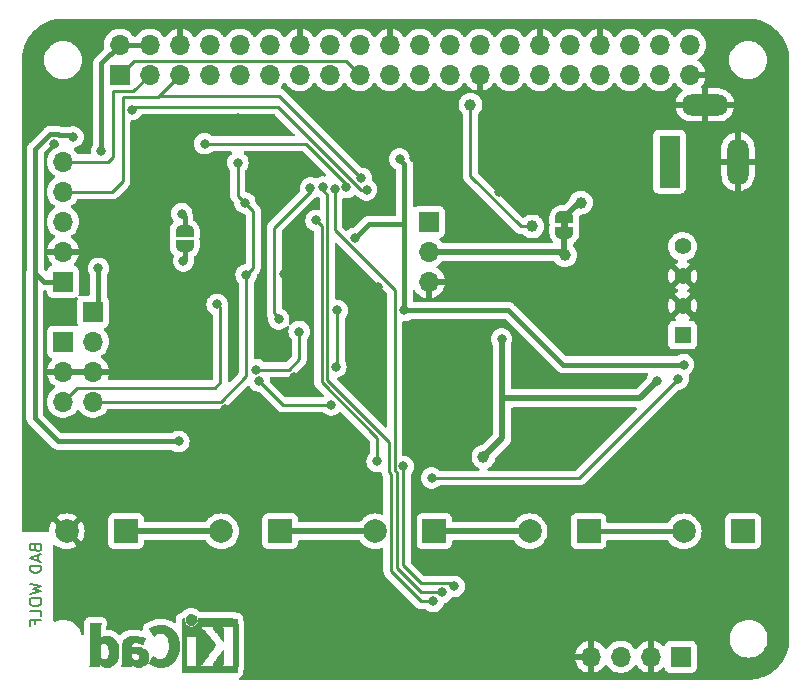
<source format=gbr>
%TF.GenerationSoftware,KiCad,Pcbnew,(7.0.0-0)*%
%TF.CreationDate,2023-04-09T21:16:23-05:00*%
%TF.ProjectId,ras_pi_supercap_ups,7261735f-7069-45f7-9375-706572636170,rev?*%
%TF.SameCoordinates,Original*%
%TF.FileFunction,Copper,L2,Bot*%
%TF.FilePolarity,Positive*%
%FSLAX46Y46*%
G04 Gerber Fmt 4.6, Leading zero omitted, Abs format (unit mm)*
G04 Created by KiCad (PCBNEW (7.0.0-0)) date 2023-04-09 21:16:23*
%MOMM*%
%LPD*%
G01*
G04 APERTURE LIST*
G04 Aperture macros list*
%AMFreePoly0*
4,1,19,0.500000,-0.750000,0.000000,-0.750000,0.000000,-0.744911,-0.071157,-0.744911,-0.207708,-0.704816,-0.327430,-0.627875,-0.420627,-0.520320,-0.479746,-0.390866,-0.500000,-0.250000,-0.500000,0.250000,-0.479746,0.390866,-0.420627,0.520320,-0.327430,0.627875,-0.207708,0.704816,-0.071157,0.744911,0.000000,0.744911,0.000000,0.750000,0.500000,0.750000,0.500000,-0.750000,0.500000,-0.750000,
$1*%
%AMFreePoly1*
4,1,19,0.000000,0.744911,0.071157,0.744911,0.207708,0.704816,0.327430,0.627875,0.420627,0.520320,0.479746,0.390866,0.500000,0.250000,0.500000,-0.250000,0.479746,-0.390866,0.420627,-0.520320,0.327430,-0.627875,0.207708,-0.704816,0.071157,-0.744911,0.000000,-0.744911,0.000000,-0.750000,-0.500000,-0.750000,-0.500000,0.750000,0.000000,0.750000,0.000000,0.744911,0.000000,0.744911,
$1*%
G04 Aperture macros list end*
%ADD10C,0.150000*%
%TA.AperFunction,NonConductor*%
%ADD11C,0.150000*%
%TD*%
%TA.AperFunction,EtchedComponent*%
%ADD12C,0.010000*%
%TD*%
%TA.AperFunction,ComponentPad*%
%ADD13R,2.000000X2.000000*%
%TD*%
%TA.AperFunction,ComponentPad*%
%ADD14C,2.000000*%
%TD*%
%TA.AperFunction,ComponentPad*%
%ADD15R,1.408000X1.408000*%
%TD*%
%TA.AperFunction,ComponentPad*%
%ADD16C,1.408000*%
%TD*%
%TA.AperFunction,ComponentPad*%
%ADD17R,1.700000X1.700000*%
%TD*%
%TA.AperFunction,ComponentPad*%
%ADD18O,1.700000X1.700000*%
%TD*%
%TA.AperFunction,ComponentPad*%
%ADD19R,1.800000X4.400000*%
%TD*%
%TA.AperFunction,ComponentPad*%
%ADD20O,1.800000X4.000000*%
%TD*%
%TA.AperFunction,ComponentPad*%
%ADD21O,4.000000X1.800000*%
%TD*%
%TA.AperFunction,SMDPad,CuDef*%
%ADD22FreePoly0,90.000000*%
%TD*%
%TA.AperFunction,SMDPad,CuDef*%
%ADD23FreePoly1,90.000000*%
%TD*%
%TA.AperFunction,ViaPad*%
%ADD24C,0.800000*%
%TD*%
%TA.AperFunction,ViaPad*%
%ADD25C,1.000000*%
%TD*%
%TA.AperFunction,Conductor*%
%ADD26C,0.400000*%
%TD*%
%TA.AperFunction,Conductor*%
%ADD27C,0.250000*%
%TD*%
%TA.AperFunction,Conductor*%
%ADD28C,0.500000*%
%TD*%
G04 APERTURE END LIST*
D10*
D11*
X51143571Y-144814285D02*
X51191190Y-144957142D01*
X51191190Y-144957142D02*
X51238809Y-145004761D01*
X51238809Y-145004761D02*
X51334047Y-145052380D01*
X51334047Y-145052380D02*
X51476904Y-145052380D01*
X51476904Y-145052380D02*
X51572142Y-145004761D01*
X51572142Y-145004761D02*
X51619761Y-144957142D01*
X51619761Y-144957142D02*
X51667380Y-144861904D01*
X51667380Y-144861904D02*
X51667380Y-144480952D01*
X51667380Y-144480952D02*
X50667380Y-144480952D01*
X50667380Y-144480952D02*
X50667380Y-144814285D01*
X50667380Y-144814285D02*
X50715000Y-144909523D01*
X50715000Y-144909523D02*
X50762619Y-144957142D01*
X50762619Y-144957142D02*
X50857857Y-145004761D01*
X50857857Y-145004761D02*
X50953095Y-145004761D01*
X50953095Y-145004761D02*
X51048333Y-144957142D01*
X51048333Y-144957142D02*
X51095952Y-144909523D01*
X51095952Y-144909523D02*
X51143571Y-144814285D01*
X51143571Y-144814285D02*
X51143571Y-144480952D01*
X51381666Y-145433333D02*
X51381666Y-145909523D01*
X51667380Y-145338095D02*
X50667380Y-145671428D01*
X50667380Y-145671428D02*
X51667380Y-146004761D01*
X51667380Y-146338095D02*
X50667380Y-146338095D01*
X50667380Y-146338095D02*
X50667380Y-146576190D01*
X50667380Y-146576190D02*
X50715000Y-146719047D01*
X50715000Y-146719047D02*
X50810238Y-146814285D01*
X50810238Y-146814285D02*
X50905476Y-146861904D01*
X50905476Y-146861904D02*
X51095952Y-146909523D01*
X51095952Y-146909523D02*
X51238809Y-146909523D01*
X51238809Y-146909523D02*
X51429285Y-146861904D01*
X51429285Y-146861904D02*
X51524523Y-146814285D01*
X51524523Y-146814285D02*
X51619761Y-146719047D01*
X51619761Y-146719047D02*
X51667380Y-146576190D01*
X51667380Y-146576190D02*
X51667380Y-146338095D01*
X50667380Y-147842857D02*
X51667380Y-148080952D01*
X51667380Y-148080952D02*
X50953095Y-148271428D01*
X50953095Y-148271428D02*
X51667380Y-148461904D01*
X51667380Y-148461904D02*
X50667380Y-148700000D01*
X50667380Y-149271428D02*
X50667380Y-149461904D01*
X50667380Y-149461904D02*
X50715000Y-149557142D01*
X50715000Y-149557142D02*
X50810238Y-149652380D01*
X50810238Y-149652380D02*
X51000714Y-149699999D01*
X51000714Y-149699999D02*
X51334047Y-149699999D01*
X51334047Y-149699999D02*
X51524523Y-149652380D01*
X51524523Y-149652380D02*
X51619761Y-149557142D01*
X51619761Y-149557142D02*
X51667380Y-149461904D01*
X51667380Y-149461904D02*
X51667380Y-149271428D01*
X51667380Y-149271428D02*
X51619761Y-149176190D01*
X51619761Y-149176190D02*
X51524523Y-149080952D01*
X51524523Y-149080952D02*
X51334047Y-149033333D01*
X51334047Y-149033333D02*
X51000714Y-149033333D01*
X51000714Y-149033333D02*
X50810238Y-149080952D01*
X50810238Y-149080952D02*
X50715000Y-149176190D01*
X50715000Y-149176190D02*
X50667380Y-149271428D01*
X51667380Y-150604761D02*
X51667380Y-150128571D01*
X51667380Y-150128571D02*
X50667380Y-150128571D01*
X51143571Y-151271428D02*
X51143571Y-150938095D01*
X51667380Y-150938095D02*
X50667380Y-150938095D01*
X50667380Y-150938095D02*
X50667380Y-151414285D01*
%TO.C,Z4*%
G36*
X64454562Y-150432850D02*
G01*
X64537313Y-150460053D01*
X64612406Y-150505484D01*
X64684298Y-150571302D01*
X64722846Y-150615567D01*
X64762256Y-150673961D01*
X64787446Y-150734586D01*
X64800861Y-150803865D01*
X64804948Y-150888222D01*
X64804669Y-150934307D01*
X64802460Y-150975450D01*
X64796894Y-151007582D01*
X64786586Y-151038122D01*
X64770148Y-151074489D01*
X64756200Y-151101728D01*
X64697665Y-151187429D01*
X64625619Y-151256617D01*
X64541947Y-151307741D01*
X64448531Y-151339250D01*
X64415434Y-151346225D01*
X64374960Y-151353094D01*
X64341999Y-151354919D01*
X64307698Y-151351947D01*
X64263200Y-151344426D01*
X64211934Y-151332002D01*
X64121434Y-151294112D01*
X64042345Y-151239836D01*
X63976528Y-151171770D01*
X63925840Y-151092511D01*
X63892140Y-151004654D01*
X63877286Y-150910795D01*
X63883136Y-150813530D01*
X63909399Y-150717220D01*
X63954418Y-150628494D01*
X64015373Y-150553419D01*
X64090184Y-150493641D01*
X64176768Y-150450809D01*
X64273043Y-150426571D01*
X64376928Y-150422576D01*
X64454562Y-150432850D01*
G37*
D12*
X64454562Y-150432850D02*
X64537313Y-150460053D01*
X64612406Y-150505484D01*
X64684298Y-150571302D01*
X64722846Y-150615567D01*
X64762256Y-150673961D01*
X64787446Y-150734586D01*
X64800861Y-150803865D01*
X64804948Y-150888222D01*
X64804669Y-150934307D01*
X64802460Y-150975450D01*
X64796894Y-151007582D01*
X64786586Y-151038122D01*
X64770148Y-151074489D01*
X64756200Y-151101728D01*
X64697665Y-151187429D01*
X64625619Y-151256617D01*
X64541947Y-151307741D01*
X64448531Y-151339250D01*
X64415434Y-151346225D01*
X64374960Y-151353094D01*
X64341999Y-151354919D01*
X64307698Y-151351947D01*
X64263200Y-151344426D01*
X64211934Y-151332002D01*
X64121434Y-151294112D01*
X64042345Y-151239836D01*
X63976528Y-151171770D01*
X63925840Y-151092511D01*
X63892140Y-151004654D01*
X63877286Y-150910795D01*
X63883136Y-150813530D01*
X63909399Y-150717220D01*
X63954418Y-150628494D01*
X64015373Y-150553419D01*
X64090184Y-150493641D01*
X64176768Y-150450809D01*
X64273043Y-150426571D01*
X64376928Y-150422576D01*
X64454562Y-150432850D01*
G36*
X61988711Y-151362033D02*
G01*
X62084268Y-151379523D01*
X62248558Y-151424564D01*
X62402589Y-151487656D01*
X62548509Y-151569915D01*
X62688466Y-151672457D01*
X62824608Y-151796399D01*
X62868473Y-151841661D01*
X62980758Y-151973865D01*
X63073972Y-152111832D01*
X63150719Y-152259750D01*
X63213603Y-152421803D01*
X63217420Y-152433391D01*
X63267507Y-152619392D01*
X63300899Y-152815521D01*
X63317584Y-153017568D01*
X63317551Y-153221325D01*
X63300791Y-153422581D01*
X63267292Y-153617128D01*
X63217044Y-153800756D01*
X63173190Y-153918053D01*
X63095348Y-154080951D01*
X63001828Y-154234866D01*
X62894822Y-154376671D01*
X62776519Y-154503239D01*
X62649111Y-154611441D01*
X62571606Y-154664120D01*
X62444725Y-154733750D01*
X62307243Y-154792468D01*
X62165716Y-154837587D01*
X62026702Y-154866422D01*
X62012597Y-154868106D01*
X61969153Y-154871434D01*
X61911723Y-154874275D01*
X61846122Y-154876373D01*
X61778167Y-154877468D01*
X61651378Y-154875140D01*
X61503673Y-154862136D01*
X61365779Y-154837133D01*
X61232014Y-154799318D01*
X61208562Y-154790889D01*
X61160612Y-154771408D01*
X61104140Y-154746473D01*
X61042379Y-154717722D01*
X60978563Y-154686790D01*
X60915926Y-154655315D01*
X60857703Y-154624934D01*
X60807127Y-154597283D01*
X60767433Y-154573999D01*
X60741854Y-154556718D01*
X60733625Y-154547079D01*
X60735076Y-154543984D01*
X60746250Y-154524079D01*
X60767134Y-154488420D01*
X60796265Y-154439459D01*
X60832181Y-154379646D01*
X60873420Y-154311433D01*
X60918517Y-154237271D01*
X61099785Y-153940008D01*
X61146315Y-153984539D01*
X61237723Y-154062865D01*
X61351334Y-154137439D01*
X61469122Y-154191474D01*
X61589559Y-154224290D01*
X61711117Y-154235211D01*
X61752585Y-154233868D01*
X61870080Y-154215612D01*
X61980089Y-154176617D01*
X62081430Y-154117670D01*
X62172921Y-154039557D01*
X62253380Y-153943064D01*
X62321627Y-153828978D01*
X62337908Y-153794724D01*
X62383982Y-153671240D01*
X62419106Y-153532918D01*
X62443197Y-153383561D01*
X62456173Y-153226973D01*
X62457949Y-153066956D01*
X62448443Y-152907314D01*
X62427572Y-152751850D01*
X62395252Y-152604366D01*
X62351399Y-152468667D01*
X62313982Y-152382076D01*
X62249185Y-152268688D01*
X62173772Y-152175070D01*
X62087418Y-152100959D01*
X61989795Y-152046094D01*
X61880577Y-152010212D01*
X61759439Y-151993051D01*
X61690038Y-151991880D01*
X61567168Y-152006141D01*
X61451664Y-152041241D01*
X61344953Y-152096682D01*
X61248464Y-152171964D01*
X61232720Y-152186440D01*
X61202150Y-152212962D01*
X61179809Y-152230138D01*
X61169691Y-152234787D01*
X61167706Y-152232597D01*
X61153241Y-152213721D01*
X61129400Y-152180397D01*
X61098029Y-152135380D01*
X61060974Y-152081425D01*
X61020083Y-152021285D01*
X60977202Y-151957718D01*
X60934178Y-151893476D01*
X60892857Y-151831315D01*
X60855086Y-151773991D01*
X60822712Y-151724257D01*
X60797582Y-151684868D01*
X60781542Y-151658580D01*
X60776439Y-151648147D01*
X60781050Y-151643941D01*
X60800267Y-151638933D01*
X60809838Y-151636386D01*
X60837809Y-151625249D01*
X60879448Y-151606802D01*
X60930995Y-151582725D01*
X60988690Y-151554699D01*
X60999957Y-151549154D01*
X61177687Y-151469889D01*
X61347490Y-151410385D01*
X61511430Y-151370245D01*
X61671571Y-151349071D01*
X61829977Y-151346466D01*
X61988711Y-151362033D01*
G37*
X61988711Y-151362033D02*
X62084268Y-151379523D01*
X62248558Y-151424564D01*
X62402589Y-151487656D01*
X62548509Y-151569915D01*
X62688466Y-151672457D01*
X62824608Y-151796399D01*
X62868473Y-151841661D01*
X62980758Y-151973865D01*
X63073972Y-152111832D01*
X63150719Y-152259750D01*
X63213603Y-152421803D01*
X63217420Y-152433391D01*
X63267507Y-152619392D01*
X63300899Y-152815521D01*
X63317584Y-153017568D01*
X63317551Y-153221325D01*
X63300791Y-153422581D01*
X63267292Y-153617128D01*
X63217044Y-153800756D01*
X63173190Y-153918053D01*
X63095348Y-154080951D01*
X63001828Y-154234866D01*
X62894822Y-154376671D01*
X62776519Y-154503239D01*
X62649111Y-154611441D01*
X62571606Y-154664120D01*
X62444725Y-154733750D01*
X62307243Y-154792468D01*
X62165716Y-154837587D01*
X62026702Y-154866422D01*
X62012597Y-154868106D01*
X61969153Y-154871434D01*
X61911723Y-154874275D01*
X61846122Y-154876373D01*
X61778167Y-154877468D01*
X61651378Y-154875140D01*
X61503673Y-154862136D01*
X61365779Y-154837133D01*
X61232014Y-154799318D01*
X61208562Y-154790889D01*
X61160612Y-154771408D01*
X61104140Y-154746473D01*
X61042379Y-154717722D01*
X60978563Y-154686790D01*
X60915926Y-154655315D01*
X60857703Y-154624934D01*
X60807127Y-154597283D01*
X60767433Y-154573999D01*
X60741854Y-154556718D01*
X60733625Y-154547079D01*
X60735076Y-154543984D01*
X60746250Y-154524079D01*
X60767134Y-154488420D01*
X60796265Y-154439459D01*
X60832181Y-154379646D01*
X60873420Y-154311433D01*
X60918517Y-154237271D01*
X61099785Y-153940008D01*
X61146315Y-153984539D01*
X61237723Y-154062865D01*
X61351334Y-154137439D01*
X61469122Y-154191474D01*
X61589559Y-154224290D01*
X61711117Y-154235211D01*
X61752585Y-154233868D01*
X61870080Y-154215612D01*
X61980089Y-154176617D01*
X62081430Y-154117670D01*
X62172921Y-154039557D01*
X62253380Y-153943064D01*
X62321627Y-153828978D01*
X62337908Y-153794724D01*
X62383982Y-153671240D01*
X62419106Y-153532918D01*
X62443197Y-153383561D01*
X62456173Y-153226973D01*
X62457949Y-153066956D01*
X62448443Y-152907314D01*
X62427572Y-152751850D01*
X62395252Y-152604366D01*
X62351399Y-152468667D01*
X62313982Y-152382076D01*
X62249185Y-152268688D01*
X62173772Y-152175070D01*
X62087418Y-152100959D01*
X61989795Y-152046094D01*
X61880577Y-152010212D01*
X61759439Y-151993051D01*
X61690038Y-151991880D01*
X61567168Y-152006141D01*
X61451664Y-152041241D01*
X61344953Y-152096682D01*
X61248464Y-152171964D01*
X61232720Y-152186440D01*
X61202150Y-152212962D01*
X61179809Y-152230138D01*
X61169691Y-152234787D01*
X61167706Y-152232597D01*
X61153241Y-152213721D01*
X61129400Y-152180397D01*
X61098029Y-152135380D01*
X61060974Y-152081425D01*
X61020083Y-152021285D01*
X60977202Y-151957718D01*
X60934178Y-151893476D01*
X60892857Y-151831315D01*
X60855086Y-151773991D01*
X60822712Y-151724257D01*
X60797582Y-151684868D01*
X60781542Y-151658580D01*
X60776439Y-151648147D01*
X60781050Y-151643941D01*
X60800267Y-151638933D01*
X60809838Y-151636386D01*
X60837809Y-151625249D01*
X60879448Y-151606802D01*
X60930995Y-151582725D01*
X60988690Y-151554699D01*
X60999957Y-151549154D01*
X61177687Y-151469889D01*
X61347490Y-151410385D01*
X61511430Y-151370245D01*
X61671571Y-151349071D01*
X61829977Y-151346466D01*
X61988711Y-151362033D01*
G36*
X58183900Y-153585934D02*
G01*
X58185994Y-153642711D01*
X58185268Y-153720158D01*
X58176689Y-153871594D01*
X58157833Y-154008283D01*
X58127837Y-154134276D01*
X58085836Y-154253625D01*
X58030969Y-154370381D01*
X57964167Y-154481179D01*
X57873363Y-154594739D01*
X57769708Y-154690211D01*
X57653887Y-154767073D01*
X57526586Y-154824797D01*
X57388489Y-154862858D01*
X57350793Y-154868666D01*
X57271752Y-154874396D01*
X57183629Y-154874583D01*
X57094236Y-154869539D01*
X57011384Y-154859578D01*
X56942887Y-154845012D01*
X56912035Y-154835364D01*
X56834730Y-154805123D01*
X56757679Y-154767617D01*
X56688200Y-154726614D01*
X56633615Y-154685879D01*
X56610916Y-154666505D01*
X56588201Y-154648662D01*
X56576779Y-154641778D01*
X56575537Y-154643424D01*
X56572728Y-154661205D01*
X56570776Y-154694370D01*
X56570045Y-154737733D01*
X56570045Y-154833689D01*
X55711896Y-154833689D01*
X55746161Y-154772974D01*
X55751355Y-154763868D01*
X55759715Y-154749249D01*
X55767288Y-154735173D01*
X55774112Y-154720540D01*
X55780227Y-154704249D01*
X55785673Y-154685198D01*
X55790487Y-154662286D01*
X55794708Y-154634413D01*
X55798377Y-154600478D01*
X55801531Y-154559379D01*
X55804211Y-154510015D01*
X55806454Y-154451286D01*
X55808299Y-154382090D01*
X55809787Y-154301326D01*
X55810955Y-154207894D01*
X55811678Y-154120721D01*
X56615200Y-154120721D01*
X56685756Y-154167089D01*
X56726417Y-154190791D01*
X56780546Y-154216639D01*
X56829689Y-154234829D01*
X56893165Y-154250551D01*
X56989331Y-154261541D01*
X57073900Y-154253365D01*
X57147219Y-154225805D01*
X57209637Y-154178642D01*
X57261502Y-154111658D01*
X57303160Y-154024633D01*
X57334962Y-153917350D01*
X57337545Y-153905009D01*
X57346000Y-153843772D01*
X57351663Y-153766692D01*
X57354576Y-153679002D01*
X57354783Y-153585934D01*
X57352330Y-153492720D01*
X57347261Y-153404594D01*
X57339619Y-153326788D01*
X57329448Y-153264533D01*
X57328167Y-153258666D01*
X57299126Y-153148121D01*
X57264610Y-153057575D01*
X57223456Y-152984953D01*
X57174499Y-152928181D01*
X57116574Y-152885184D01*
X57084620Y-152869615D01*
X57011784Y-152850722D01*
X56930443Y-152847465D01*
X56845319Y-152859389D01*
X56761133Y-152886040D01*
X56682608Y-152926962D01*
X56615200Y-152970530D01*
X56615200Y-154120721D01*
X55811678Y-154120721D01*
X55811844Y-154100692D01*
X55812491Y-153978620D01*
X55812936Y-153840576D01*
X55813218Y-153685459D01*
X55813375Y-153512168D01*
X55813448Y-153319603D01*
X55813474Y-153106662D01*
X55813493Y-152872245D01*
X55813689Y-151187378D01*
X56719017Y-151187378D01*
X56694585Y-151224067D01*
X56688318Y-151233647D01*
X56662208Y-151279981D01*
X56644469Y-151327102D01*
X56632908Y-151382251D01*
X56625331Y-151452667D01*
X56624839Y-151459650D01*
X56623062Y-151497641D01*
X56621444Y-151551576D01*
X56619999Y-151618703D01*
X56618740Y-151696271D01*
X56617680Y-151781528D01*
X56616829Y-151871724D01*
X56616203Y-151964107D01*
X56615812Y-152055925D01*
X56615670Y-152144427D01*
X56615790Y-152226862D01*
X56616183Y-152300479D01*
X56616862Y-152362526D01*
X56617841Y-152410251D01*
X56619132Y-152440904D01*
X56620747Y-152451733D01*
X56628957Y-152447333D01*
X56650647Y-152432362D01*
X56680014Y-152410448D01*
X56728879Y-152376236D01*
X56817125Y-152329714D01*
X56915916Y-152296046D01*
X57028510Y-152274231D01*
X57158164Y-152263265D01*
X57250670Y-152262219D01*
X57372011Y-152272014D01*
X57482099Y-152296174D01*
X57585389Y-152335785D01*
X57686338Y-152391932D01*
X57731503Y-152422883D01*
X57836911Y-152514115D01*
X57928538Y-152623106D01*
X58006332Y-152749726D01*
X58070241Y-152893845D01*
X58120214Y-153055332D01*
X58156198Y-153234059D01*
X58178143Y-153429895D01*
X58183900Y-153585934D01*
G37*
X58183900Y-153585934D02*
X58185994Y-153642711D01*
X58185268Y-153720158D01*
X58176689Y-153871594D01*
X58157833Y-154008283D01*
X58127837Y-154134276D01*
X58085836Y-154253625D01*
X58030969Y-154370381D01*
X57964167Y-154481179D01*
X57873363Y-154594739D01*
X57769708Y-154690211D01*
X57653887Y-154767073D01*
X57526586Y-154824797D01*
X57388489Y-154862858D01*
X57350793Y-154868666D01*
X57271752Y-154874396D01*
X57183629Y-154874583D01*
X57094236Y-154869539D01*
X57011384Y-154859578D01*
X56942887Y-154845012D01*
X56912035Y-154835364D01*
X56834730Y-154805123D01*
X56757679Y-154767617D01*
X56688200Y-154726614D01*
X56633615Y-154685879D01*
X56610916Y-154666505D01*
X56588201Y-154648662D01*
X56576779Y-154641778D01*
X56575537Y-154643424D01*
X56572728Y-154661205D01*
X56570776Y-154694370D01*
X56570045Y-154737733D01*
X56570045Y-154833689D01*
X55711896Y-154833689D01*
X55746161Y-154772974D01*
X55751355Y-154763868D01*
X55759715Y-154749249D01*
X55767288Y-154735173D01*
X55774112Y-154720540D01*
X55780227Y-154704249D01*
X55785673Y-154685198D01*
X55790487Y-154662286D01*
X55794708Y-154634413D01*
X55798377Y-154600478D01*
X55801531Y-154559379D01*
X55804211Y-154510015D01*
X55806454Y-154451286D01*
X55808299Y-154382090D01*
X55809787Y-154301326D01*
X55810955Y-154207894D01*
X55811678Y-154120721D01*
X56615200Y-154120721D01*
X56685756Y-154167089D01*
X56726417Y-154190791D01*
X56780546Y-154216639D01*
X56829689Y-154234829D01*
X56893165Y-154250551D01*
X56989331Y-154261541D01*
X57073900Y-154253365D01*
X57147219Y-154225805D01*
X57209637Y-154178642D01*
X57261502Y-154111658D01*
X57303160Y-154024633D01*
X57334962Y-153917350D01*
X57337545Y-153905009D01*
X57346000Y-153843772D01*
X57351663Y-153766692D01*
X57354576Y-153679002D01*
X57354783Y-153585934D01*
X57352330Y-153492720D01*
X57347261Y-153404594D01*
X57339619Y-153326788D01*
X57329448Y-153264533D01*
X57328167Y-153258666D01*
X57299126Y-153148121D01*
X57264610Y-153057575D01*
X57223456Y-152984953D01*
X57174499Y-152928181D01*
X57116574Y-152885184D01*
X57084620Y-152869615D01*
X57011784Y-152850722D01*
X56930443Y-152847465D01*
X56845319Y-152859389D01*
X56761133Y-152886040D01*
X56682608Y-152926962D01*
X56615200Y-152970530D01*
X56615200Y-154120721D01*
X55811678Y-154120721D01*
X55811844Y-154100692D01*
X55812491Y-153978620D01*
X55812936Y-153840576D01*
X55813218Y-153685459D01*
X55813375Y-153512168D01*
X55813448Y-153319603D01*
X55813474Y-153106662D01*
X55813493Y-152872245D01*
X55813689Y-151187378D01*
X56719017Y-151187378D01*
X56694585Y-151224067D01*
X56688318Y-151233647D01*
X56662208Y-151279981D01*
X56644469Y-151327102D01*
X56632908Y-151382251D01*
X56625331Y-151452667D01*
X56624839Y-151459650D01*
X56623062Y-151497641D01*
X56621444Y-151551576D01*
X56619999Y-151618703D01*
X56618740Y-151696271D01*
X56617680Y-151781528D01*
X56616829Y-151871724D01*
X56616203Y-151964107D01*
X56615812Y-152055925D01*
X56615670Y-152144427D01*
X56615790Y-152226862D01*
X56616183Y-152300479D01*
X56616862Y-152362526D01*
X56617841Y-152410251D01*
X56619132Y-152440904D01*
X56620747Y-152451733D01*
X56628957Y-152447333D01*
X56650647Y-152432362D01*
X56680014Y-152410448D01*
X56728879Y-152376236D01*
X56817125Y-152329714D01*
X56915916Y-152296046D01*
X57028510Y-152274231D01*
X57158164Y-152263265D01*
X57250670Y-152262219D01*
X57372011Y-152272014D01*
X57482099Y-152296174D01*
X57585389Y-152335785D01*
X57686338Y-152391932D01*
X57731503Y-152422883D01*
X57836911Y-152514115D01*
X57928538Y-152623106D01*
X58006332Y-152749726D01*
X58070241Y-152893845D01*
X58120214Y-153055332D01*
X58156198Y-153234059D01*
X58178143Y-153429895D01*
X58183900Y-153585934D01*
G36*
X60727690Y-154040282D02*
G01*
X60727755Y-154043467D01*
X60727261Y-154077363D01*
X60723632Y-154152202D01*
X60716022Y-154214401D01*
X60703688Y-154270984D01*
X60659313Y-154397076D01*
X60596400Y-154511679D01*
X60516238Y-154612568D01*
X60419740Y-154698924D01*
X60307822Y-154769932D01*
X60181397Y-154824776D01*
X60041378Y-154862638D01*
X60005149Y-154868351D01*
X59926155Y-154874313D01*
X59837841Y-154874646D01*
X59748075Y-154869659D01*
X59664722Y-154859666D01*
X59595651Y-154844978D01*
X59509187Y-154814749D01*
X59399286Y-154760057D01*
X59301956Y-154692543D01*
X59239867Y-154641556D01*
X59236605Y-154737622D01*
X59233343Y-154833689D01*
X58810450Y-154833689D01*
X58799543Y-154833686D01*
X58705056Y-154833380D01*
X58618331Y-154832616D01*
X58541837Y-154831451D01*
X58478043Y-154829942D01*
X58429418Y-154828147D01*
X58398433Y-154826121D01*
X58387556Y-154823922D01*
X58387578Y-154823463D01*
X58394614Y-154807910D01*
X58410434Y-154785071D01*
X58414734Y-154779638D01*
X58425777Y-154765606D01*
X58435311Y-154752186D01*
X58443461Y-154737722D01*
X58450352Y-154720556D01*
X58456111Y-154699034D01*
X58460862Y-154671498D01*
X58464731Y-154636292D01*
X58467844Y-154591760D01*
X58470325Y-154536246D01*
X58472300Y-154468093D01*
X58473894Y-154385645D01*
X58475234Y-154287246D01*
X58476444Y-154171239D01*
X58476896Y-154120462D01*
X59279378Y-154120462D01*
X59324048Y-154176973D01*
X59336785Y-154192212D01*
X59383604Y-154234844D01*
X59444255Y-154270672D01*
X59454897Y-154275850D01*
X59493676Y-154292745D01*
X59528692Y-154302909D01*
X59568722Y-154308325D01*
X59622541Y-154310978D01*
X59640648Y-154311383D01*
X59716011Y-154308540D01*
X59776743Y-154296620D01*
X59828452Y-154274037D01*
X59876746Y-154239211D01*
X59881803Y-154234798D01*
X59930272Y-154179160D01*
X59958459Y-154115333D01*
X59967752Y-154040282D01*
X59960520Y-153968693D01*
X59935796Y-153905645D01*
X59891249Y-153847758D01*
X59836319Y-153800808D01*
X59763894Y-153760961D01*
X59677340Y-153733263D01*
X59574670Y-153717096D01*
X59453894Y-153711842D01*
X59445007Y-153711857D01*
X59389660Y-153712655D01*
X59342736Y-153714488D01*
X59308953Y-153717111D01*
X59293028Y-153720274D01*
X59288943Y-153726741D01*
X59284572Y-153748875D01*
X59281604Y-153787988D01*
X59279914Y-153845939D01*
X59279378Y-153924586D01*
X59279378Y-154120462D01*
X58476896Y-154120462D01*
X58477649Y-154035968D01*
X58478975Y-153879778D01*
X58480228Y-153737012D01*
X58481651Y-153591942D01*
X58483176Y-153466027D01*
X58484933Y-153357436D01*
X58487051Y-153264334D01*
X58489660Y-153184891D01*
X58492890Y-153117273D01*
X58496869Y-153059649D01*
X58501728Y-153010185D01*
X58507597Y-152967050D01*
X58514604Y-152928410D01*
X58522880Y-152892434D01*
X58532554Y-152857289D01*
X58543756Y-152821142D01*
X58556616Y-152782161D01*
X58572090Y-152739091D01*
X58614994Y-152646871D01*
X58668735Y-152567099D01*
X58737576Y-152492965D01*
X58815185Y-152429405D01*
X58919761Y-152367725D01*
X59039244Y-152320202D01*
X59174508Y-152286567D01*
X59326426Y-152266552D01*
X59495872Y-152259889D01*
X59553890Y-152260287D01*
X59619398Y-152262335D01*
X59680693Y-152266704D01*
X59742097Y-152274035D01*
X59807932Y-152284969D01*
X59882520Y-152300147D01*
X59970184Y-152320209D01*
X60075245Y-152345797D01*
X60103806Y-152352820D01*
X60179054Y-152370776D01*
X60249388Y-152386820D01*
X60310567Y-152400028D01*
X60358354Y-152409474D01*
X60388511Y-152414231D01*
X60416783Y-152417910D01*
X60443060Y-152423187D01*
X60453059Y-152427942D01*
X60449952Y-152436781D01*
X60439194Y-152464072D01*
X60421864Y-152506906D01*
X60399126Y-152562425D01*
X60372147Y-152627772D01*
X60342090Y-152700089D01*
X60335493Y-152715879D01*
X60296907Y-152806484D01*
X60265768Y-152876217D01*
X60241917Y-152925405D01*
X60225198Y-152954374D01*
X60215454Y-152963452D01*
X60207766Y-152961405D01*
X60181415Y-152951760D01*
X60142982Y-152936190D01*
X60097822Y-152916815D01*
X60003293Y-152878814D01*
X59866480Y-152837780D01*
X59725289Y-152812612D01*
X59687314Y-152808611D01*
X59584059Y-152806447D01*
X59496952Y-152819622D01*
X59425129Y-152848756D01*
X59367731Y-152894466D01*
X59323896Y-152957372D01*
X59292762Y-153038092D01*
X59273470Y-153137245D01*
X59266050Y-153196224D01*
X59427936Y-153189445D01*
X59554495Y-153187813D01*
X59705951Y-153194194D01*
X59854396Y-153208777D01*
X59990578Y-153230882D01*
X60055245Y-153245821D01*
X60187490Y-153288741D01*
X60309762Y-153345340D01*
X60419685Y-153414017D01*
X60514883Y-153493170D01*
X60592980Y-153581196D01*
X60651599Y-153676493D01*
X60675595Y-153728864D01*
X60701232Y-153799590D01*
X60717478Y-153870812D01*
X60725822Y-153949712D01*
X60727690Y-154040282D01*
G37*
X60727690Y-154040282D02*
X60727755Y-154043467D01*
X60727261Y-154077363D01*
X60723632Y-154152202D01*
X60716022Y-154214401D01*
X60703688Y-154270984D01*
X60659313Y-154397076D01*
X60596400Y-154511679D01*
X60516238Y-154612568D01*
X60419740Y-154698924D01*
X60307822Y-154769932D01*
X60181397Y-154824776D01*
X60041378Y-154862638D01*
X60005149Y-154868351D01*
X59926155Y-154874313D01*
X59837841Y-154874646D01*
X59748075Y-154869659D01*
X59664722Y-154859666D01*
X59595651Y-154844978D01*
X59509187Y-154814749D01*
X59399286Y-154760057D01*
X59301956Y-154692543D01*
X59239867Y-154641556D01*
X59236605Y-154737622D01*
X59233343Y-154833689D01*
X58810450Y-154833689D01*
X58799543Y-154833686D01*
X58705056Y-154833380D01*
X58618331Y-154832616D01*
X58541837Y-154831451D01*
X58478043Y-154829942D01*
X58429418Y-154828147D01*
X58398433Y-154826121D01*
X58387556Y-154823922D01*
X58387578Y-154823463D01*
X58394614Y-154807910D01*
X58410434Y-154785071D01*
X58414734Y-154779638D01*
X58425777Y-154765606D01*
X58435311Y-154752186D01*
X58443461Y-154737722D01*
X58450352Y-154720556D01*
X58456111Y-154699034D01*
X58460862Y-154671498D01*
X58464731Y-154636292D01*
X58467844Y-154591760D01*
X58470325Y-154536246D01*
X58472300Y-154468093D01*
X58473894Y-154385645D01*
X58475234Y-154287246D01*
X58476444Y-154171239D01*
X58476896Y-154120462D01*
X59279378Y-154120462D01*
X59324048Y-154176973D01*
X59336785Y-154192212D01*
X59383604Y-154234844D01*
X59444255Y-154270672D01*
X59454897Y-154275850D01*
X59493676Y-154292745D01*
X59528692Y-154302909D01*
X59568722Y-154308325D01*
X59622541Y-154310978D01*
X59640648Y-154311383D01*
X59716011Y-154308540D01*
X59776743Y-154296620D01*
X59828452Y-154274037D01*
X59876746Y-154239211D01*
X59881803Y-154234798D01*
X59930272Y-154179160D01*
X59958459Y-154115333D01*
X59967752Y-154040282D01*
X59960520Y-153968693D01*
X59935796Y-153905645D01*
X59891249Y-153847758D01*
X59836319Y-153800808D01*
X59763894Y-153760961D01*
X59677340Y-153733263D01*
X59574670Y-153717096D01*
X59453894Y-153711842D01*
X59445007Y-153711857D01*
X59389660Y-153712655D01*
X59342736Y-153714488D01*
X59308953Y-153717111D01*
X59293028Y-153720274D01*
X59288943Y-153726741D01*
X59284572Y-153748875D01*
X59281604Y-153787988D01*
X59279914Y-153845939D01*
X59279378Y-153924586D01*
X59279378Y-154120462D01*
X58476896Y-154120462D01*
X58477649Y-154035968D01*
X58478975Y-153879778D01*
X58480228Y-153737012D01*
X58481651Y-153591942D01*
X58483176Y-153466027D01*
X58484933Y-153357436D01*
X58487051Y-153264334D01*
X58489660Y-153184891D01*
X58492890Y-153117273D01*
X58496869Y-153059649D01*
X58501728Y-153010185D01*
X58507597Y-152967050D01*
X58514604Y-152928410D01*
X58522880Y-152892434D01*
X58532554Y-152857289D01*
X58543756Y-152821142D01*
X58556616Y-152782161D01*
X58572090Y-152739091D01*
X58614994Y-152646871D01*
X58668735Y-152567099D01*
X58737576Y-152492965D01*
X58815185Y-152429405D01*
X58919761Y-152367725D01*
X59039244Y-152320202D01*
X59174508Y-152286567D01*
X59326426Y-152266552D01*
X59495872Y-152259889D01*
X59553890Y-152260287D01*
X59619398Y-152262335D01*
X59680693Y-152266704D01*
X59742097Y-152274035D01*
X59807932Y-152284969D01*
X59882520Y-152300147D01*
X59970184Y-152320209D01*
X60075245Y-152345797D01*
X60103806Y-152352820D01*
X60179054Y-152370776D01*
X60249388Y-152386820D01*
X60310567Y-152400028D01*
X60358354Y-152409474D01*
X60388511Y-152414231D01*
X60416783Y-152417910D01*
X60443060Y-152423187D01*
X60453059Y-152427942D01*
X60449952Y-152436781D01*
X60439194Y-152464072D01*
X60421864Y-152506906D01*
X60399126Y-152562425D01*
X60372147Y-152627772D01*
X60342090Y-152700089D01*
X60335493Y-152715879D01*
X60296907Y-152806484D01*
X60265768Y-152876217D01*
X60241917Y-152925405D01*
X60225198Y-152954374D01*
X60215454Y-152963452D01*
X60207766Y-152961405D01*
X60181415Y-152951760D01*
X60142982Y-152936190D01*
X60097822Y-152916815D01*
X60003293Y-152878814D01*
X59866480Y-152837780D01*
X59725289Y-152812612D01*
X59687314Y-152808611D01*
X59584059Y-152806447D01*
X59496952Y-152819622D01*
X59425129Y-152848756D01*
X59367731Y-152894466D01*
X59323896Y-152957372D01*
X59292762Y-153038092D01*
X59273470Y-153137245D01*
X59266050Y-153196224D01*
X59427936Y-153189445D01*
X59554495Y-153187813D01*
X59705951Y-153194194D01*
X59854396Y-153208777D01*
X59990578Y-153230882D01*
X60055245Y-153245821D01*
X60187490Y-153288741D01*
X60309762Y-153345340D01*
X60419685Y-153414017D01*
X60514883Y-153493170D01*
X60592980Y-153581196D01*
X60651599Y-153676493D01*
X60675595Y-153728864D01*
X60701232Y-153799590D01*
X60717478Y-153870812D01*
X60725822Y-153949712D01*
X60727690Y-154040282D01*
G36*
X68275034Y-151401867D02*
G01*
X68275614Y-151511792D01*
X68276059Y-151643011D01*
X68276362Y-151790216D01*
X68276548Y-151954349D01*
X68276642Y-152136352D01*
X68276671Y-152337165D01*
X68276661Y-152557732D01*
X68276636Y-152798992D01*
X68276622Y-153061889D01*
X68276622Y-153104040D01*
X68276646Y-153364668D01*
X68276685Y-153603796D01*
X68276708Y-153822360D01*
X68276687Y-154021295D01*
X68276593Y-154201535D01*
X68276395Y-154364015D01*
X68276063Y-154509670D01*
X68275569Y-154639434D01*
X68274883Y-154754243D01*
X68273976Y-154855030D01*
X68272817Y-154942730D01*
X68271378Y-155018279D01*
X68269629Y-155082611D01*
X68267540Y-155136661D01*
X68265083Y-155181363D01*
X68262227Y-155217652D01*
X68258943Y-155246463D01*
X68255202Y-155268731D01*
X68250974Y-155285390D01*
X68246229Y-155297375D01*
X68240939Y-155305621D01*
X68235073Y-155311062D01*
X68228602Y-155314634D01*
X68221497Y-155317270D01*
X68213728Y-155319906D01*
X68205266Y-155323477D01*
X68200908Y-155325145D01*
X68192395Y-155327111D01*
X68179694Y-155328911D01*
X68161885Y-155330555D01*
X68138049Y-155332047D01*
X68107266Y-155333397D01*
X68068617Y-155334611D01*
X68021182Y-155335697D01*
X67964043Y-155336661D01*
X67896279Y-155337511D01*
X67816971Y-155338253D01*
X67725199Y-155338897D01*
X67620044Y-155339447D01*
X67500587Y-155339913D01*
X67365908Y-155340300D01*
X67215088Y-155340616D01*
X67047206Y-155340869D01*
X66861345Y-155341066D01*
X66656583Y-155341213D01*
X66432002Y-155341318D01*
X66186682Y-155341389D01*
X65919704Y-155341432D01*
X65881321Y-155341437D01*
X65615922Y-155341480D01*
X65372050Y-155341525D01*
X65148783Y-155341548D01*
X64945196Y-155341524D01*
X64760367Y-155341430D01*
X64593373Y-155341243D01*
X64443290Y-155340939D01*
X64309196Y-155340494D01*
X64190166Y-155339885D01*
X64085279Y-155339089D01*
X63993610Y-155338080D01*
X63914237Y-155336837D01*
X63846237Y-155335335D01*
X63788686Y-155333551D01*
X63740662Y-155331461D01*
X63701240Y-155329042D01*
X63669499Y-155326270D01*
X63644514Y-155323121D01*
X63625364Y-155319572D01*
X63611123Y-155315598D01*
X63600871Y-155311178D01*
X63593682Y-155306286D01*
X63588635Y-155300900D01*
X63584805Y-155294996D01*
X63581271Y-155288549D01*
X63577108Y-155281537D01*
X63576025Y-155279687D01*
X63573813Y-155274180D01*
X63571786Y-155265868D01*
X63569938Y-155253809D01*
X63568261Y-155237063D01*
X63566745Y-155214687D01*
X63565383Y-155185740D01*
X63564167Y-155149280D01*
X63563089Y-155104367D01*
X63562140Y-155050057D01*
X63561312Y-154985410D01*
X63560597Y-154909484D01*
X63559987Y-154821338D01*
X63559942Y-154812493D01*
X63851378Y-154812493D01*
X63855260Y-154813765D01*
X63878520Y-154815791D01*
X63920874Y-154817626D01*
X63980132Y-154819227D01*
X64054107Y-154820549D01*
X64140610Y-154821548D01*
X64237452Y-154822180D01*
X64342445Y-154822400D01*
X65040651Y-154822400D01*
X66195090Y-154822400D01*
X66194456Y-154746200D01*
X66195574Y-154704160D01*
X66201304Y-154668334D01*
X66213890Y-154630772D01*
X66235568Y-154582577D01*
X66238789Y-154575897D01*
X66264188Y-154526359D01*
X66290996Y-154478369D01*
X66313917Y-154441466D01*
X66318485Y-154434834D01*
X66340516Y-154403593D01*
X66372693Y-154358654D01*
X66413457Y-154302147D01*
X66461245Y-154236204D01*
X66514498Y-154162957D01*
X66571655Y-154084536D01*
X66631155Y-154003072D01*
X66691437Y-153920698D01*
X66750940Y-153839544D01*
X66808105Y-153761742D01*
X66861370Y-153689423D01*
X66909174Y-153624718D01*
X66949957Y-153569759D01*
X66982158Y-153526676D01*
X67004216Y-153497602D01*
X67014571Y-153484667D01*
X67019044Y-153480351D01*
X67023236Y-153478312D01*
X67026643Y-153480926D01*
X67029325Y-153489986D01*
X67031341Y-153507285D01*
X67032748Y-153534614D01*
X67033605Y-153573765D01*
X67033970Y-153626533D01*
X67033903Y-153694707D01*
X67033460Y-153780082D01*
X67032702Y-153884449D01*
X67031685Y-154009600D01*
X67031308Y-154054300D01*
X67030169Y-154175395D01*
X67028972Y-154276688D01*
X67027636Y-154360262D01*
X67026077Y-154428204D01*
X67024215Y-154482599D01*
X67021966Y-154525532D01*
X67019248Y-154559089D01*
X67015979Y-154585355D01*
X67012078Y-154606416D01*
X67007461Y-154624357D01*
X66999192Y-154650770D01*
X66975583Y-154712772D01*
X66949685Y-154765573D01*
X66924535Y-154802645D01*
X66923339Y-154804075D01*
X66921168Y-154808424D01*
X66923328Y-154812026D01*
X66931644Y-154814951D01*
X66947940Y-154817269D01*
X66974041Y-154819051D01*
X67011771Y-154820367D01*
X67062956Y-154821286D01*
X67129420Y-154821878D01*
X67212987Y-154822215D01*
X67315483Y-154822365D01*
X67438732Y-154822400D01*
X67970296Y-154822400D01*
X67931523Y-154764783D01*
X67925432Y-154755893D01*
X67914976Y-154741069D01*
X67905579Y-154727422D01*
X67897183Y-154713765D01*
X67889733Y-154698911D01*
X67883173Y-154681670D01*
X67877446Y-154660855D01*
X67872495Y-154635280D01*
X67868266Y-154603755D01*
X67864701Y-154565093D01*
X67861744Y-154518107D01*
X67859340Y-154461608D01*
X67857431Y-154394409D01*
X67855962Y-154315322D01*
X67854876Y-154223160D01*
X67854118Y-154116734D01*
X67853630Y-153994857D01*
X67853358Y-153856341D01*
X67853243Y-153699999D01*
X67853231Y-153524642D01*
X67853265Y-153329082D01*
X67853289Y-153112133D01*
X67853280Y-152989513D01*
X67853243Y-152784447D01*
X67853227Y-152600116D01*
X67853288Y-152435334D01*
X67853484Y-152288916D01*
X67853870Y-152159674D01*
X67854505Y-152046422D01*
X67855444Y-151947975D01*
X67856745Y-151863144D01*
X67858464Y-151790744D01*
X67860659Y-151729589D01*
X67863385Y-151678492D01*
X67866701Y-151636267D01*
X67870662Y-151601727D01*
X67875325Y-151573686D01*
X67880747Y-151550958D01*
X67886986Y-151532356D01*
X67894097Y-151516693D01*
X67902138Y-151502784D01*
X67911166Y-151489441D01*
X67921236Y-151475479D01*
X67932407Y-151459711D01*
X67972197Y-151401867D01*
X66912314Y-151401867D01*
X66950311Y-151464966D01*
X66964993Y-151490005D01*
X66979531Y-151517586D01*
X66991627Y-151545700D01*
X67001532Y-151576551D01*
X67009494Y-151612344D01*
X67015761Y-151655283D01*
X67020582Y-151707574D01*
X67024206Y-151771419D01*
X67026881Y-151849025D01*
X67028857Y-151942594D01*
X67030382Y-152054333D01*
X67031704Y-152186445D01*
X67032613Y-152306434D01*
X67033020Y-152423063D01*
X67032767Y-152518531D01*
X67031857Y-152592556D01*
X67030293Y-152644855D01*
X67028079Y-152675149D01*
X67025220Y-152683156D01*
X67022161Y-152679858D01*
X67004006Y-152658408D01*
X66974275Y-152621889D01*
X66934639Y-152572442D01*
X66886771Y-152512207D01*
X66832343Y-152443327D01*
X66773027Y-152367943D01*
X66710495Y-152288196D01*
X66646421Y-152206228D01*
X66582475Y-152124180D01*
X66520331Y-152044194D01*
X66461661Y-151968411D01*
X66408137Y-151898973D01*
X66361430Y-151838021D01*
X66323214Y-151787696D01*
X66295161Y-151750140D01*
X66278943Y-151727495D01*
X66233635Y-151655212D01*
X66193661Y-151575463D01*
X66172130Y-151507188D01*
X66168827Y-151449844D01*
X66174116Y-151401867D01*
X65042356Y-151402117D01*
X65081867Y-151432722D01*
X65091248Y-151440089D01*
X65154183Y-151494438D01*
X65222997Y-151562259D01*
X65299596Y-151645516D01*
X65385888Y-151746178D01*
X65403052Y-151766847D01*
X65443833Y-151816409D01*
X65493588Y-151877326D01*
X65550955Y-151947898D01*
X65614569Y-152026424D01*
X65683069Y-152111204D01*
X65755090Y-152200537D01*
X65829270Y-152292722D01*
X65844517Y-152311702D01*
X65904246Y-152386060D01*
X65978653Y-152478848D01*
X66051131Y-152569388D01*
X66120314Y-152655978D01*
X66184841Y-152736918D01*
X66243347Y-152810506D01*
X66294470Y-152875044D01*
X66336847Y-152928829D01*
X66369115Y-152970162D01*
X66389910Y-152997342D01*
X66397869Y-153008668D01*
X66396111Y-153012771D01*
X66383230Y-153033334D01*
X66358885Y-153069561D01*
X66324247Y-153119824D01*
X66280486Y-153182492D01*
X66228775Y-153255936D01*
X66170284Y-153338527D01*
X66106184Y-153428636D01*
X66037646Y-153524631D01*
X65965843Y-153624885D01*
X65891944Y-153727768D01*
X65817121Y-153831650D01*
X65742545Y-153934901D01*
X65669387Y-154035892D01*
X65598819Y-154132994D01*
X65532011Y-154224577D01*
X65470135Y-154309011D01*
X65414361Y-154384667D01*
X65365862Y-154449916D01*
X65325807Y-154503128D01*
X65295369Y-154542673D01*
X65274944Y-154568026D01*
X65228899Y-154622295D01*
X65178612Y-154678775D01*
X65131815Y-154728669D01*
X65040651Y-154822400D01*
X64342445Y-154822400D01*
X64411356Y-154822349D01*
X64509607Y-154822091D01*
X64599030Y-154821637D01*
X64677333Y-154821010D01*
X64742223Y-154820235D01*
X64791411Y-154819335D01*
X64822604Y-154818334D01*
X64833511Y-154817257D01*
X64832322Y-154814037D01*
X64822176Y-154796452D01*
X64805040Y-154770158D01*
X64796540Y-154757691D01*
X64787329Y-154743622D01*
X64779233Y-154729351D01*
X64772185Y-154713479D01*
X64766117Y-154694609D01*
X64760961Y-154671341D01*
X64756651Y-154642278D01*
X64753119Y-154606021D01*
X64750297Y-154561170D01*
X64748118Y-154506328D01*
X64746514Y-154440097D01*
X64745419Y-154361077D01*
X64744765Y-154267871D01*
X64744484Y-154159079D01*
X64744509Y-154033303D01*
X64744772Y-153889145D01*
X64745206Y-153725207D01*
X64745745Y-153540089D01*
X64746279Y-153361232D01*
X64746805Y-153202374D01*
X64747350Y-153063316D01*
X64747945Y-152942665D01*
X64748619Y-152839028D01*
X64749403Y-152751011D01*
X64750326Y-152677223D01*
X64751419Y-152616269D01*
X64752712Y-152566757D01*
X64754235Y-152527293D01*
X64756019Y-152496484D01*
X64758092Y-152472938D01*
X64760486Y-152455260D01*
X64763230Y-152442059D01*
X64766356Y-152431940D01*
X64769892Y-152423511D01*
X64773791Y-152415375D01*
X64793438Y-152378544D01*
X64812225Y-152348391D01*
X64813272Y-152346908D01*
X64827602Y-152324659D01*
X64833511Y-152311702D01*
X64832504Y-152311249D01*
X64815305Y-152309803D01*
X64778656Y-152308480D01*
X64724962Y-152307316D01*
X64656630Y-152306347D01*
X64576064Y-152305611D01*
X64485670Y-152305142D01*
X64387853Y-152304978D01*
X63942195Y-152304978D01*
X63939120Y-153481845D01*
X63936045Y-154658711D01*
X63909407Y-154717622D01*
X63897485Y-154742183D01*
X63880246Y-154772434D01*
X63867074Y-154789560D01*
X63859076Y-154797591D01*
X63851378Y-154812493D01*
X63559942Y-154812493D01*
X63559474Y-154720029D01*
X63559050Y-154604617D01*
X63558706Y-154474160D01*
X63558434Y-154327716D01*
X63558227Y-154164344D01*
X63558076Y-153983101D01*
X63557972Y-153783048D01*
X63557908Y-153563241D01*
X63557876Y-153322739D01*
X63557867Y-153060602D01*
X63557867Y-150869031D01*
X63596249Y-150830649D01*
X63623355Y-150806911D01*
X63650253Y-150795111D01*
X63686560Y-150792267D01*
X63738489Y-150792267D01*
X63738489Y-150880206D01*
X63740427Y-150930102D01*
X63759199Y-151040523D01*
X63796217Y-151141987D01*
X63849369Y-151233152D01*
X63916546Y-151312673D01*
X63995638Y-151379205D01*
X64084534Y-151431406D01*
X64181125Y-151467930D01*
X64283300Y-151487434D01*
X64388950Y-151488573D01*
X64495964Y-151470005D01*
X64602232Y-151430384D01*
X64699219Y-151372516D01*
X64784293Y-151297684D01*
X64853015Y-151209615D01*
X64903918Y-151110616D01*
X64935535Y-151002993D01*
X64946400Y-150889054D01*
X64946400Y-150792267D01*
X66566753Y-150792267D01*
X66777897Y-150792280D01*
X66982020Y-150792330D01*
X67165686Y-150792430D01*
X67329991Y-150792592D01*
X67476029Y-150792829D01*
X67604894Y-150793153D01*
X67717683Y-150793575D01*
X67815488Y-150794109D01*
X67899404Y-150794767D01*
X67970527Y-150795561D01*
X68029950Y-150796504D01*
X68078768Y-150797608D01*
X68118077Y-150798884D01*
X68148969Y-150800347D01*
X68172541Y-150802007D01*
X68189886Y-150803878D01*
X68202099Y-150805972D01*
X68210275Y-150808300D01*
X68215508Y-150810876D01*
X68221504Y-150814445D01*
X68228279Y-150817978D01*
X68234478Y-150821488D01*
X68240126Y-150825918D01*
X68245247Y-150832208D01*
X68249869Y-150841301D01*
X68254015Y-150854139D01*
X68257713Y-150871662D01*
X68260987Y-150894813D01*
X68263863Y-150924534D01*
X68266367Y-150961765D01*
X68268524Y-151007449D01*
X68270360Y-151062527D01*
X68271900Y-151127941D01*
X68273170Y-151204633D01*
X68274195Y-151293544D01*
X68275001Y-151395617D01*
X68275034Y-151401867D01*
G37*
X68275034Y-151401867D02*
X68275614Y-151511792D01*
X68276059Y-151643011D01*
X68276362Y-151790216D01*
X68276548Y-151954349D01*
X68276642Y-152136352D01*
X68276671Y-152337165D01*
X68276661Y-152557732D01*
X68276636Y-152798992D01*
X68276622Y-153061889D01*
X68276622Y-153104040D01*
X68276646Y-153364668D01*
X68276685Y-153603796D01*
X68276708Y-153822360D01*
X68276687Y-154021295D01*
X68276593Y-154201535D01*
X68276395Y-154364015D01*
X68276063Y-154509670D01*
X68275569Y-154639434D01*
X68274883Y-154754243D01*
X68273976Y-154855030D01*
X68272817Y-154942730D01*
X68271378Y-155018279D01*
X68269629Y-155082611D01*
X68267540Y-155136661D01*
X68265083Y-155181363D01*
X68262227Y-155217652D01*
X68258943Y-155246463D01*
X68255202Y-155268731D01*
X68250974Y-155285390D01*
X68246229Y-155297375D01*
X68240939Y-155305621D01*
X68235073Y-155311062D01*
X68228602Y-155314634D01*
X68221497Y-155317270D01*
X68213728Y-155319906D01*
X68205266Y-155323477D01*
X68200908Y-155325145D01*
X68192395Y-155327111D01*
X68179694Y-155328911D01*
X68161885Y-155330555D01*
X68138049Y-155332047D01*
X68107266Y-155333397D01*
X68068617Y-155334611D01*
X68021182Y-155335697D01*
X67964043Y-155336661D01*
X67896279Y-155337511D01*
X67816971Y-155338253D01*
X67725199Y-155338897D01*
X67620044Y-155339447D01*
X67500587Y-155339913D01*
X67365908Y-155340300D01*
X67215088Y-155340616D01*
X67047206Y-155340869D01*
X66861345Y-155341066D01*
X66656583Y-155341213D01*
X66432002Y-155341318D01*
X66186682Y-155341389D01*
X65919704Y-155341432D01*
X65881321Y-155341437D01*
X65615922Y-155341480D01*
X65372050Y-155341525D01*
X65148783Y-155341548D01*
X64945196Y-155341524D01*
X64760367Y-155341430D01*
X64593373Y-155341243D01*
X64443290Y-155340939D01*
X64309196Y-155340494D01*
X64190166Y-155339885D01*
X64085279Y-155339089D01*
X63993610Y-155338080D01*
X63914237Y-155336837D01*
X63846237Y-155335335D01*
X63788686Y-155333551D01*
X63740662Y-155331461D01*
X63701240Y-155329042D01*
X63669499Y-155326270D01*
X63644514Y-155323121D01*
X63625364Y-155319572D01*
X63611123Y-155315598D01*
X63600871Y-155311178D01*
X63593682Y-155306286D01*
X63588635Y-155300900D01*
X63584805Y-155294996D01*
X63581271Y-155288549D01*
X63577108Y-155281537D01*
X63576025Y-155279687D01*
X63573813Y-155274180D01*
X63571786Y-155265868D01*
X63569938Y-155253809D01*
X63568261Y-155237063D01*
X63566745Y-155214687D01*
X63565383Y-155185740D01*
X63564167Y-155149280D01*
X63563089Y-155104367D01*
X63562140Y-155050057D01*
X63561312Y-154985410D01*
X63560597Y-154909484D01*
X63559987Y-154821338D01*
X63559942Y-154812493D01*
X63851378Y-154812493D01*
X63855260Y-154813765D01*
X63878520Y-154815791D01*
X63920874Y-154817626D01*
X63980132Y-154819227D01*
X64054107Y-154820549D01*
X64140610Y-154821548D01*
X64237452Y-154822180D01*
X64342445Y-154822400D01*
X65040651Y-154822400D01*
X66195090Y-154822400D01*
X66194456Y-154746200D01*
X66195574Y-154704160D01*
X66201304Y-154668334D01*
X66213890Y-154630772D01*
X66235568Y-154582577D01*
X66238789Y-154575897D01*
X66264188Y-154526359D01*
X66290996Y-154478369D01*
X66313917Y-154441466D01*
X66318485Y-154434834D01*
X66340516Y-154403593D01*
X66372693Y-154358654D01*
X66413457Y-154302147D01*
X66461245Y-154236204D01*
X66514498Y-154162957D01*
X66571655Y-154084536D01*
X66631155Y-154003072D01*
X66691437Y-153920698D01*
X66750940Y-153839544D01*
X66808105Y-153761742D01*
X66861370Y-153689423D01*
X66909174Y-153624718D01*
X66949957Y-153569759D01*
X66982158Y-153526676D01*
X67004216Y-153497602D01*
X67014571Y-153484667D01*
X67019044Y-153480351D01*
X67023236Y-153478312D01*
X67026643Y-153480926D01*
X67029325Y-153489986D01*
X67031341Y-153507285D01*
X67032748Y-153534614D01*
X67033605Y-153573765D01*
X67033970Y-153626533D01*
X67033903Y-153694707D01*
X67033460Y-153780082D01*
X67032702Y-153884449D01*
X67031685Y-154009600D01*
X67031308Y-154054300D01*
X67030169Y-154175395D01*
X67028972Y-154276688D01*
X67027636Y-154360262D01*
X67026077Y-154428204D01*
X67024215Y-154482599D01*
X67021966Y-154525532D01*
X67019248Y-154559089D01*
X67015979Y-154585355D01*
X67012078Y-154606416D01*
X67007461Y-154624357D01*
X66999192Y-154650770D01*
X66975583Y-154712772D01*
X66949685Y-154765573D01*
X66924535Y-154802645D01*
X66923339Y-154804075D01*
X66921168Y-154808424D01*
X66923328Y-154812026D01*
X66931644Y-154814951D01*
X66947940Y-154817269D01*
X66974041Y-154819051D01*
X67011771Y-154820367D01*
X67062956Y-154821286D01*
X67129420Y-154821878D01*
X67212987Y-154822215D01*
X67315483Y-154822365D01*
X67438732Y-154822400D01*
X67970296Y-154822400D01*
X67931523Y-154764783D01*
X67925432Y-154755893D01*
X67914976Y-154741069D01*
X67905579Y-154727422D01*
X67897183Y-154713765D01*
X67889733Y-154698911D01*
X67883173Y-154681670D01*
X67877446Y-154660855D01*
X67872495Y-154635280D01*
X67868266Y-154603755D01*
X67864701Y-154565093D01*
X67861744Y-154518107D01*
X67859340Y-154461608D01*
X67857431Y-154394409D01*
X67855962Y-154315322D01*
X67854876Y-154223160D01*
X67854118Y-154116734D01*
X67853630Y-153994857D01*
X67853358Y-153856341D01*
X67853243Y-153699999D01*
X67853231Y-153524642D01*
X67853265Y-153329082D01*
X67853289Y-153112133D01*
X67853280Y-152989513D01*
X67853243Y-152784447D01*
X67853227Y-152600116D01*
X67853288Y-152435334D01*
X67853484Y-152288916D01*
X67853870Y-152159674D01*
X67854505Y-152046422D01*
X67855444Y-151947975D01*
X67856745Y-151863144D01*
X67858464Y-151790744D01*
X67860659Y-151729589D01*
X67863385Y-151678492D01*
X67866701Y-151636267D01*
X67870662Y-151601727D01*
X67875325Y-151573686D01*
X67880747Y-151550958D01*
X67886986Y-151532356D01*
X67894097Y-151516693D01*
X67902138Y-151502784D01*
X67911166Y-151489441D01*
X67921236Y-151475479D01*
X67932407Y-151459711D01*
X67972197Y-151401867D01*
X66912314Y-151401867D01*
X66950311Y-151464966D01*
X66964993Y-151490005D01*
X66979531Y-151517586D01*
X66991627Y-151545700D01*
X67001532Y-151576551D01*
X67009494Y-151612344D01*
X67015761Y-151655283D01*
X67020582Y-151707574D01*
X67024206Y-151771419D01*
X67026881Y-151849025D01*
X67028857Y-151942594D01*
X67030382Y-152054333D01*
X67031704Y-152186445D01*
X67032613Y-152306434D01*
X67033020Y-152423063D01*
X67032767Y-152518531D01*
X67031857Y-152592556D01*
X67030293Y-152644855D01*
X67028079Y-152675149D01*
X67025220Y-152683156D01*
X67022161Y-152679858D01*
X67004006Y-152658408D01*
X66974275Y-152621889D01*
X66934639Y-152572442D01*
X66886771Y-152512207D01*
X66832343Y-152443327D01*
X66773027Y-152367943D01*
X66710495Y-152288196D01*
X66646421Y-152206228D01*
X66582475Y-152124180D01*
X66520331Y-152044194D01*
X66461661Y-151968411D01*
X66408137Y-151898973D01*
X66361430Y-151838021D01*
X66323214Y-151787696D01*
X66295161Y-151750140D01*
X66278943Y-151727495D01*
X66233635Y-151655212D01*
X66193661Y-151575463D01*
X66172130Y-151507188D01*
X66168827Y-151449844D01*
X66174116Y-151401867D01*
X65042356Y-151402117D01*
X65081867Y-151432722D01*
X65091248Y-151440089D01*
X65154183Y-151494438D01*
X65222997Y-151562259D01*
X65299596Y-151645516D01*
X65385888Y-151746178D01*
X65403052Y-151766847D01*
X65443833Y-151816409D01*
X65493588Y-151877326D01*
X65550955Y-151947898D01*
X65614569Y-152026424D01*
X65683069Y-152111204D01*
X65755090Y-152200537D01*
X65829270Y-152292722D01*
X65844517Y-152311702D01*
X65904246Y-152386060D01*
X65978653Y-152478848D01*
X66051131Y-152569388D01*
X66120314Y-152655978D01*
X66184841Y-152736918D01*
X66243347Y-152810506D01*
X66294470Y-152875044D01*
X66336847Y-152928829D01*
X66369115Y-152970162D01*
X66389910Y-152997342D01*
X66397869Y-153008668D01*
X66396111Y-153012771D01*
X66383230Y-153033334D01*
X66358885Y-153069561D01*
X66324247Y-153119824D01*
X66280486Y-153182492D01*
X66228775Y-153255936D01*
X66170284Y-153338527D01*
X66106184Y-153428636D01*
X66037646Y-153524631D01*
X65965843Y-153624885D01*
X65891944Y-153727768D01*
X65817121Y-153831650D01*
X65742545Y-153934901D01*
X65669387Y-154035892D01*
X65598819Y-154132994D01*
X65532011Y-154224577D01*
X65470135Y-154309011D01*
X65414361Y-154384667D01*
X65365862Y-154449916D01*
X65325807Y-154503128D01*
X65295369Y-154542673D01*
X65274944Y-154568026D01*
X65228899Y-154622295D01*
X65178612Y-154678775D01*
X65131815Y-154728669D01*
X65040651Y-154822400D01*
X64342445Y-154822400D01*
X64411356Y-154822349D01*
X64509607Y-154822091D01*
X64599030Y-154821637D01*
X64677333Y-154821010D01*
X64742223Y-154820235D01*
X64791411Y-154819335D01*
X64822604Y-154818334D01*
X64833511Y-154817257D01*
X64832322Y-154814037D01*
X64822176Y-154796452D01*
X64805040Y-154770158D01*
X64796540Y-154757691D01*
X64787329Y-154743622D01*
X64779233Y-154729351D01*
X64772185Y-154713479D01*
X64766117Y-154694609D01*
X64760961Y-154671341D01*
X64756651Y-154642278D01*
X64753119Y-154606021D01*
X64750297Y-154561170D01*
X64748118Y-154506328D01*
X64746514Y-154440097D01*
X64745419Y-154361077D01*
X64744765Y-154267871D01*
X64744484Y-154159079D01*
X64744509Y-154033303D01*
X64744772Y-153889145D01*
X64745206Y-153725207D01*
X64745745Y-153540089D01*
X64746279Y-153361232D01*
X64746805Y-153202374D01*
X64747350Y-153063316D01*
X64747945Y-152942665D01*
X64748619Y-152839028D01*
X64749403Y-152751011D01*
X64750326Y-152677223D01*
X64751419Y-152616269D01*
X64752712Y-152566757D01*
X64754235Y-152527293D01*
X64756019Y-152496484D01*
X64758092Y-152472938D01*
X64760486Y-152455260D01*
X64763230Y-152442059D01*
X64766356Y-152431940D01*
X64769892Y-152423511D01*
X64773791Y-152415375D01*
X64793438Y-152378544D01*
X64812225Y-152348391D01*
X64813272Y-152346908D01*
X64827602Y-152324659D01*
X64833511Y-152311702D01*
X64832504Y-152311249D01*
X64815305Y-152309803D01*
X64778656Y-152308480D01*
X64724962Y-152307316D01*
X64656630Y-152306347D01*
X64576064Y-152305611D01*
X64485670Y-152305142D01*
X64387853Y-152304978D01*
X63942195Y-152304978D01*
X63939120Y-153481845D01*
X63936045Y-154658711D01*
X63909407Y-154717622D01*
X63897485Y-154742183D01*
X63880246Y-154772434D01*
X63867074Y-154789560D01*
X63859076Y-154797591D01*
X63851378Y-154812493D01*
X63559942Y-154812493D01*
X63559474Y-154720029D01*
X63559050Y-154604617D01*
X63558706Y-154474160D01*
X63558434Y-154327716D01*
X63558227Y-154164344D01*
X63558076Y-153983101D01*
X63557972Y-153783048D01*
X63557908Y-153563241D01*
X63557876Y-153322739D01*
X63557867Y-153060602D01*
X63557867Y-150869031D01*
X63596249Y-150830649D01*
X63623355Y-150806911D01*
X63650253Y-150795111D01*
X63686560Y-150792267D01*
X63738489Y-150792267D01*
X63738489Y-150880206D01*
X63740427Y-150930102D01*
X63759199Y-151040523D01*
X63796217Y-151141987D01*
X63849369Y-151233152D01*
X63916546Y-151312673D01*
X63995638Y-151379205D01*
X64084534Y-151431406D01*
X64181125Y-151467930D01*
X64283300Y-151487434D01*
X64388950Y-151488573D01*
X64495964Y-151470005D01*
X64602232Y-151430384D01*
X64699219Y-151372516D01*
X64784293Y-151297684D01*
X64853015Y-151209615D01*
X64903918Y-151110616D01*
X64935535Y-151002993D01*
X64946400Y-150889054D01*
X64946400Y-150792267D01*
X66566753Y-150792267D01*
X66777897Y-150792280D01*
X66982020Y-150792330D01*
X67165686Y-150792430D01*
X67329991Y-150792592D01*
X67476029Y-150792829D01*
X67604894Y-150793153D01*
X67717683Y-150793575D01*
X67815488Y-150794109D01*
X67899404Y-150794767D01*
X67970527Y-150795561D01*
X68029950Y-150796504D01*
X68078768Y-150797608D01*
X68118077Y-150798884D01*
X68148969Y-150800347D01*
X68172541Y-150802007D01*
X68189886Y-150803878D01*
X68202099Y-150805972D01*
X68210275Y-150808300D01*
X68215508Y-150810876D01*
X68221504Y-150814445D01*
X68228279Y-150817978D01*
X68234478Y-150821488D01*
X68240126Y-150825918D01*
X68245247Y-150832208D01*
X68249869Y-150841301D01*
X68254015Y-150854139D01*
X68257713Y-150871662D01*
X68260987Y-150894813D01*
X68263863Y-150924534D01*
X68266367Y-150961765D01*
X68268524Y-151007449D01*
X68270360Y-151062527D01*
X68271900Y-151127941D01*
X68273170Y-151204633D01*
X68274195Y-151293544D01*
X68275001Y-151395617D01*
X68275034Y-151401867D01*
%TO.C,JP1*%
G36*
X96250000Y-117720000D02*
G01*
X95650000Y-117720000D01*
X95650000Y-117220000D01*
X96250000Y-117220000D01*
X96250000Y-117720000D01*
G37*
%TD*%
D13*
%TO.P,C3,1*%
%TO.N,Net-(U2-K)*%
X84940936Y-143399999D03*
D14*
%TO.P,C3,2*%
%TO.N,Net-(U3-K)*%
X79940937Y-143400000D03*
%TD*%
D15*
%TO.P,J5,1,Pin_1*%
%TO.N,VIN*%
X105959999Y-126797499D03*
D16*
%TO.P,J5,2,Pin_2*%
%TO.N,GND*%
X105960000Y-124297500D03*
%TO.P,J5,3,Pin_3*%
X105960000Y-121797500D03*
%TO.P,J5,4,Pin_4*%
%TO.N,unconnected-(J5-Pin_4-Pad4)*%
X105960000Y-119297500D03*
%TD*%
D13*
%TO.P,C1,1*%
%TO.N,Net-(D4-A)*%
X111057914Y-143399999D03*
D14*
%TO.P,C1,2*%
%TO.N,Net-(U1-K)*%
X106057915Y-143400000D03*
%TD*%
D13*
%TO.P,C5,1*%
%TO.N,Net-(U4-K)*%
X58823958Y-143399999D03*
D14*
%TO.P,C5,2*%
%TO.N,GND*%
X53823959Y-143400000D03*
%TD*%
D13*
%TO.P,C4,1*%
%TO.N,Net-(U3-K)*%
X71882447Y-143399999D03*
D14*
%TO.P,C4,2*%
%TO.N,Net-(U4-K)*%
X66882448Y-143400000D03*
%TD*%
D17*
%TO.P,J3,1,Pin_1*%
%TO.N,RS232_RXD*%
X53500999Y-127359999D03*
D18*
%TO.P,J3,2,Pin_2*%
%TO.N,GND*%
X53500999Y-129899999D03*
%TO.P,J3,3,Pin_3*%
%TO.N,RS232_TXD*%
X53500999Y-132439999D03*
%TD*%
D17*
%TO.P,J2,1,Pin_1*%
%TO.N,+5V*%
X53500999Y-122279999D03*
D18*
%TO.P,J2,2,Pin_2*%
%TO.N,GND*%
X53500999Y-119739999D03*
%TO.P,J2,3,Pin_3*%
%TO.N,PI_3v3*%
X53500999Y-117199999D03*
%TO.P,J2,4,Pin_4*%
%TO.N,I2C_SCL*%
X53500999Y-114659999D03*
%TO.P,J2,5,Pin_5*%
%TO.N,I2C_SDA*%
X53500999Y-112119999D03*
%TD*%
D19*
%TO.P,J4,1*%
%TO.N,VIN*%
X104849999Y-112105999D03*
D20*
%TO.P,J4,2*%
%TO.N,GND*%
X110649999Y-112105999D03*
D21*
%TO.P,J4,3*%
X107849999Y-107305999D03*
%TD*%
D13*
%TO.P,C2,1*%
%TO.N,Net-(U1-K)*%
X97999425Y-143399999D03*
D14*
%TO.P,C2,2*%
%TO.N,Net-(U2-K)*%
X92999426Y-143400000D03*
%TD*%
D22*
%TO.P,JP2,1,A*%
%TO.N,+5V*%
X63800000Y-119275000D03*
D23*
%TO.P,JP2,2,B*%
%TO.N,Net-(D9-K)*%
X63800000Y-117975000D03*
%TD*%
D22*
%TO.P,JP1,1,A*%
%TO.N,Net-(J1-Pin_2)*%
X95950000Y-118120000D03*
D23*
%TO.P,JP1,2,B*%
%TO.N,+12V*%
X95950000Y-116820000D03*
%TD*%
D17*
%TO.P,J6,1,Pin_1*%
%TO.N,Power_Button*%
X105804999Y-154039999D03*
D18*
%TO.P,J6,2,Pin_2*%
%TO.N,GND*%
X103264999Y-154039999D03*
%TO.P,J6,3,Pin_3*%
%TO.N,Spare_Button*%
X100724999Y-154039999D03*
%TO.P,J6,4,Pin_4*%
%TO.N,GND*%
X98184999Y-154039999D03*
%TD*%
D17*
%TO.P,J8,1,3V3*%
%TO.N,PI_3v3*%
X58299999Y-104769999D03*
D18*
%TO.P,J8,2,5V*%
%TO.N,Net-(D9-K)*%
X58299999Y-102229999D03*
%TO.P,J8,3,SDA/GPIO2*%
%TO.N,I2C_SDA*%
X60839999Y-104769999D03*
%TO.P,J8,4,5V*%
%TO.N,Net-(D9-K)*%
X60839999Y-102229999D03*
%TO.P,J8,5,SCL/GPIO3*%
%TO.N,I2C_SCL*%
X63379999Y-104769999D03*
%TO.P,J8,6,GND*%
%TO.N,GND*%
X63379999Y-102229999D03*
%TO.P,J8,7,GCLK0/GPIO4*%
%TO.N,unconnected-(J8-GCLK0{slash}GPIO4-Pad7)*%
X65919999Y-104769999D03*
%TO.P,J8,8,GPIO14/TXD*%
%TO.N,unconnected-(J8-GPIO14{slash}TXD-Pad8)*%
X65919999Y-102229999D03*
%TO.P,J8,9,GND*%
%TO.N,GND*%
X68459999Y-104769999D03*
%TO.P,J8,10,GPIO15/RXD*%
%TO.N,unconnected-(J8-GPIO15{slash}RXD-Pad10)*%
X68459999Y-102229999D03*
%TO.P,J8,11,GPIO17*%
%TO.N,unconnected-(J8-GPIO17-Pad11)*%
X70999999Y-104769999D03*
%TO.P,J8,12,GPIO18/PWM0*%
%TO.N,unconnected-(J8-GPIO18{slash}PWM0-Pad12)*%
X70999999Y-102229999D03*
%TO.P,J8,13,GPIO27*%
%TO.N,unconnected-(J8-GPIO27-Pad13)*%
X73539999Y-104769999D03*
%TO.P,J8,14,GND*%
%TO.N,GND*%
X73539999Y-102229999D03*
%TO.P,J8,15,GPIO22*%
%TO.N,unconnected-(J8-GPIO22-Pad15)*%
X76079999Y-104769999D03*
%TO.P,J8,16,GPIO23*%
%TO.N,unconnected-(J8-GPIO23-Pad16)*%
X76079999Y-102229999D03*
%TO.P,J8,17,3V3*%
%TO.N,PI_3v3*%
X78619999Y-104769999D03*
%TO.P,J8,18,GPIO24*%
%TO.N,unconnected-(J8-GPIO24-Pad18)*%
X78619999Y-102229999D03*
%TO.P,J8,19,MOSI0/GPIO10*%
%TO.N,unconnected-(J8-MOSI0{slash}GPIO10-Pad19)*%
X81159999Y-104769999D03*
%TO.P,J8,20,GND*%
%TO.N,GND*%
X81159999Y-102229999D03*
%TO.P,J8,21,MISO0/GPIO9*%
%TO.N,unconnected-(J8-MISO0{slash}GPIO9-Pad21)*%
X83699999Y-104769999D03*
%TO.P,J8,22,GPIO25*%
%TO.N,unconnected-(J8-GPIO25-Pad22)*%
X83699999Y-102229999D03*
%TO.P,J8,23,SCLK0/GPIO11*%
%TO.N,unconnected-(J8-SCLK0{slash}GPIO11-Pad23)*%
X86239999Y-104769999D03*
%TO.P,J8,24,~{CE0}/GPIO8*%
%TO.N,unconnected-(J8-~{CE0}{slash}GPIO8-Pad24)*%
X86239999Y-102229999D03*
%TO.P,J8,25,GND*%
%TO.N,GND*%
X88779999Y-104769999D03*
%TO.P,J8,26,~{CE1}/GPIO7*%
%TO.N,unconnected-(J8-~{CE1}{slash}GPIO7-Pad26)*%
X88779999Y-102229999D03*
%TO.P,J8,27,ID_SD/GPIO0*%
%TO.N,unconnected-(J8-ID_SD{slash}GPIO0-Pad27)*%
X91319999Y-104769999D03*
%TO.P,J8,28,ID_SC/GPIO1*%
%TO.N,unconnected-(J8-ID_SC{slash}GPIO1-Pad28)*%
X91319999Y-102229999D03*
%TO.P,J8,29,GCLK1/GPIO5*%
%TO.N,unconnected-(J8-GCLK1{slash}GPIO5-Pad29)*%
X93859999Y-104769999D03*
%TO.P,J8,30,GND*%
%TO.N,GND*%
X93859999Y-102229999D03*
%TO.P,J8,31,GCLK2/GPIO6*%
%TO.N,unconnected-(J8-GCLK2{slash}GPIO6-Pad31)*%
X96399999Y-104769999D03*
%TO.P,J8,32,PWM0/GPIO12*%
%TO.N,unconnected-(J8-PWM0{slash}GPIO12-Pad32)*%
X96399999Y-102229999D03*
%TO.P,J8,33,PWM1/GPIO13*%
%TO.N,unconnected-(J8-PWM1{slash}GPIO13-Pad33)*%
X98939999Y-104769999D03*
%TO.P,J8,34,GND*%
%TO.N,GND*%
X98939999Y-102229999D03*
%TO.P,J8,35,GPIO19/MISO1*%
%TO.N,unconnected-(J8-GPIO19{slash}MISO1-Pad35)*%
X101479999Y-104769999D03*
%TO.P,J8,36,GPIO16*%
%TO.N,unconnected-(J8-GPIO16-Pad36)*%
X101479999Y-102229999D03*
%TO.P,J8,37,GPIO26*%
%TO.N,unconnected-(J8-GPIO26-Pad37)*%
X104019999Y-104769999D03*
%TO.P,J8,38,GPIO20/MOSI1*%
%TO.N,unconnected-(J8-GPIO20{slash}MOSI1-Pad38)*%
X104019999Y-102229999D03*
%TO.P,J8,39,GND*%
%TO.N,GND*%
X106559999Y-104769999D03*
%TO.P,J8,40,GPIO21/SCLK1*%
%TO.N,unconnected-(J8-GPIO21{slash}SCLK1-Pad40)*%
X106559999Y-102229999D03*
%TD*%
D17*
%TO.P,J7,1,Pin_1*%
%TO.N,+3.3V*%
X56040999Y-124819999D03*
D18*
%TO.P,J7,2,Pin_2*%
%TO.N,SWIM*%
X56040999Y-127359999D03*
%TO.P,J7,3,Pin_3*%
%TO.N,GND*%
X56040999Y-129899999D03*
%TO.P,J7,4,Pin_4*%
%TO.N,NRST*%
X56040999Y-132439999D03*
%TD*%
D17*
%TO.P,J1,1,Pin_1*%
%TO.N,+12V*%
X84467999Y-117221999D03*
D18*
%TO.P,J1,2,Pin_2*%
%TO.N,Net-(J1-Pin_2)*%
X84467999Y-119761999D03*
%TO.P,J1,3,Pin_3*%
%TO.N,GND*%
X84467999Y-122301999D03*
%TD*%
D24*
%TO.N,GND*%
X83254652Y-111797500D03*
X94680000Y-125260000D03*
X90400000Y-114700000D03*
X62796000Y-134434000D03*
X91500000Y-121600000D03*
X80200000Y-122700000D03*
X91900000Y-127600000D03*
X99100000Y-135500000D03*
X70200000Y-123100000D03*
X51200000Y-107300000D03*
X90100000Y-107600000D03*
X73040500Y-130333701D03*
X93600000Y-112900000D03*
X72200000Y-121600000D03*
X55237499Y-107412499D03*
X95840000Y-135090000D03*
X64000848Y-125697920D03*
X64976000Y-133514000D03*
X89100000Y-135500000D03*
X77315520Y-130610000D03*
X60275000Y-121200000D03*
X68300000Y-108400000D03*
X74100000Y-124200000D03*
X67206000Y-137164000D03*
X52732832Y-110607832D03*
X76600000Y-137400000D03*
X67226000Y-133094000D03*
X78400000Y-111400000D03*
X87700000Y-133900000D03*
X70600000Y-126000000D03*
X71500000Y-115900000D03*
X71000000Y-113200000D03*
X87200000Y-122400000D03*
%TO.N,I2C_SCL*%
X78769210Y-113522205D03*
%TO.N,I2C_SDA*%
X59300000Y-107700000D03*
X79200000Y-114500000D03*
%TO.N,+5V*%
X105600000Y-130500000D03*
X84700000Y-138900000D03*
X63300000Y-135800000D03*
X54345132Y-110020132D03*
X63700000Y-120525000D03*
%TO.N,Net-(D4-A)*%
X103800000Y-130700000D03*
D25*
X93218000Y-117602000D03*
X88000000Y-107300000D03*
D24*
X90630000Y-127120000D03*
D25*
X89100000Y-137100000D03*
D24*
%TO.N,Power_Button*%
X85598000Y-148590000D03*
X76487608Y-114418566D03*
%TO.N,Spare_Button*%
X75499078Y-114270874D03*
X84836000Y-149352000D03*
%TO.N,RS232_TXD*%
X66548000Y-124206000D03*
%TO.N,SWIM*%
X74450269Y-114338314D03*
X71761803Y-125438500D03*
%TO.N,NRST*%
X68900000Y-115600000D03*
X68300000Y-112200000D03*
X69000000Y-121700000D03*
%TO.N,VOUT_SENSE*%
X77500000Y-114300000D03*
X65500000Y-110600000D03*
%TO.N,+3.3V*%
X56500000Y-121150000D03*
X82400000Y-124700000D03*
X82000000Y-111900000D03*
X78200000Y-118600000D03*
X106040000Y-129310000D03*
%TO.N,DEBUG_LED*%
X80100000Y-137500000D03*
X86614000Y-148082000D03*
X74930000Y-117094000D03*
X82296000Y-137922000D03*
%TO.N,Net-(U8-BOOT)*%
X70100000Y-130700000D03*
X76200000Y-132700000D03*
%TO.N,Net-(U8-COMP)*%
X76700000Y-124700000D03*
X76600000Y-129500000D03*
D25*
%TO.N,+12V*%
X97340000Y-115580000D03*
D24*
%TO.N,Net-(C19-Pad2)*%
X73500000Y-126500000D03*
X69880158Y-129724974D03*
D25*
%TO.N,Net-(J1-Pin_2)*%
X95990000Y-120030000D03*
D24*
%TO.N,Net-(D9-K)*%
X63550000Y-116525000D03*
X56750000Y-111225000D03*
%TD*%
D26*
%TO.N,GND*%
X87700000Y-133900000D02*
X87700000Y-134100000D01*
X87700000Y-134100000D02*
X89100000Y-135500000D01*
D27*
%TO.N,I2C_SCL*%
X71801005Y-106554000D02*
X78769210Y-113522205D01*
X57665000Y-114660000D02*
X58575499Y-113749501D01*
X61596000Y-106554000D02*
X63380000Y-104770000D01*
X58575499Y-106612219D02*
X58582219Y-106605499D01*
X58575499Y-113749501D02*
X58575499Y-106612219D01*
X61596000Y-106554000D02*
X71801005Y-106554000D01*
X53501000Y-114660000D02*
X57665000Y-114660000D01*
X58582219Y-106605499D02*
X61544501Y-106605499D01*
X61544501Y-106605499D02*
X61596000Y-106554000D01*
%TO.N,I2C_SDA*%
X60840000Y-104770000D02*
X59454011Y-106155989D01*
X57708307Y-106155989D02*
X57708307Y-111691693D01*
X71700099Y-107475499D02*
X59524501Y-107475499D01*
X57708307Y-111691693D02*
X57280000Y-112120000D01*
X79200000Y-114500000D02*
X78700000Y-114500000D01*
X57280000Y-112120000D02*
X53501000Y-112120000D01*
X78700000Y-114500000D02*
X78224501Y-114024501D01*
X59524501Y-107475499D02*
X59300000Y-107700000D01*
X78224501Y-113999901D02*
X71700099Y-107475499D01*
X78224501Y-114024501D02*
X78224501Y-113999901D01*
X59454011Y-106155989D02*
X57708307Y-106155989D01*
D26*
%TO.N,+5V*%
X63800000Y-120425000D02*
X63800000Y-119275000D01*
X63700000Y-120525000D02*
X63800000Y-120425000D01*
X53131371Y-109875000D02*
X53064203Y-109807832D01*
X53100000Y-135800000D02*
X63300000Y-135800000D01*
X51160000Y-111050000D02*
X51160000Y-121520000D01*
X54345132Y-110020132D02*
X54200000Y-109875000D01*
X51100000Y-121580000D02*
X51100000Y-133800000D01*
X54200000Y-109875000D02*
X53131371Y-109875000D01*
X51100000Y-133800000D02*
X53100000Y-135800000D01*
X53064203Y-109807832D02*
X52402168Y-109807832D01*
X52402168Y-109807832D02*
X51160000Y-111050000D01*
X53501000Y-122280000D02*
X51920000Y-122280000D01*
D27*
X97200000Y-138900000D02*
X84700000Y-138900000D01*
D26*
X51920000Y-122280000D02*
X51160000Y-121520000D01*
X51160000Y-121520000D02*
X51100000Y-121580000D01*
D27*
X105600000Y-130500000D02*
X97200000Y-138900000D01*
D28*
%TO.N,Net-(D4-A)*%
X90680000Y-132160000D02*
X102340000Y-132160000D01*
D27*
X88000000Y-113324600D02*
X88000000Y-107300000D01*
X93218000Y-117602000D02*
X92277400Y-117602000D01*
X92277400Y-117602000D02*
X88000000Y-113324600D01*
D28*
X89100000Y-137100000D02*
X90680000Y-135520000D01*
X90680000Y-127170000D02*
X90630000Y-127120000D01*
X90680000Y-135520000D02*
X90680000Y-132160000D01*
X102340000Y-132160000D02*
X103800000Y-130700000D01*
X90680000Y-132160000D02*
X90680000Y-127170000D01*
D26*
%TO.N,Net-(U1-K)*%
X97999426Y-143400000D02*
X106057915Y-143400000D01*
D28*
%TO.N,Net-(U2-K)*%
X84940937Y-143400000D02*
X92999426Y-143400000D01*
%TO.N,Net-(U3-K)*%
X71882448Y-143400000D02*
X79940937Y-143400000D01*
%TO.N,Net-(U4-K)*%
X58823959Y-143400000D02*
X66882448Y-143400000D01*
D27*
%TO.N,Power_Button*%
X81571499Y-122996099D02*
X76487608Y-117912208D01*
X81571499Y-138222099D02*
X81571499Y-122996099D01*
X81788000Y-146558000D02*
X81788000Y-138438600D01*
X83820000Y-148590000D02*
X81788000Y-146558000D01*
X85598000Y-148590000D02*
X83820000Y-148590000D01*
X81788000Y-138438600D02*
X81571499Y-138222099D01*
X76487608Y-117912208D02*
X76487608Y-114418566D01*
%TO.N,Spare_Button*%
X81121988Y-135886284D02*
X75875499Y-130639795D01*
X81265448Y-138551752D02*
X81121988Y-138408292D01*
X83820000Y-149352000D02*
X81265448Y-146797448D01*
X81121988Y-138408292D02*
X81121988Y-135886284D01*
X75499078Y-114524252D02*
X75499078Y-114270874D01*
X75875499Y-114900673D02*
X75499078Y-114524252D01*
X84836000Y-149352000D02*
X83820000Y-149352000D01*
X81265448Y-146797448D02*
X81265448Y-138551752D01*
X75875499Y-130639795D02*
X75875499Y-114900673D01*
%TO.N,RS232_TXD*%
X66346511Y-131265489D02*
X66802000Y-130810000D01*
X66802000Y-130810000D02*
X66802000Y-124460000D01*
X66802000Y-124460000D02*
X66548000Y-124206000D01*
X54675511Y-131265489D02*
X66346511Y-131265489D01*
X53501000Y-132440000D02*
X54675511Y-131265489D01*
%TO.N,SWIM*%
X71761803Y-125438500D02*
X71761803Y-125355803D01*
X71374000Y-124968000D02*
X71374000Y-117726000D01*
X74500000Y-114600000D02*
X74500000Y-114388045D01*
X71374000Y-117726000D02*
X74500000Y-114600000D01*
X71761803Y-125355803D02*
X71374000Y-124968000D01*
X74500000Y-114388045D02*
X74450269Y-114338314D01*
%TO.N,NRST*%
X68900000Y-115600000D02*
X69600000Y-116300000D01*
X56041000Y-132440000D02*
X66860000Y-132440000D01*
X68300000Y-112200000D02*
X68300000Y-115000000D01*
X66860000Y-132440000D02*
X69000000Y-130300000D01*
X69600000Y-121100000D02*
X69000000Y-121700000D01*
X69000000Y-130300000D02*
X69000000Y-121700000D01*
X69600000Y-116300000D02*
X69600000Y-121100000D01*
X68300000Y-115000000D02*
X68900000Y-115600000D01*
%TO.N,VOUT_SENSE*%
X77500000Y-114000000D02*
X77500000Y-114300000D01*
X65500000Y-110600000D02*
X74100000Y-110600000D01*
X74100000Y-110600000D02*
X77500000Y-114000000D01*
D26*
%TO.N,+3.3V*%
X91200000Y-124700000D02*
X82400000Y-124700000D01*
X56500000Y-121150000D02*
X56500000Y-124000000D01*
X82400000Y-124700000D02*
X82400000Y-117400000D01*
X79400000Y-117400000D02*
X78200000Y-118600000D01*
X91200000Y-124700000D02*
X95810000Y-129310000D01*
X56500000Y-124000000D02*
X56041000Y-124459000D01*
X82400000Y-112300000D02*
X82000000Y-111900000D01*
X82400000Y-117400000D02*
X79400000Y-117400000D01*
X82400000Y-117400000D02*
X82400000Y-112300000D01*
X106040000Y-129310000D02*
X95810000Y-129310000D01*
D27*
%TO.N,DEBUG_LED*%
X83820000Y-147828000D02*
X82296000Y-146304000D01*
X82296000Y-146304000D02*
X82296000Y-138176000D01*
X75400000Y-130800000D02*
X80100000Y-135500000D01*
X74930000Y-117094000D02*
X75400000Y-117564000D01*
X82296000Y-138176000D02*
X82296000Y-137922000D01*
X83820000Y-147828000D02*
X86360000Y-147828000D01*
X75400000Y-117564000D02*
X75400000Y-130800000D01*
X80100000Y-135500000D02*
X80100000Y-137500000D01*
X86614000Y-148082000D02*
X86360000Y-147828000D01*
%TO.N,PI_3v3*%
X77445489Y-103595489D02*
X59474511Y-103595489D01*
X59474511Y-103595489D02*
X58300000Y-104770000D01*
X78620000Y-104770000D02*
X77445489Y-103595489D01*
%TO.N,Net-(U8-BOOT)*%
X76200000Y-132700000D02*
X72100000Y-132700000D01*
X72100000Y-132700000D02*
X70100000Y-130700000D01*
%TO.N,Net-(U8-COMP)*%
X76700000Y-129400000D02*
X76700000Y-124700000D01*
X76600000Y-129500000D02*
X76700000Y-129400000D01*
D28*
%TO.N,+12V*%
X97190000Y-115580000D02*
X95950000Y-116820000D01*
X97340000Y-115580000D02*
X97190000Y-115580000D01*
D27*
%TO.N,Net-(C19-Pad2)*%
X72624627Y-129724974D02*
X69880158Y-129724974D01*
X73500000Y-126500000D02*
X73500000Y-128849601D01*
X73500000Y-128849601D02*
X72624627Y-129724974D01*
D28*
%TO.N,Net-(J1-Pin_2)*%
X95950000Y-119990000D02*
X95990000Y-120030000D01*
X95722000Y-119762000D02*
X84468000Y-119762000D01*
X95990000Y-120030000D02*
X95722000Y-119762000D01*
X95950000Y-118120000D02*
X95950000Y-119990000D01*
D26*
%TO.N,Net-(D9-K)*%
X63550000Y-116525000D02*
X63800000Y-116775000D01*
X58300000Y-102230000D02*
X60840000Y-102230000D01*
X56750000Y-103780000D02*
X56750000Y-111225000D01*
X63800000Y-116775000D02*
X63800000Y-117975000D01*
X58300000Y-102230000D02*
X56750000Y-103780000D01*
%TD*%
%TA.AperFunction,Conductor*%
%TO.N,GND*%
G36*
X102038608Y-132932233D02*
G01*
X102083341Y-132970439D01*
X102105854Y-133024789D01*
X102101238Y-133083436D01*
X102070500Y-133133595D01*
X96974500Y-138229595D01*
X96933623Y-138256909D01*
X96885405Y-138266500D01*
X89560040Y-138266500D01*
X89496327Y-138249205D01*
X89450105Y-138202066D01*
X89434064Y-138138026D01*
X89452607Y-138074665D01*
X89500644Y-138029378D01*
X89516174Y-138021076D01*
X89663004Y-137942595D01*
X89816568Y-137816568D01*
X89942595Y-137663004D01*
X90036241Y-137487804D01*
X90093908Y-137297701D01*
X90102482Y-137210642D01*
X90113972Y-137169122D01*
X90138777Y-137133902D01*
X91170778Y-136101901D01*
X91184623Y-136089937D01*
X91204058Y-136075469D01*
X91236221Y-136037138D01*
X91243660Y-136029020D01*
X91247580Y-136025101D01*
X91267004Y-136000534D01*
X91269302Y-135997713D01*
X91270568Y-135996205D01*
X91318032Y-135939640D01*
X91321324Y-135933082D01*
X91323172Y-135930274D01*
X91323429Y-135929916D01*
X91323650Y-135929522D01*
X91325410Y-135926668D01*
X91329967Y-135920906D01*
X91362010Y-135852186D01*
X91363572Y-135848958D01*
X91397609Y-135781188D01*
X91399300Y-135774048D01*
X91400454Y-135770881D01*
X91400619Y-135770482D01*
X91400741Y-135770052D01*
X91401797Y-135766865D01*
X91404902Y-135760207D01*
X91420251Y-135685866D01*
X91421001Y-135682484D01*
X91438500Y-135608656D01*
X91438500Y-135601312D01*
X91438890Y-135597976D01*
X91438960Y-135597541D01*
X91438979Y-135597114D01*
X91439273Y-135593747D01*
X91440758Y-135586558D01*
X91438552Y-135510776D01*
X91438500Y-135507112D01*
X91438500Y-133044500D01*
X91455381Y-132981500D01*
X91501500Y-132935381D01*
X91564500Y-132918500D01*
X101981405Y-132918500D01*
X102038608Y-132932233D01*
G37*
%TD.AperFunction*%
%TA.AperFunction,Conductor*%
G36*
X76673935Y-119013860D02*
G01*
X76724094Y-119044598D01*
X80901094Y-123221598D01*
X80928408Y-123262475D01*
X80937999Y-123310693D01*
X80937999Y-134502201D01*
X80924266Y-134559404D01*
X80886060Y-134604137D01*
X80831710Y-134626650D01*
X80773063Y-134622034D01*
X80722904Y-134591296D01*
X76731439Y-130599830D01*
X76698411Y-130541750D01*
X76699723Y-130474949D01*
X76735006Y-130418210D01*
X76794336Y-130387488D01*
X76882288Y-130368794D01*
X77056752Y-130291118D01*
X77211253Y-130178866D01*
X77339040Y-130036944D01*
X77434527Y-129871556D01*
X77493542Y-129689928D01*
X77513504Y-129500000D01*
X77493542Y-129310072D01*
X77463617Y-129217974D01*
X77436569Y-129134728D01*
X77436568Y-129134726D01*
X77434527Y-129128444D01*
X77350381Y-128982699D01*
X77333500Y-128919699D01*
X77333500Y-125402524D01*
X77341869Y-125357370D01*
X77365861Y-125318216D01*
X77439040Y-125236944D01*
X77534527Y-125071556D01*
X77593542Y-124889928D01*
X77613504Y-124700000D01*
X77593542Y-124510072D01*
X77534527Y-124328444D01*
X77439040Y-124163056D01*
X77311253Y-124021134D01*
X77305911Y-124017253D01*
X77305908Y-124017250D01*
X77190404Y-123933332D01*
X77156752Y-123908882D01*
X76982288Y-123831206D01*
X76975835Y-123829834D01*
X76975831Y-123829833D01*
X76801943Y-123792872D01*
X76801940Y-123792871D01*
X76795487Y-123791500D01*
X76634999Y-123791500D01*
X76571999Y-123774619D01*
X76525880Y-123728500D01*
X76508999Y-123665500D01*
X76508999Y-119133693D01*
X76522732Y-119076490D01*
X76560938Y-119031757D01*
X76615288Y-119009244D01*
X76673935Y-119013860D01*
G37*
%TD.AperFunction*%
%TA.AperFunction,Conductor*%
G36*
X75082443Y-115079853D02*
G01*
X75167249Y-115117612D01*
X75206636Y-115145192D01*
X75232824Y-115185518D01*
X75241999Y-115232718D01*
X75241999Y-116075924D01*
X75229725Y-116130169D01*
X75195293Y-116173845D01*
X75145413Y-116198443D01*
X75089801Y-116199170D01*
X75031950Y-116186873D01*
X75031942Y-116186872D01*
X75025487Y-116185500D01*
X74834513Y-116185500D01*
X74828060Y-116186871D01*
X74828056Y-116186872D01*
X74654168Y-116223833D01*
X74654161Y-116223835D01*
X74647712Y-116225206D01*
X74641682Y-116227890D01*
X74641681Y-116227891D01*
X74479278Y-116300197D01*
X74479275Y-116300198D01*
X74473248Y-116302882D01*
X74467907Y-116306762D01*
X74467906Y-116306763D01*
X74324091Y-116411250D01*
X74324083Y-116411256D01*
X74318747Y-116415134D01*
X74314330Y-116420039D01*
X74314325Y-116420044D01*
X74195379Y-116552148D01*
X74190960Y-116557056D01*
X74187661Y-116562769D01*
X74187658Y-116562774D01*
X74104900Y-116706116D01*
X74095473Y-116722444D01*
X74093434Y-116728718D01*
X74093430Y-116728728D01*
X74038497Y-116897794D01*
X74038495Y-116897801D01*
X74036458Y-116904072D01*
X74035768Y-116910633D01*
X74035768Y-116910635D01*
X74028937Y-116975632D01*
X74016496Y-117094000D01*
X74017186Y-117100565D01*
X74028182Y-117205191D01*
X74036458Y-117283928D01*
X74038495Y-117290200D01*
X74038497Y-117290205D01*
X74093430Y-117459271D01*
X74093433Y-117459278D01*
X74095473Y-117465556D01*
X74166021Y-117587749D01*
X74182522Y-117616330D01*
X74190960Y-117630944D01*
X74279997Y-117729830D01*
X74301809Y-117754055D01*
X74318747Y-117772866D01*
X74473248Y-117885118D01*
X74647712Y-117962794D01*
X74660857Y-117965588D01*
X74666694Y-117966829D01*
X74718072Y-117990786D01*
X74753748Y-118034841D01*
X74766500Y-118090076D01*
X74766500Y-130721233D01*
X74765972Y-130732416D01*
X74764298Y-130739909D01*
X74764547Y-130747833D01*
X74764547Y-130747835D01*
X74766438Y-130807986D01*
X74766500Y-130811945D01*
X74766500Y-130839856D01*
X74766995Y-130843774D01*
X74766997Y-130843806D01*
X74767008Y-130843888D01*
X74767937Y-130855697D01*
X74769077Y-130891969D01*
X74769078Y-130891976D01*
X74769327Y-130899889D01*
X74771537Y-130907498D01*
X74771538Y-130907500D01*
X74774978Y-130919342D01*
X74778986Y-130938693D01*
X74781526Y-130958797D01*
X74784444Y-130966169D01*
X74784445Y-130966170D01*
X74797800Y-130999901D01*
X74801645Y-131011130D01*
X74811771Y-131045986D01*
X74811773Y-131045992D01*
X74813982Y-131053593D01*
X74818014Y-131060411D01*
X74818015Y-131060413D01*
X74824293Y-131071029D01*
X74832990Y-131088782D01*
X74836717Y-131098196D01*
X74840448Y-131107617D01*
X74845107Y-131114030D01*
X74845108Y-131114031D01*
X74866432Y-131143381D01*
X74872948Y-131153301D01*
X74890364Y-131182749D01*
X74895458Y-131191362D01*
X74901063Y-131196967D01*
X74909778Y-131205682D01*
X74922618Y-131220715D01*
X74934528Y-131237107D01*
X74940635Y-131242159D01*
X74940636Y-131242160D01*
X74968598Y-131265292D01*
X74977378Y-131273282D01*
X75555501Y-131851405D01*
X75586239Y-131901564D01*
X75590855Y-131960211D01*
X75568342Y-132014561D01*
X75523609Y-132052767D01*
X75466406Y-132066500D01*
X72414594Y-132066500D01*
X72366376Y-132056909D01*
X72325499Y-132029595D01*
X71047122Y-130751217D01*
X71022491Y-130716366D01*
X71010907Y-130675292D01*
X70993542Y-130510072D01*
X70992993Y-130508385D01*
X70993691Y-130455062D01*
X71018289Y-130405181D01*
X71061965Y-130370749D01*
X71116210Y-130358474D01*
X72545860Y-130358474D01*
X72557043Y-130359001D01*
X72564536Y-130360676D01*
X72632612Y-130358536D01*
X72636572Y-130358474D01*
X72660521Y-130358474D01*
X72664483Y-130358474D01*
X72668483Y-130357968D01*
X72680326Y-130357035D01*
X72724516Y-130355647D01*
X72743960Y-130349997D01*
X72763329Y-130345986D01*
X72783424Y-130343448D01*
X72824542Y-130327167D01*
X72835744Y-130323331D01*
X72878220Y-130310992D01*
X72895666Y-130300673D01*
X72913396Y-130291987D01*
X72932244Y-130284526D01*
X72968014Y-130258535D01*
X72977925Y-130252025D01*
X73015989Y-130229516D01*
X73030315Y-130215189D01*
X73045344Y-130202352D01*
X73061734Y-130190446D01*
X73089921Y-130156371D01*
X73097899Y-130147604D01*
X73892259Y-129353244D01*
X73900533Y-129345715D01*
X73907018Y-129341601D01*
X73953676Y-129291913D01*
X73956368Y-129289135D01*
X73976134Y-129269371D01*
X73978601Y-129266189D01*
X73986310Y-129257162D01*
X74016586Y-129224922D01*
X74026345Y-129207168D01*
X74037199Y-129190644D01*
X74049613Y-129174642D01*
X74067167Y-129134076D01*
X74072392Y-129123409D01*
X74089875Y-129091609D01*
X74089874Y-129091609D01*
X74093695Y-129084661D01*
X74098732Y-129065043D01*
X74105138Y-129046331D01*
X74113181Y-129027746D01*
X74120099Y-128984057D01*
X74122503Y-128972457D01*
X74126497Y-128956903D01*
X74133500Y-128929631D01*
X74133500Y-128909370D01*
X74135051Y-128889659D01*
X74136979Y-128877485D01*
X74138219Y-128869658D01*
X74134058Y-128825646D01*
X74133500Y-128813790D01*
X74133500Y-127202524D01*
X74141869Y-127157370D01*
X74165861Y-127118216D01*
X74239040Y-127036944D01*
X74334527Y-126871556D01*
X74393542Y-126689928D01*
X74413504Y-126500000D01*
X74393542Y-126310072D01*
X74346976Y-126166757D01*
X74336569Y-126134728D01*
X74336568Y-126134726D01*
X74334527Y-126128444D01*
X74239040Y-125963056D01*
X74111253Y-125821134D01*
X74105911Y-125817253D01*
X74105908Y-125817250D01*
X73978716Y-125724840D01*
X73956752Y-125708882D01*
X73782288Y-125631206D01*
X73775835Y-125629834D01*
X73775831Y-125629833D01*
X73601943Y-125592872D01*
X73601940Y-125592871D01*
X73595487Y-125591500D01*
X73404513Y-125591500D01*
X73398060Y-125592871D01*
X73398056Y-125592872D01*
X73224168Y-125629833D01*
X73224161Y-125629835D01*
X73217712Y-125631206D01*
X73211682Y-125633890D01*
X73211681Y-125633891D01*
X73049278Y-125706197D01*
X73049275Y-125706198D01*
X73043248Y-125708882D01*
X73037907Y-125712762D01*
X73037906Y-125712763D01*
X72894091Y-125817250D01*
X72894083Y-125817256D01*
X72888747Y-125821134D01*
X72884331Y-125826037D01*
X72884328Y-125826041D01*
X72822246Y-125894990D01*
X72765028Y-125931301D01*
X72697275Y-125932719D01*
X72638587Y-125898835D01*
X72605940Y-125839449D01*
X72608777Y-125771745D01*
X72655345Y-125628428D01*
X72675307Y-125438500D01*
X72655345Y-125248572D01*
X72596330Y-125066944D01*
X72500843Y-124901556D01*
X72373056Y-124759634D01*
X72367714Y-124755753D01*
X72367711Y-124755750D01*
X72247536Y-124668438D01*
X72218555Y-124647382D01*
X72212524Y-124644697D01*
X72212521Y-124644695D01*
X72082252Y-124586696D01*
X72042863Y-124559116D01*
X72016675Y-124518790D01*
X72007500Y-124471589D01*
X72007500Y-118040594D01*
X72017091Y-117992376D01*
X72044405Y-117951499D01*
X72736349Y-117259555D01*
X74817417Y-115178485D01*
X74855257Y-115152478D01*
X74907021Y-115129432D01*
X74957131Y-115093024D01*
X75018021Y-115069649D01*
X75082443Y-115079853D01*
G37*
%TD.AperFunction*%
%TA.AperFunction,Conductor*%
G36*
X73833624Y-111243091D02*
G01*
X73874501Y-111270405D01*
X75766078Y-113161982D01*
X75798341Y-113217193D01*
X75799346Y-113281132D01*
X75768833Y-113337330D01*
X75714662Y-113371311D01*
X75650786Y-113374324D01*
X75601022Y-113363746D01*
X75601017Y-113363745D01*
X75594565Y-113362374D01*
X75403591Y-113362374D01*
X75397138Y-113363745D01*
X75397134Y-113363746D01*
X75223246Y-113400707D01*
X75223239Y-113400709D01*
X75216790Y-113402080D01*
X75210760Y-113404764D01*
X75210759Y-113404765D01*
X75048356Y-113477071D01*
X75048353Y-113477072D01*
X75042326Y-113479756D01*
X75036987Y-113483634D01*
X75036985Y-113483636D01*
X74992213Y-113516165D01*
X74931323Y-113539538D01*
X74866904Y-113529335D01*
X74850890Y-113522205D01*
X74732557Y-113469520D01*
X74726104Y-113468148D01*
X74726100Y-113468147D01*
X74552212Y-113431186D01*
X74552209Y-113431185D01*
X74545756Y-113429814D01*
X74354782Y-113429814D01*
X74348329Y-113431185D01*
X74348325Y-113431186D01*
X74174437Y-113468147D01*
X74174430Y-113468149D01*
X74167981Y-113469520D01*
X74161951Y-113472204D01*
X74161950Y-113472205D01*
X73999547Y-113544511D01*
X73999544Y-113544512D01*
X73993517Y-113547196D01*
X73988176Y-113551076D01*
X73988175Y-113551077D01*
X73844360Y-113655564D01*
X73844352Y-113655570D01*
X73839016Y-113659448D01*
X73834599Y-113664353D01*
X73834594Y-113664358D01*
X73718157Y-113793676D01*
X73711229Y-113801370D01*
X73707930Y-113807083D01*
X73707927Y-113807088D01*
X73659893Y-113890286D01*
X73615742Y-113966758D01*
X73613703Y-113973032D01*
X73613699Y-113973042D01*
X73558766Y-114142108D01*
X73558764Y-114142115D01*
X73556727Y-114148386D01*
X73556037Y-114154947D01*
X73556037Y-114154949D01*
X73552309Y-114190421D01*
X73536765Y-114338314D01*
X73556727Y-114528242D01*
X73558765Y-114534514D01*
X73558766Y-114534519D01*
X73562081Y-114544720D01*
X73564767Y-114613070D01*
X73531343Y-114672751D01*
X70981742Y-117222351D01*
X70973459Y-117229888D01*
X70966982Y-117234000D01*
X70961563Y-117239769D01*
X70961555Y-117239777D01*
X70920370Y-117283635D01*
X70917621Y-117286472D01*
X70900667Y-117303427D01*
X70900660Y-117303434D01*
X70897865Y-117306230D01*
X70895442Y-117309352D01*
X70895426Y-117309371D01*
X70895365Y-117309451D01*
X70887690Y-117318435D01*
X70862838Y-117344902D01*
X70862835Y-117344904D01*
X70857414Y-117350679D01*
X70853600Y-117357614D01*
X70853592Y-117357627D01*
X70847650Y-117368436D01*
X70836803Y-117384949D01*
X70829243Y-117394695D01*
X70829237Y-117394704D01*
X70824386Y-117400959D01*
X70821242Y-117408223D01*
X70821238Y-117408231D01*
X70806824Y-117441540D01*
X70801604Y-117452195D01*
X70784125Y-117483989D01*
X70784121Y-117483997D01*
X70780305Y-117490940D01*
X70778333Y-117498616D01*
X70778331Y-117498624D01*
X70775266Y-117510562D01*
X70768865Y-117529259D01*
X70763968Y-117540576D01*
X70763966Y-117540581D01*
X70760819Y-117547855D01*
X70759579Y-117555680D01*
X70759577Y-117555689D01*
X70753901Y-117591524D01*
X70751495Y-117603144D01*
X70742471Y-117638289D01*
X70742469Y-117638297D01*
X70740500Y-117645970D01*
X70740500Y-117653899D01*
X70740500Y-117666224D01*
X70738949Y-117685935D01*
X70737019Y-117698114D01*
X70737018Y-117698121D01*
X70735780Y-117705943D01*
X70736525Y-117713826D01*
X70736525Y-117713834D01*
X70739941Y-117749961D01*
X70740500Y-117761819D01*
X70740500Y-124889233D01*
X70739972Y-124900416D01*
X70738298Y-124907909D01*
X70738547Y-124915833D01*
X70738547Y-124915835D01*
X70740438Y-124975986D01*
X70740500Y-124979945D01*
X70740500Y-125007856D01*
X70740995Y-125011774D01*
X70740997Y-125011806D01*
X70741008Y-125011888D01*
X70741937Y-125023697D01*
X70743077Y-125059969D01*
X70743078Y-125059976D01*
X70743327Y-125067889D01*
X70745537Y-125075498D01*
X70745538Y-125075500D01*
X70748978Y-125087342D01*
X70752986Y-125106693D01*
X70755526Y-125126797D01*
X70758444Y-125134169D01*
X70758445Y-125134170D01*
X70771800Y-125167901D01*
X70775645Y-125179130D01*
X70785771Y-125213986D01*
X70785773Y-125213992D01*
X70787982Y-125221593D01*
X70792014Y-125228411D01*
X70792015Y-125228413D01*
X70798293Y-125239029D01*
X70806990Y-125256782D01*
X70814448Y-125275617D01*
X70830548Y-125297777D01*
X70850317Y-125339224D01*
X70853921Y-125385006D01*
X70848299Y-125438500D01*
X70848989Y-125445065D01*
X70866166Y-125608500D01*
X70868261Y-125628428D01*
X70870298Y-125634700D01*
X70870300Y-125634705D01*
X70925233Y-125803771D01*
X70925236Y-125803778D01*
X70927276Y-125810056D01*
X71022763Y-125975444D01*
X71150550Y-126117366D01*
X71155892Y-126121247D01*
X71155894Y-126121249D01*
X71183547Y-126141340D01*
X71305051Y-126229618D01*
X71479515Y-126307294D01*
X71666316Y-126347000D01*
X71850687Y-126347000D01*
X71857290Y-126347000D01*
X72044091Y-126307294D01*
X72218555Y-126229618D01*
X72373056Y-126117366D01*
X72439555Y-126043510D01*
X72496773Y-126007199D01*
X72564526Y-126005779D01*
X72623215Y-126039663D01*
X72655862Y-126099049D01*
X72653024Y-126166757D01*
X72608497Y-126303794D01*
X72608495Y-126303801D01*
X72606458Y-126310072D01*
X72586496Y-126500000D01*
X72606458Y-126689928D01*
X72608495Y-126696200D01*
X72608497Y-126696205D01*
X72663430Y-126865271D01*
X72663433Y-126865278D01*
X72665473Y-126871556D01*
X72760960Y-127036944D01*
X72834138Y-127118216D01*
X72858131Y-127157370D01*
X72866500Y-127202524D01*
X72866500Y-128535006D01*
X72856909Y-128583224D01*
X72829595Y-128624101D01*
X72399127Y-129054569D01*
X72358250Y-129081883D01*
X72310032Y-129091474D01*
X70588358Y-129091474D01*
X70537111Y-129080582D01*
X70501433Y-129054661D01*
X70500738Y-129055434D01*
X70495825Y-129051011D01*
X70491411Y-129046108D01*
X70455366Y-129019920D01*
X70404136Y-128982699D01*
X70336910Y-128933856D01*
X70162446Y-128856180D01*
X70155993Y-128854808D01*
X70155989Y-128854807D01*
X69982101Y-128817846D01*
X69982098Y-128817845D01*
X69975645Y-128816474D01*
X69784671Y-128816474D01*
X69778204Y-128817848D01*
X69772673Y-128818430D01*
X69704266Y-128806369D01*
X69652646Y-128759890D01*
X69633500Y-128693120D01*
X69633500Y-122402524D01*
X69641869Y-122357370D01*
X69665861Y-122318216D01*
X69739040Y-122236944D01*
X69834527Y-122071556D01*
X69893542Y-121889928D01*
X69910907Y-121724702D01*
X69922491Y-121683631D01*
X69947119Y-121648783D01*
X69992259Y-121603643D01*
X70000533Y-121596114D01*
X70007018Y-121592000D01*
X70053676Y-121542312D01*
X70056368Y-121539534D01*
X70076134Y-121519770D01*
X70078601Y-121516588D01*
X70086310Y-121507561D01*
X70116586Y-121475321D01*
X70126345Y-121457567D01*
X70137199Y-121441043D01*
X70149613Y-121425041D01*
X70165224Y-121388964D01*
X70167167Y-121384475D01*
X70172392Y-121373808D01*
X70185695Y-121349612D01*
X70193695Y-121335060D01*
X70198732Y-121315442D01*
X70205138Y-121296730D01*
X70210032Y-121285421D01*
X70213181Y-121278145D01*
X70220096Y-121234477D01*
X70222504Y-121222853D01*
X70222580Y-121222558D01*
X70233500Y-121180030D01*
X70233500Y-121159776D01*
X70235051Y-121140065D01*
X70236980Y-121127885D01*
X70238220Y-121120057D01*
X70234058Y-121076038D01*
X70233500Y-121064181D01*
X70233500Y-116378763D01*
X70234027Y-116367579D01*
X70235701Y-116360091D01*
X70233561Y-116292032D01*
X70233500Y-116288075D01*
X70233500Y-116264100D01*
X70233500Y-116260144D01*
X70232993Y-116256134D01*
X70232061Y-116244294D01*
X70231877Y-116238434D01*
X70230673Y-116200110D01*
X70225020Y-116180656D01*
X70221012Y-116161297D01*
X70220814Y-116159728D01*
X70218474Y-116141203D01*
X70202197Y-116100092D01*
X70198358Y-116088882D01*
X70186018Y-116046406D01*
X70175703Y-116028966D01*
X70167010Y-116011221D01*
X70159552Y-115992383D01*
X70148577Y-115977278D01*
X70133564Y-115956614D01*
X70127046Y-115946690D01*
X70117173Y-115929996D01*
X70104542Y-115908637D01*
X70090218Y-115894313D01*
X70077376Y-115879277D01*
X70070134Y-115869309D01*
X70070131Y-115869306D01*
X70065472Y-115862893D01*
X70031405Y-115834710D01*
X70022626Y-115826721D01*
X69847122Y-115651217D01*
X69822491Y-115616366D01*
X69810907Y-115575292D01*
X69803109Y-115501100D01*
X69793542Y-115410072D01*
X69759031Y-115303858D01*
X69736569Y-115234728D01*
X69736568Y-115234726D01*
X69734527Y-115228444D01*
X69639040Y-115063056D01*
X69511253Y-114921134D01*
X69505911Y-114917253D01*
X69505908Y-114917250D01*
X69364484Y-114814500D01*
X69356752Y-114808882D01*
X69182288Y-114731206D01*
X69175835Y-114729834D01*
X69175831Y-114729833D01*
X69033303Y-114699538D01*
X68981927Y-114675580D01*
X68946252Y-114631526D01*
X68933500Y-114576291D01*
X68933500Y-112902524D01*
X68941869Y-112857370D01*
X68965861Y-112818216D01*
X69039040Y-112736944D01*
X69134527Y-112571556D01*
X69193542Y-112389928D01*
X69213504Y-112200000D01*
X69193542Y-112010072D01*
X69152222Y-111882904D01*
X69136569Y-111834728D01*
X69136568Y-111834726D01*
X69134527Y-111828444D01*
X69039040Y-111663056D01*
X68911253Y-111521134D01*
X68905911Y-111517253D01*
X68905908Y-111517250D01*
X68829086Y-111461436D01*
X68789139Y-111413148D01*
X68777396Y-111351588D01*
X68796762Y-111291986D01*
X68842446Y-111249085D01*
X68903147Y-111233500D01*
X73785406Y-111233500D01*
X73833624Y-111243091D01*
G37*
%TD.AperFunction*%
%TA.AperFunction,Conductor*%
G36*
X111503094Y-100000652D02*
G01*
X111652629Y-100007998D01*
X111843577Y-100018005D01*
X111855415Y-100019191D01*
X112021114Y-100043770D01*
X112022213Y-100043938D01*
X112194807Y-100071274D01*
X112205674Y-100073491D01*
X112371329Y-100114986D01*
X112373056Y-100115433D01*
X112538826Y-100159851D01*
X112548596Y-100162903D01*
X112710561Y-100220855D01*
X112713188Y-100221830D01*
X112872026Y-100282802D01*
X112880690Y-100286507D01*
X113036855Y-100360367D01*
X113040068Y-100361945D01*
X113181320Y-100433917D01*
X113191039Y-100438869D01*
X113198603Y-100443056D01*
X113347031Y-100532021D01*
X113350859Y-100534410D01*
X113492602Y-100626459D01*
X113499035Y-100630927D01*
X113638177Y-100734122D01*
X113642383Y-100737382D01*
X113773604Y-100843642D01*
X113778905Y-100848185D01*
X113907357Y-100964607D01*
X113911836Y-100968872D01*
X114031126Y-101088162D01*
X114035391Y-101092641D01*
X114151813Y-101221093D01*
X114156362Y-101226401D01*
X114262607Y-101357603D01*
X114265876Y-101361821D01*
X114369071Y-101500963D01*
X114373539Y-101507396D01*
X114465588Y-101649139D01*
X114467990Y-101652987D01*
X114556936Y-101801385D01*
X114561129Y-101808959D01*
X114638024Y-101959872D01*
X114639659Y-101963200D01*
X114662184Y-102010827D01*
X114713480Y-102119282D01*
X114717208Y-102128000D01*
X114778159Y-102286785D01*
X114779162Y-102289490D01*
X114837083Y-102451365D01*
X114840156Y-102461203D01*
X114884531Y-102626813D01*
X114885048Y-102628809D01*
X114926502Y-102794304D01*
X114928727Y-102805209D01*
X114956056Y-102977762D01*
X114956243Y-102978983D01*
X114980804Y-103144553D01*
X114981995Y-103156448D01*
X114991998Y-103347314D01*
X114992019Y-103347725D01*
X114999348Y-103496906D01*
X114999500Y-103503089D01*
X114999500Y-152496911D01*
X114999348Y-152503094D01*
X114992019Y-152652273D01*
X114991998Y-152652684D01*
X114981995Y-152843550D01*
X114980804Y-152855445D01*
X114956243Y-153021015D01*
X114956056Y-153022236D01*
X114928727Y-153194789D01*
X114926502Y-153205694D01*
X114885048Y-153371189D01*
X114884531Y-153373185D01*
X114840156Y-153538795D01*
X114837083Y-153548633D01*
X114779162Y-153710508D01*
X114778159Y-153713213D01*
X114717208Y-153871998D01*
X114713480Y-153880716D01*
X114639660Y-154036795D01*
X114638024Y-154040126D01*
X114561129Y-154191039D01*
X114556936Y-154198613D01*
X114467990Y-154347011D01*
X114465588Y-154350859D01*
X114373539Y-154492602D01*
X114369071Y-154499035D01*
X114265876Y-154638177D01*
X114262593Y-154642413D01*
X114156374Y-154773583D01*
X114151813Y-154778905D01*
X114035391Y-154907357D01*
X114031126Y-154911836D01*
X113911836Y-155031126D01*
X113907357Y-155035391D01*
X113778905Y-155151813D01*
X113773583Y-155156374D01*
X113642413Y-155262593D01*
X113638177Y-155265876D01*
X113499035Y-155369071D01*
X113492602Y-155373539D01*
X113350859Y-155465588D01*
X113347011Y-155467990D01*
X113198613Y-155556936D01*
X113191039Y-155561129D01*
X113040126Y-155638024D01*
X113036795Y-155639660D01*
X112880716Y-155713480D01*
X112871998Y-155717208D01*
X112713213Y-155778159D01*
X112710508Y-155779162D01*
X112548633Y-155837083D01*
X112538795Y-155840156D01*
X112373185Y-155884531D01*
X112371189Y-155885048D01*
X112205694Y-155926502D01*
X112194789Y-155928727D01*
X112022236Y-155956056D01*
X112021015Y-155956243D01*
X111855445Y-155980804D01*
X111843550Y-155981995D01*
X111652684Y-155991998D01*
X111652273Y-155992019D01*
X111503094Y-155999348D01*
X111496911Y-155999500D01*
X68546090Y-155999500D01*
X68484876Y-155983631D01*
X68439081Y-155940021D01*
X68420240Y-155879656D01*
X68433100Y-155817739D01*
X68474418Y-155769870D01*
X68495301Y-155755428D01*
X68509904Y-155746726D01*
X68519839Y-155741681D01*
X68519840Y-155741680D01*
X68519844Y-155741678D01*
X68520372Y-155742718D01*
X68523199Y-155741530D01*
X68522115Y-155739536D01*
X68522114Y-155739536D01*
X68538774Y-155730478D01*
X68545982Y-155723294D01*
X68566724Y-155706595D01*
X68580984Y-155697415D01*
X68586882Y-155690596D01*
X68591440Y-155686641D01*
X68596386Y-155681648D01*
X68603581Y-155676212D01*
X68623263Y-155649665D01*
X68637173Y-155633860D01*
X68655241Y-155616502D01*
X68663045Y-155602863D01*
X68674438Y-155586208D01*
X68686602Y-155571173D01*
X68690784Y-155561129D01*
X68691347Y-155559778D01*
X68694843Y-155552797D01*
X68697490Y-155549505D01*
X68705916Y-155529084D01*
X68708218Y-155523925D01*
X68710153Y-155520545D01*
X68717006Y-155503232D01*
X68717890Y-155501223D01*
X68721874Y-155495337D01*
X68724620Y-155486739D01*
X68726017Y-155483863D01*
X68728609Y-155477148D01*
X68744112Y-155443131D01*
X68747119Y-155422095D01*
X68751830Y-155401574D01*
X68752928Y-155398139D01*
X68755521Y-155390023D01*
X68757252Y-155379710D01*
X68759387Y-155369574D01*
X68761956Y-155359455D01*
X68762399Y-155355275D01*
X68763714Y-155348973D01*
X68763872Y-155348314D01*
X68767590Y-155332729D01*
X68767126Y-155323718D01*
X68767255Y-155322312D01*
X68768470Y-155312941D01*
X68771431Y-155295322D01*
X68771529Y-155291167D01*
X68771649Y-155289634D01*
X68771700Y-155289106D01*
X68771705Y-155289092D01*
X68771747Y-155288605D01*
X68771764Y-155288419D01*
X68771801Y-155287707D01*
X68771802Y-155287698D01*
X68773271Y-155269028D01*
X68773685Y-155264727D01*
X68776582Y-155239318D01*
X68776448Y-155234803D01*
X68776510Y-155233352D01*
X68776589Y-155231730D01*
X68776617Y-155231229D01*
X68777398Y-155217008D01*
X68777588Y-155214163D01*
X68779881Y-155185041D01*
X68779862Y-155184754D01*
X68780675Y-155181907D01*
X68779676Y-155181869D01*
X68779885Y-155176455D01*
X68780458Y-155161635D01*
X68780545Y-155159753D01*
X68782282Y-155128174D01*
X68782282Y-155128171D01*
X68782995Y-155128210D01*
X68783451Y-155126455D01*
X68782127Y-155126420D01*
X68782837Y-155100296D01*
X68782884Y-155098851D01*
X68784164Y-155065746D01*
X68784254Y-155065749D01*
X68784284Y-155064779D01*
X68784086Y-155064776D01*
X68784502Y-155042906D01*
X68784738Y-155030456D01*
X68784756Y-155029661D01*
X68785686Y-154995524D01*
X68785488Y-154993825D01*
X68785468Y-154992183D01*
X68785536Y-154988590D01*
X68785595Y-154987451D01*
X68785787Y-154986236D01*
X68786248Y-154951244D01*
X68786259Y-154950613D01*
X68786263Y-154950402D01*
X68786923Y-154915791D01*
X68786770Y-154914564D01*
X68786748Y-154913434D01*
X68786952Y-154898036D01*
X68786988Y-154897264D01*
X68787125Y-154896373D01*
X68787447Y-154860589D01*
X68787916Y-154825094D01*
X68787800Y-154824207D01*
X68787781Y-154823417D01*
X68788035Y-154795222D01*
X68788058Y-154794668D01*
X68788154Y-154794035D01*
X68788369Y-154758125D01*
X68788693Y-154722141D01*
X68788605Y-154721495D01*
X68788590Y-154720950D01*
X68788841Y-154678949D01*
X68788856Y-154678572D01*
X68788925Y-154678113D01*
X68789063Y-154641847D01*
X68789279Y-154605779D01*
X68789215Y-154605321D01*
X68789203Y-154604920D01*
X68789419Y-154548170D01*
X68789430Y-154547886D01*
X68789478Y-154547564D01*
X68789562Y-154510778D01*
X68789600Y-154510778D01*
X68789562Y-154510584D01*
X68789699Y-154474901D01*
X68789652Y-154474571D01*
X68789644Y-154474308D01*
X68789809Y-154401759D01*
X68789815Y-154401598D01*
X68789850Y-154401365D01*
X68789895Y-154364309D01*
X68789977Y-154328462D01*
X68789945Y-154328237D01*
X68789939Y-154328052D01*
X68789963Y-154307943D01*
X68789977Y-154296565D01*
X96851751Y-154296565D01*
X96851986Y-154307943D01*
X96894900Y-154477408D01*
X96898270Y-154487223D01*
X96984488Y-154683778D01*
X96989431Y-154692913D01*
X97106822Y-154872593D01*
X97113210Y-154880799D01*
X97258567Y-155038700D01*
X97266211Y-155045737D01*
X97435588Y-155177568D01*
X97444281Y-155183247D01*
X97633042Y-155285400D01*
X97642559Y-155289575D01*
X97845557Y-155359264D01*
X97855627Y-155361814D01*
X97917461Y-155372132D01*
X97928598Y-155371556D01*
X97931000Y-155360664D01*
X98439000Y-155360664D01*
X98441401Y-155371556D01*
X98452538Y-155372132D01*
X98514372Y-155361814D01*
X98524442Y-155359264D01*
X98727440Y-155289575D01*
X98736957Y-155285400D01*
X98925718Y-155183247D01*
X98934411Y-155177568D01*
X99103788Y-155045737D01*
X99111432Y-155038700D01*
X99256789Y-154880799D01*
X99263181Y-154872587D01*
X99349218Y-154740899D01*
X99394732Y-154699000D01*
X99454701Y-154683814D01*
X99514670Y-154699000D01*
X99560183Y-154740898D01*
X99649278Y-154877268D01*
X99699727Y-154932069D01*
X99798227Y-155039069D01*
X99798231Y-155039073D01*
X99801760Y-155042906D01*
X99979424Y-155181189D01*
X100177426Y-155288342D01*
X100182355Y-155290034D01*
X100182357Y-155290035D01*
X100259398Y-155316483D01*
X100390365Y-155361444D01*
X100612431Y-155398500D01*
X100832358Y-155398500D01*
X100837569Y-155398500D01*
X101059635Y-155361444D01*
X101272574Y-155288342D01*
X101470576Y-155181189D01*
X101648240Y-155042906D01*
X101800722Y-154877268D01*
X101889817Y-154740896D01*
X101935328Y-154699001D01*
X101995297Y-154683814D01*
X102055267Y-154699000D01*
X102100781Y-154740898D01*
X102186822Y-154872592D01*
X102193210Y-154880799D01*
X102338567Y-155038700D01*
X102346211Y-155045737D01*
X102515588Y-155177568D01*
X102524281Y-155183247D01*
X102713042Y-155285400D01*
X102722559Y-155289575D01*
X102925557Y-155359264D01*
X102935627Y-155361814D01*
X102997461Y-155372132D01*
X103008598Y-155371556D01*
X103011000Y-155360664D01*
X103519000Y-155360664D01*
X103521401Y-155371556D01*
X103532538Y-155372132D01*
X103594372Y-155361814D01*
X103604442Y-155359264D01*
X103807440Y-155289575D01*
X103816957Y-155285400D01*
X104005718Y-155183247D01*
X104014411Y-155177568D01*
X104183788Y-155045737D01*
X104191425Y-155038706D01*
X104249047Y-154976112D01*
X104302520Y-154941711D01*
X104365982Y-154937801D01*
X104423273Y-154965377D01*
X104459805Y-155017416D01*
X104500962Y-155127763D01*
X104500964Y-155127766D01*
X104504111Y-155136204D01*
X104509508Y-155143414D01*
X104509510Y-155143417D01*
X104585939Y-155245513D01*
X104591739Y-155253261D01*
X104619252Y-155273857D01*
X104700931Y-155335002D01*
X104708796Y-155340889D01*
X104845799Y-155391989D01*
X104906362Y-155398500D01*
X106700269Y-155398500D01*
X106703638Y-155398500D01*
X106764201Y-155391989D01*
X106901204Y-155340889D01*
X107018261Y-155253261D01*
X107105889Y-155136204D01*
X107156989Y-154999201D01*
X107163500Y-154938638D01*
X107163500Y-153141362D01*
X107156989Y-153080799D01*
X107105889Y-152943796D01*
X107096848Y-152931719D01*
X107030442Y-152843011D01*
X107018261Y-152826739D01*
X106979797Y-152797945D01*
X106908417Y-152744510D01*
X106908414Y-152744508D01*
X106901204Y-152739111D01*
X106892766Y-152735964D01*
X106892763Y-152735962D01*
X106771580Y-152690763D01*
X106771578Y-152690762D01*
X106764201Y-152688011D01*
X106756373Y-152687169D01*
X106756367Y-152687168D01*
X106706988Y-152681860D01*
X106706985Y-152681859D01*
X106703638Y-152681500D01*
X104906362Y-152681500D01*
X104903015Y-152681859D01*
X104903011Y-152681860D01*
X104853632Y-152687168D01*
X104853625Y-152687169D01*
X104845799Y-152688011D01*
X104838423Y-152690761D01*
X104838419Y-152690763D01*
X104717236Y-152735962D01*
X104717230Y-152735965D01*
X104708796Y-152739111D01*
X104701588Y-152744506D01*
X104701582Y-152744510D01*
X104598950Y-152821340D01*
X104598946Y-152821343D01*
X104591739Y-152826739D01*
X104586343Y-152833946D01*
X104586340Y-152833950D01*
X104509510Y-152936582D01*
X104509506Y-152936588D01*
X104504111Y-152943796D01*
X104500964Y-152952231D01*
X104500959Y-152952242D01*
X104459804Y-153062583D01*
X104423273Y-153114622D01*
X104365982Y-153142198D01*
X104302520Y-153138288D01*
X104249048Y-153103888D01*
X104191426Y-153041294D01*
X104183788Y-153034262D01*
X104014411Y-152902431D01*
X104005718Y-152896752D01*
X103816957Y-152794599D01*
X103807440Y-152790424D01*
X103604442Y-152720735D01*
X103594372Y-152718185D01*
X103532538Y-152707867D01*
X103521401Y-152708443D01*
X103519000Y-152719336D01*
X103519000Y-155360664D01*
X103011000Y-155360664D01*
X103011000Y-152719336D01*
X103008598Y-152708443D01*
X102997461Y-152707867D01*
X102935627Y-152718185D01*
X102925557Y-152720735D01*
X102722559Y-152790424D01*
X102713042Y-152794599D01*
X102524281Y-152896752D01*
X102515588Y-152902431D01*
X102346211Y-153034262D01*
X102338567Y-153041299D01*
X102193210Y-153199200D01*
X102186816Y-153207415D01*
X102100780Y-153339101D01*
X102055267Y-153380999D01*
X101995297Y-153396185D01*
X101935328Y-153380998D01*
X101889816Y-153339101D01*
X101800722Y-153202732D01*
X101697811Y-153090942D01*
X101651772Y-153040930D01*
X101651767Y-153040925D01*
X101648240Y-153037094D01*
X101470576Y-152898811D01*
X101465997Y-152896333D01*
X101465994Y-152896331D01*
X101277159Y-152794139D01*
X101277156Y-152794137D01*
X101272574Y-152791658D01*
X101267650Y-152789967D01*
X101267642Y-152789964D01*
X101064565Y-152720248D01*
X101064559Y-152720246D01*
X101059635Y-152718556D01*
X101054498Y-152717698D01*
X101054495Y-152717698D01*
X100842706Y-152682357D01*
X100842703Y-152682356D01*
X100837569Y-152681500D01*
X100612431Y-152681500D01*
X100607297Y-152682356D01*
X100607293Y-152682357D01*
X100395504Y-152717698D01*
X100395498Y-152717699D01*
X100390365Y-152718556D01*
X100385443Y-152720245D01*
X100385434Y-152720248D01*
X100182357Y-152789964D01*
X100182344Y-152789969D01*
X100177426Y-152791658D01*
X100172847Y-152794135D01*
X100172840Y-152794139D01*
X99984005Y-152896331D01*
X99983997Y-152896336D01*
X99979424Y-152898811D01*
X99975313Y-152902010D01*
X99975311Y-152902012D01*
X99805878Y-153033888D01*
X99805872Y-153033893D01*
X99801760Y-153037094D01*
X99798237Y-153040919D01*
X99798227Y-153040930D01*
X99652806Y-153198899D01*
X99652802Y-153198902D01*
X99649278Y-153202732D01*
X99560184Y-153339101D01*
X99514670Y-153380999D01*
X99454701Y-153396185D01*
X99394732Y-153380999D01*
X99349218Y-153339101D01*
X99263177Y-153207407D01*
X99256789Y-153199200D01*
X99111432Y-153041299D01*
X99103788Y-153034262D01*
X98934411Y-152902431D01*
X98925718Y-152896752D01*
X98736957Y-152794599D01*
X98727440Y-152790424D01*
X98524442Y-152720735D01*
X98514372Y-152718185D01*
X98452538Y-152707867D01*
X98441401Y-152708443D01*
X98439000Y-152719336D01*
X98439000Y-155360664D01*
X97931000Y-155360664D01*
X97931000Y-154310590D01*
X97927493Y-154297506D01*
X97914410Y-154294000D01*
X96862840Y-154294000D01*
X96851751Y-154296565D01*
X68789977Y-154296565D01*
X68790046Y-154238782D01*
X68790050Y-154238682D01*
X68790074Y-154238527D01*
X68790094Y-154200378D01*
X68790137Y-154165437D01*
X68790116Y-154165290D01*
X68790112Y-154165173D01*
X68790145Y-154100306D01*
X68790166Y-154058208D01*
X68790168Y-154058167D01*
X68790183Y-154058073D01*
X68790187Y-154020586D01*
X68790206Y-153984839D01*
X68790192Y-153984748D01*
X68790190Y-153984677D01*
X68790191Y-153976385D01*
X68790204Y-153859084D01*
X68790212Y-153859030D01*
X68790208Y-153818609D01*
X68790212Y-153785690D01*
X68790204Y-153785635D01*
X68790204Y-153783434D01*
X96851751Y-153783434D01*
X96862840Y-153786000D01*
X97914410Y-153786000D01*
X97927493Y-153782493D01*
X97931000Y-153769410D01*
X97931000Y-152719336D01*
X97928598Y-152708443D01*
X97917461Y-152707867D01*
X97855627Y-152718185D01*
X97845557Y-152720735D01*
X97642559Y-152790424D01*
X97633042Y-152794599D01*
X97444281Y-152896752D01*
X97435588Y-152902431D01*
X97266211Y-153034262D01*
X97258567Y-153041299D01*
X97113210Y-153199200D01*
X97106822Y-153207406D01*
X96989431Y-153387086D01*
X96984488Y-153396221D01*
X96898270Y-153592776D01*
X96894900Y-153602591D01*
X96851986Y-153772056D01*
X96851751Y-153783434D01*
X68790204Y-153783434D01*
X68790188Y-153640451D01*
X68790191Y-153640436D01*
X68790185Y-153600820D01*
X68790181Y-153567018D01*
X68790179Y-153567004D01*
X68790145Y-153355744D01*
X68790122Y-153095692D01*
X68790122Y-153052460D01*
X68790136Y-152792992D01*
X68790157Y-152594490D01*
X68790159Y-152594479D01*
X68790160Y-152564151D01*
X68790165Y-152521061D01*
X68790162Y-152521043D01*
X68790163Y-152500000D01*
X109934551Y-152500000D01*
X109934939Y-152504930D01*
X109953928Y-152746214D01*
X109953929Y-152746222D01*
X109954317Y-152751148D01*
X109955471Y-152755956D01*
X109955472Y-152755960D01*
X110011971Y-152991298D01*
X110011972Y-152991303D01*
X110013127Y-152996111D01*
X110015020Y-153000681D01*
X110015021Y-153000684D01*
X110066084Y-153123962D01*
X110109534Y-153228859D01*
X110112119Y-153233078D01*
X110112120Y-153233079D01*
X110235090Y-153433748D01*
X110241164Y-153443659D01*
X110404776Y-153635224D01*
X110596341Y-153798836D01*
X110811141Y-153930466D01*
X111043889Y-154026873D01*
X111288852Y-154085683D01*
X111477118Y-154100500D01*
X111600413Y-154100500D01*
X111602882Y-154100500D01*
X111791148Y-154085683D01*
X112036111Y-154026873D01*
X112268859Y-153930466D01*
X112483659Y-153798836D01*
X112675224Y-153635224D01*
X112838836Y-153443659D01*
X112970466Y-153228859D01*
X113066873Y-152996111D01*
X113125683Y-152751148D01*
X113145449Y-152500000D01*
X113125683Y-152248852D01*
X113066873Y-152003889D01*
X112970466Y-151771141D01*
X112838836Y-151556341D01*
X112675224Y-151364776D01*
X112483659Y-151201164D01*
X112477536Y-151197412D01*
X112273079Y-151072120D01*
X112273078Y-151072119D01*
X112268859Y-151069534D01*
X112161561Y-151025090D01*
X112040684Y-150975021D01*
X112040681Y-150975020D01*
X112036111Y-150973127D01*
X112031303Y-150971972D01*
X112031298Y-150971971D01*
X111795960Y-150915472D01*
X111795956Y-150915471D01*
X111791148Y-150914317D01*
X111786222Y-150913929D01*
X111786214Y-150913928D01*
X111605338Y-150899693D01*
X111605330Y-150899692D01*
X111602882Y-150899500D01*
X111477118Y-150899500D01*
X111474670Y-150899692D01*
X111474661Y-150899693D01*
X111293785Y-150913928D01*
X111293775Y-150913929D01*
X111288852Y-150914317D01*
X111284045Y-150915471D01*
X111284039Y-150915472D01*
X111048701Y-150971971D01*
X111048692Y-150971973D01*
X111043889Y-150973127D01*
X111039321Y-150975018D01*
X111039315Y-150975021D01*
X110815715Y-151067639D01*
X110815710Y-151067641D01*
X110811141Y-151069534D01*
X110806926Y-151072116D01*
X110806920Y-151072120D01*
X110600558Y-151198579D01*
X110600550Y-151198584D01*
X110596341Y-151201164D01*
X110592580Y-151204375D01*
X110592576Y-151204379D01*
X110408538Y-151361562D01*
X110408531Y-151361568D01*
X110404776Y-151364776D01*
X110401568Y-151368531D01*
X110401562Y-151368538D01*
X110244379Y-151552576D01*
X110244375Y-151552580D01*
X110241164Y-151556341D01*
X110238584Y-151560550D01*
X110238579Y-151560558D01*
X110112120Y-151766920D01*
X110112116Y-151766926D01*
X110109534Y-151771141D01*
X110107641Y-151775710D01*
X110107639Y-151775715D01*
X110015021Y-151999315D01*
X110015018Y-151999321D01*
X110013127Y-152003889D01*
X110011973Y-152008692D01*
X110011971Y-152008701D01*
X109955472Y-152244039D01*
X109954317Y-152248852D01*
X109953929Y-152253775D01*
X109953928Y-152253785D01*
X109940690Y-152422000D01*
X109934551Y-152500000D01*
X68790163Y-152500000D01*
X68790169Y-152373860D01*
X68790176Y-152373815D01*
X68790171Y-152335234D01*
X68790173Y-152300464D01*
X68790165Y-152300412D01*
X68790147Y-152172952D01*
X68790149Y-152172890D01*
X68790161Y-152172811D01*
X68790142Y-152135342D01*
X68790137Y-152099554D01*
X68790124Y-152099466D01*
X68790122Y-152099430D01*
X68790066Y-151990724D01*
X68790069Y-151990620D01*
X68790089Y-151990491D01*
X68790048Y-151954275D01*
X68790029Y-151917360D01*
X68790008Y-151917220D01*
X68790005Y-151917140D01*
X68789902Y-151826250D01*
X68789907Y-151826082D01*
X68789937Y-151825883D01*
X68789860Y-151788334D01*
X68789820Y-151752910D01*
X68789790Y-151752707D01*
X68789785Y-151752576D01*
X68789632Y-151678503D01*
X68789639Y-151678282D01*
X68789681Y-151677994D01*
X68789625Y-151661373D01*
X68789557Y-151641317D01*
X68789556Y-151641151D01*
X68789522Y-151624783D01*
X68789482Y-151605230D01*
X68789441Y-151604949D01*
X68789432Y-151604711D01*
X68789375Y-151587953D01*
X68789234Y-151546521D01*
X68789244Y-151546212D01*
X68789301Y-151545807D01*
X68789110Y-151509668D01*
X68788987Y-151473327D01*
X68788926Y-151472922D01*
X68788913Y-151472596D01*
X68788720Y-151435831D01*
X68788685Y-151429300D01*
X68788699Y-151428839D01*
X68788775Y-151428285D01*
X68788537Y-151398269D01*
X68788534Y-151397275D01*
X68788534Y-151328037D01*
X68788695Y-151328037D01*
X68788542Y-151324340D01*
X68788084Y-151324346D01*
X68787671Y-151288515D01*
X68787667Y-151288056D01*
X68787559Y-151274369D01*
X68787389Y-151252767D01*
X68787272Y-151252000D01*
X68787242Y-151251334D01*
X68787052Y-151234860D01*
X68787072Y-151233910D01*
X68787208Y-151232850D01*
X68786621Y-151197412D01*
X68786213Y-151161992D01*
X68786049Y-151160940D01*
X68786000Y-151159974D01*
X68785925Y-151155388D01*
X68785946Y-151154033D01*
X68786122Y-151152569D01*
X68785309Y-151118108D01*
X68785294Y-151117326D01*
X68785006Y-151099941D01*
X68784723Y-151082802D01*
X68784723Y-151082800D01*
X68786345Y-151082774D01*
X68786181Y-151082076D01*
X68784798Y-151082123D01*
X68783677Y-151048514D01*
X68783643Y-151047307D01*
X68783204Y-151028674D01*
X68783035Y-151021473D01*
X68783035Y-151021471D01*
X68784467Y-151021438D01*
X68784077Y-151019872D01*
X68783185Y-151019915D01*
X68783185Y-151019914D01*
X68781654Y-150987508D01*
X68781586Y-150985799D01*
X68781550Y-150984726D01*
X68780955Y-150966837D01*
X68780955Y-150966834D01*
X68782096Y-150966797D01*
X68781340Y-150963936D01*
X68781174Y-150963948D01*
X68780548Y-150954653D01*
X68781227Y-150954607D01*
X68781449Y-150953260D01*
X68780459Y-150953327D01*
X68780459Y-150953326D01*
X68779139Y-150933700D01*
X68778998Y-150931228D01*
X68778563Y-150922033D01*
X68778389Y-150918367D01*
X68778306Y-150916068D01*
X68778513Y-150911629D01*
X68777652Y-150902735D01*
X68777602Y-150901672D01*
X68777872Y-150899849D01*
X68777378Y-150899897D01*
X68775876Y-150884389D01*
X68775573Y-150880692D01*
X68775448Y-150878836D01*
X68774848Y-150869914D01*
X68774729Y-150866224D01*
X68774559Y-150863770D01*
X68774570Y-150859271D01*
X68772279Y-150843075D01*
X68775410Y-150842632D01*
X68774551Y-150839926D01*
X68772611Y-150840259D01*
X68771255Y-150832347D01*
X68771079Y-150831319D01*
X68769855Y-150822169D01*
X68768727Y-150810506D01*
X68768562Y-150808801D01*
X68768192Y-150807286D01*
X68768023Y-150806053D01*
X68767730Y-150801563D01*
X68764605Y-150786758D01*
X68763132Y-150778389D01*
X68761233Y-150764960D01*
X68760443Y-150756320D01*
X68760205Y-150755046D01*
X68759828Y-150746042D01*
X68750623Y-150718949D01*
X68749612Y-150715717D01*
X68748865Y-150712174D01*
X68741804Y-150692876D01*
X68740833Y-150690124D01*
X68737658Y-150680779D01*
X68737058Y-150678971D01*
X68731425Y-150661531D01*
X68731127Y-150654129D01*
X68729594Y-150654529D01*
X68723536Y-150631280D01*
X68712591Y-150613042D01*
X68712590Y-150613041D01*
X68713485Y-150612505D01*
X68711717Y-150610655D01*
X68710874Y-150608349D01*
X68705516Y-150601097D01*
X68704271Y-150598783D01*
X68701912Y-150595248D01*
X68700528Y-150592942D01*
X68695392Y-150583492D01*
X68682591Y-150557338D01*
X68678630Y-150549244D01*
X68672832Y-150542905D01*
X68667311Y-150533644D01*
X68666468Y-150532463D01*
X68662328Y-150524457D01*
X68653763Y-150515498D01*
X68647110Y-150508538D01*
X68635132Y-150493965D01*
X68627936Y-150483736D01*
X68622752Y-150476366D01*
X68615700Y-150470755D01*
X68612635Y-150467503D01*
X68611086Y-150466098D01*
X68606921Y-150460352D01*
X68599790Y-150454840D01*
X68599789Y-150454839D01*
X68592236Y-150449001D01*
X68590819Y-150447778D01*
X68588032Y-150444199D01*
X68574301Y-150434324D01*
X68562475Y-150424680D01*
X68557212Y-150419829D01*
X68533859Y-150398304D01*
X68525779Y-150394310D01*
X68525778Y-150394309D01*
X68516891Y-150389916D01*
X68501801Y-150379977D01*
X68501635Y-150380242D01*
X68494019Y-150375435D01*
X68487158Y-150369588D01*
X68478929Y-150365911D01*
X68478924Y-150365908D01*
X68458034Y-150356574D01*
X68438478Y-150345656D01*
X68437718Y-150345138D01*
X68437714Y-150345136D01*
X68430272Y-150340064D01*
X68418165Y-150336151D01*
X68407173Y-150332598D01*
X68404964Y-150331793D01*
X68404114Y-150331375D01*
X68401309Y-150330462D01*
X68401298Y-150330458D01*
X68396357Y-150328850D01*
X68394472Y-150328153D01*
X68388585Y-150324658D01*
X68379854Y-150322426D01*
X68375351Y-150320559D01*
X68367344Y-150317886D01*
X68344513Y-150308392D01*
X68335552Y-150307415D01*
X68326830Y-150305176D01*
X68326878Y-150304987D01*
X68315564Y-150302556D01*
X68298983Y-150297160D01*
X68289977Y-150296898D01*
X68289976Y-150296898D01*
X68278455Y-150296563D01*
X68268611Y-150295890D01*
X68264790Y-150295478D01*
X68257003Y-150294392D01*
X68255156Y-150294075D01*
X68245730Y-150292458D01*
X68245740Y-150292398D01*
X68245034Y-150292328D01*
X68245033Y-150292339D01*
X68244889Y-150292314D01*
X68244884Y-150292313D01*
X68240467Y-150291557D01*
X68235994Y-150291435D01*
X68235966Y-150291433D01*
X68234091Y-150291383D01*
X68220612Y-150290291D01*
X68206524Y-150288384D01*
X68206519Y-150288383D01*
X68197843Y-150287209D01*
X68193811Y-150287822D01*
X68191100Y-150287530D01*
X68186622Y-150287687D01*
X68182420Y-150287536D01*
X68175105Y-150287414D01*
X68174581Y-150287378D01*
X68174654Y-150286303D01*
X68171441Y-150286828D01*
X68171441Y-150286846D01*
X68171402Y-150286844D01*
X68171350Y-150286843D01*
X68166965Y-150286700D01*
X68166960Y-150286700D01*
X68165593Y-150286656D01*
X68160836Y-150286411D01*
X68152889Y-150285851D01*
X68152882Y-150285851D01*
X68148408Y-150285536D01*
X68143932Y-150285860D01*
X68143427Y-150285861D01*
X68137352Y-150285720D01*
X68128487Y-150285301D01*
X68128552Y-150283917D01*
X68127097Y-150284175D01*
X68127077Y-150285069D01*
X68122629Y-150284967D01*
X68122622Y-150284968D01*
X68122616Y-150284968D01*
X68122597Y-150284966D01*
X68121904Y-150284951D01*
X68118827Y-150284843D01*
X68110182Y-150284434D01*
X68110170Y-150284434D01*
X68105685Y-150284222D01*
X68102806Y-150284497D01*
X68101823Y-150284498D01*
X68093559Y-150284311D01*
X68092323Y-150284277D01*
X68075278Y-150283724D01*
X68075329Y-150282139D01*
X68074793Y-150282238D01*
X68074771Y-150283650D01*
X68072313Y-150283610D01*
X68070286Y-150283561D01*
X68058733Y-150283187D01*
X68058770Y-150282020D01*
X68057101Y-150281605D01*
X68057073Y-150283368D01*
X68055031Y-150283336D01*
X68040225Y-150283101D01*
X68039384Y-150283085D01*
X68004846Y-150282305D01*
X68004880Y-150280767D01*
X68004051Y-150280576D01*
X68004031Y-150282402D01*
X68002128Y-150282381D01*
X67977762Y-150282109D01*
X67977176Y-150282101D01*
X67941956Y-150281543D01*
X67941958Y-150281384D01*
X67940153Y-150281363D01*
X67940152Y-150281570D01*
X67939129Y-150281562D01*
X67904556Y-150281291D01*
X67904143Y-150281287D01*
X67870414Y-150280911D01*
X67870405Y-150280911D01*
X67868415Y-150280889D01*
X67867716Y-150280980D01*
X67867092Y-150280997D01*
X67855961Y-150280910D01*
X67855511Y-150280891D01*
X67855015Y-150280817D01*
X67853558Y-150280809D01*
X67853557Y-150280809D01*
X67818902Y-150280619D01*
X67818608Y-150280617D01*
X67784242Y-150280348D01*
X67784231Y-150280348D01*
X67782791Y-150280337D01*
X67782292Y-150280404D01*
X67781854Y-150280417D01*
X67756998Y-150280281D01*
X67756687Y-150280268D01*
X67756328Y-150280216D01*
X67755269Y-150280212D01*
X67720205Y-150280080D01*
X67719994Y-150280079D01*
X67684824Y-150279887D01*
X67684802Y-150279887D01*
X67683763Y-150279882D01*
X67683403Y-150279931D01*
X67683083Y-150279941D01*
X67643393Y-150279792D01*
X67643159Y-150279783D01*
X67642909Y-150279747D01*
X67642155Y-150279745D01*
X67642153Y-150279745D01*
X67607655Y-150279657D01*
X67606613Y-150279655D01*
X67606610Y-150279654D01*
X67606463Y-150279654D01*
X67570865Y-150279521D01*
X67570840Y-150279521D01*
X67570092Y-150279519D01*
X67569836Y-150279554D01*
X67569614Y-150279562D01*
X67513933Y-150279422D01*
X67513772Y-150279415D01*
X67513586Y-150279389D01*
X67513026Y-150279388D01*
X67513024Y-150279388D01*
X67477077Y-150279329D01*
X67441152Y-150279239D01*
X67441141Y-150279239D01*
X67440596Y-150279238D01*
X67440415Y-150279263D01*
X67440240Y-150279269D01*
X67367472Y-150279151D01*
X67367354Y-150279146D01*
X67367221Y-150279128D01*
X67366833Y-150279127D01*
X67366817Y-150279127D01*
X67330216Y-150279091D01*
X67294497Y-150279033D01*
X67294478Y-150279033D01*
X67294100Y-150279033D01*
X67293975Y-150279050D01*
X67293853Y-150279054D01*
X67202862Y-150278966D01*
X67202780Y-150278962D01*
X67202690Y-150278950D01*
X67202434Y-150278949D01*
X67202412Y-150278949D01*
X67166151Y-150278930D01*
X67129748Y-150278894D01*
X67129739Y-150278894D01*
X67129468Y-150278894D01*
X67129382Y-150278906D01*
X67129294Y-150278909D01*
X67018984Y-150278849D01*
X67018931Y-150278847D01*
X67018870Y-150278839D01*
X67018707Y-150278838D01*
X67018681Y-150278838D01*
X66982448Y-150278830D01*
X66945767Y-150278810D01*
X66945763Y-150278810D01*
X66945576Y-150278810D01*
X66945520Y-150278817D01*
X66945457Y-150278820D01*
X66814728Y-150278788D01*
X66814689Y-150278786D01*
X66814653Y-150278782D01*
X66814562Y-150278781D01*
X66814535Y-150278781D01*
X66777025Y-150278779D01*
X66741414Y-150278771D01*
X66741299Y-150278771D01*
X66741268Y-150278774D01*
X66741226Y-150278776D01*
X66603503Y-150278769D01*
X66603489Y-150278768D01*
X66603477Y-150278767D01*
X66603439Y-150278767D01*
X66563542Y-150278767D01*
X66530096Y-150278765D01*
X66530061Y-150278765D01*
X66530049Y-150278766D01*
X66530041Y-150278767D01*
X65168111Y-150278767D01*
X65114208Y-150266655D01*
X65070669Y-150232648D01*
X65060985Y-150220835D01*
X65060981Y-150220831D01*
X65058131Y-150217354D01*
X65054813Y-150214316D01*
X65052617Y-150211997D01*
X65050383Y-150209774D01*
X65047425Y-150206377D01*
X65030398Y-150191697D01*
X65026810Y-150188603D01*
X65024003Y-150186109D01*
X65013418Y-150176418D01*
X65005551Y-150168549D01*
X65000191Y-150162693D01*
X64995119Y-150155251D01*
X64951486Y-150119466D01*
X64946319Y-150114988D01*
X64946143Y-150114827D01*
X64932066Y-150101939D01*
X64925073Y-150097169D01*
X64916176Y-150090508D01*
X64909633Y-150085142D01*
X64893092Y-150075134D01*
X64887339Y-150071436D01*
X64845238Y-150042725D01*
X64840726Y-150039648D01*
X64839056Y-150039107D01*
X64837283Y-150038070D01*
X64831609Y-150032826D01*
X64823536Y-150028822D01*
X64823530Y-150028818D01*
X64789460Y-150011922D01*
X64780216Y-150006845D01*
X64775546Y-150004019D01*
X64775534Y-150004012D01*
X64771698Y-150001692D01*
X64755298Y-149994733D01*
X64748528Y-149991622D01*
X64736593Y-149985702D01*
X64736584Y-149985698D01*
X64732563Y-149983704D01*
X64728299Y-149982302D01*
X64728279Y-149982294D01*
X64723094Y-149980590D01*
X64713235Y-149976885D01*
X64678217Y-149962027D01*
X64678213Y-149962026D01*
X64669922Y-149958508D01*
X64660977Y-149957468D01*
X64660378Y-149957310D01*
X64658449Y-149956784D01*
X64607003Y-149942303D01*
X64601799Y-149940716D01*
X64584314Y-149934968D01*
X64584301Y-149934964D01*
X64580037Y-149933563D01*
X64575611Y-149932781D01*
X64575607Y-149932780D01*
X64575468Y-149932755D01*
X64575223Y-149932712D01*
X64563041Y-149929929D01*
X64558337Y-149928606D01*
X64553886Y-149928016D01*
X64553882Y-149928016D01*
X64535621Y-149925599D01*
X64530251Y-149924770D01*
X64523081Y-149923504D01*
X64506186Y-149920520D01*
X64506463Y-149918950D01*
X64503893Y-149919018D01*
X64503837Y-149919559D01*
X64501346Y-149919298D01*
X64500633Y-149919224D01*
X64499921Y-149919123D01*
X64499719Y-149919128D01*
X64496232Y-149918763D01*
X64493634Y-149918304D01*
X64493051Y-149918157D01*
X64491864Y-149917991D01*
X64480034Y-149915902D01*
X64480030Y-149915901D01*
X64471163Y-149914336D01*
X64463499Y-149915187D01*
X64459493Y-149914914D01*
X64451340Y-149914060D01*
X64439067Y-149912774D01*
X64435695Y-149912375D01*
X64412344Y-149909285D01*
X64412339Y-149909284D01*
X64407890Y-149908696D01*
X64403405Y-149908745D01*
X64400889Y-149908594D01*
X64398351Y-149908510D01*
X64393893Y-149908044D01*
X64389409Y-149908216D01*
X64389400Y-149908216D01*
X64365885Y-149909120D01*
X64362461Y-149909205D01*
X64306662Y-149909831D01*
X64301850Y-149909764D01*
X64293253Y-149908185D01*
X64284296Y-149909118D01*
X64284289Y-149909118D01*
X64240632Y-149913667D01*
X64232427Y-149914252D01*
X64221105Y-149914688D01*
X64221102Y-149914688D01*
X64216614Y-149914861D01*
X64212197Y-149915670D01*
X64212189Y-149915671D01*
X64204818Y-149917021D01*
X64195202Y-149918401D01*
X64187768Y-149919176D01*
X64187753Y-149919178D01*
X64183290Y-149919644D01*
X64178931Y-149920741D01*
X64178927Y-149920742D01*
X64167956Y-149923504D01*
X64159913Y-149925251D01*
X64116723Y-149933165D01*
X64116717Y-149933166D01*
X64107866Y-149934789D01*
X64102636Y-149937424D01*
X64093963Y-149939629D01*
X64087063Y-149939843D01*
X64078508Y-149942645D01*
X64078494Y-149942648D01*
X64038158Y-149955862D01*
X64029709Y-149958307D01*
X64020155Y-149960713D01*
X64020146Y-149960715D01*
X64015789Y-149961813D01*
X64011629Y-149963519D01*
X64011623Y-149963522D01*
X64003359Y-149966913D01*
X63994766Y-149970079D01*
X63986283Y-149972858D01*
X63986266Y-149972864D01*
X63981999Y-149974263D01*
X63977970Y-149976255D01*
X63977960Y-149976260D01*
X63969128Y-149980629D01*
X63961103Y-149984255D01*
X63921845Y-150000366D01*
X63921840Y-150000368D01*
X63913509Y-150003788D01*
X63908442Y-150007843D01*
X63900375Y-150011844D01*
X63893639Y-150013534D01*
X63885879Y-150018094D01*
X63885871Y-150018098D01*
X63849828Y-150039282D01*
X63841862Y-150043586D01*
X63833618Y-150047664D01*
X63833604Y-150047671D01*
X63829582Y-150049662D01*
X63825884Y-150052203D01*
X63825873Y-150052210D01*
X63817973Y-150057640D01*
X63810463Y-150062420D01*
X63798325Y-150069555D01*
X63794815Y-150072358D01*
X63794801Y-150072369D01*
X63787614Y-150078112D01*
X63780341Y-150083506D01*
X63745896Y-150107182D01*
X63745890Y-150107187D01*
X63738471Y-150112287D01*
X63734169Y-150117573D01*
X63727149Y-150123181D01*
X63721067Y-150126199D01*
X63714458Y-150132306D01*
X63714452Y-150132311D01*
X63683740Y-150160696D01*
X63676881Y-150166593D01*
X63669651Y-150172370D01*
X63669637Y-150172382D01*
X63666134Y-150175182D01*
X63663065Y-150178450D01*
X63663055Y-150178460D01*
X63656527Y-150185414D01*
X63650195Y-150191697D01*
X63643179Y-150198181D01*
X63643163Y-150198197D01*
X63639874Y-150201238D01*
X63637048Y-150204717D01*
X63637038Y-150204729D01*
X63631211Y-150211906D01*
X63625265Y-150218714D01*
X63590464Y-150255786D01*
X63589898Y-150255255D01*
X63567839Y-150277400D01*
X63528802Y-150295909D01*
X63528261Y-150296059D01*
X63522214Y-150297576D01*
X63474459Y-150308304D01*
X63474455Y-150308305D01*
X63465670Y-150310279D01*
X63451962Y-150317885D01*
X63446989Y-150320644D01*
X63421999Y-150331172D01*
X63414000Y-150333566D01*
X63413993Y-150333569D01*
X63405369Y-150336151D01*
X63397825Y-150341055D01*
X63397815Y-150341060D01*
X63348885Y-150372870D01*
X63346737Y-150374235D01*
X63297194Y-150405036D01*
X63297186Y-150405042D01*
X63289540Y-150409796D01*
X63283544Y-150416508D01*
X63283536Y-150416516D01*
X63271803Y-150429654D01*
X63261525Y-150439778D01*
X63259117Y-150441582D01*
X63255950Y-150444748D01*
X63255930Y-150444766D01*
X63248094Y-150452603D01*
X63242013Y-150458295D01*
X63234780Y-150464629D01*
X63231343Y-150467216D01*
X63225712Y-150472094D01*
X63218138Y-150476963D01*
X63212242Y-150483766D01*
X63212235Y-150483773D01*
X63184745Y-150515498D01*
X63178628Y-150522069D01*
X63171977Y-150528721D01*
X63171972Y-150528726D01*
X63168800Y-150531899D01*
X63166114Y-150535485D01*
X63166105Y-150535497D01*
X63160479Y-150543013D01*
X63154841Y-150550010D01*
X63127339Y-150581749D01*
X63127336Y-150581753D01*
X63121441Y-150588557D01*
X63117698Y-150596750D01*
X63112828Y-150604330D01*
X63112746Y-150604277D01*
X63112176Y-150605238D01*
X63112262Y-150605285D01*
X63107943Y-150613193D01*
X63102545Y-150620406D01*
X63099397Y-150628844D01*
X63099394Y-150628851D01*
X63084723Y-150668184D01*
X63081284Y-150676488D01*
X63064529Y-150713178D01*
X63060101Y-150722874D01*
X63058818Y-150731792D01*
X63056280Y-150740439D01*
X63056186Y-150740411D01*
X63055911Y-150741488D01*
X63056006Y-150741509D01*
X63054090Y-150750315D01*
X63050942Y-150758756D01*
X63050299Y-150767739D01*
X63050299Y-150767741D01*
X63047302Y-150809634D01*
X63046342Y-150818563D01*
X63045824Y-150822169D01*
X63044367Y-150832307D01*
X63044367Y-150836806D01*
X63044367Y-150846185D01*
X63044046Y-150855174D01*
X63041050Y-150897049D01*
X63041050Y-150897056D01*
X63040408Y-150906040D01*
X63042323Y-150914845D01*
X63042967Y-150923835D01*
X63042867Y-150923842D01*
X63044367Y-150937785D01*
X63044367Y-151047594D01*
X63025340Y-151114173D01*
X62974006Y-151160644D01*
X62905869Y-151172973D01*
X62841506Y-151147436D01*
X62832666Y-151140630D01*
X62828744Y-151138419D01*
X62827845Y-151137824D01*
X62827389Y-151137507D01*
X62826915Y-151137224D01*
X62826000Y-151136649D01*
X62822371Y-151133990D01*
X62818401Y-151131875D01*
X62818398Y-151131873D01*
X62796688Y-151120307D01*
X62794057Y-151118865D01*
X62659822Y-151043192D01*
X62657833Y-151042046D01*
X62635091Y-151028674D01*
X62635085Y-151028671D01*
X62631211Y-151026393D01*
X62627237Y-151024765D01*
X62626504Y-151024410D01*
X62622764Y-151022302D01*
X62618565Y-151020670D01*
X62618559Y-151020668D01*
X62594005Y-151011130D01*
X62591871Y-151010279D01*
X62449594Y-150952002D01*
X62447085Y-150950942D01*
X62423866Y-150940840D01*
X62423860Y-150940838D01*
X62419744Y-150939047D01*
X62415539Y-150937894D01*
X62415067Y-150937714D01*
X62413759Y-150937268D01*
X62413243Y-150937113D01*
X62409212Y-150935462D01*
X62380346Y-150928215D01*
X62377721Y-150927526D01*
X62358666Y-150922302D01*
X62344852Y-150918514D01*
X62237372Y-150889048D01*
X62230602Y-150886986D01*
X62217107Y-150882457D01*
X62217106Y-150882456D01*
X62212843Y-150881026D01*
X62208421Y-150880216D01*
X62208412Y-150880214D01*
X62203948Y-150879397D01*
X62193341Y-150876977D01*
X62188960Y-150875776D01*
X62188952Y-150875774D01*
X62184620Y-150874587D01*
X62180161Y-150874027D01*
X62180158Y-150874027D01*
X62166038Y-150872256D01*
X62159035Y-150871177D01*
X62099872Y-150860347D01*
X62092551Y-150858780D01*
X62079746Y-150855640D01*
X62079741Y-150855639D01*
X62075378Y-150854569D01*
X62070915Y-150854131D01*
X62070903Y-150854129D01*
X62065327Y-150853582D01*
X62054971Y-150852129D01*
X62049457Y-150851120D01*
X62049448Y-150851119D01*
X62045038Y-150850312D01*
X62040555Y-150850140D01*
X62040552Y-150850140D01*
X62027354Y-150849635D01*
X62019876Y-150849125D01*
X61889176Y-150836307D01*
X61885600Y-150835905D01*
X61862718Y-150832999D01*
X61862715Y-150832998D01*
X61858252Y-150832432D01*
X61853756Y-150832505D01*
X61850870Y-150832347D01*
X61848021Y-150832271D01*
X61843547Y-150831833D01*
X61839057Y-150832035D01*
X61839048Y-150832035D01*
X61815990Y-150833074D01*
X61812393Y-150833185D01*
X61671987Y-150835494D01*
X61668488Y-150835503D01*
X61645165Y-150835238D01*
X61645151Y-150835238D01*
X61640669Y-150835188D01*
X61636222Y-150835775D01*
X61633541Y-150835937D01*
X61630896Y-150836170D01*
X61626409Y-150836244D01*
X61621972Y-150836956D01*
X61621967Y-150836957D01*
X61598920Y-150840658D01*
X61595461Y-150841164D01*
X61454933Y-150859745D01*
X61450663Y-150860235D01*
X61429458Y-150862305D01*
X61429434Y-150862309D01*
X61424980Y-150862744D01*
X61420635Y-150863807D01*
X61416387Y-150864531D01*
X61412155Y-150865401D01*
X61407713Y-150865989D01*
X61403399Y-150867202D01*
X61403387Y-150867205D01*
X61382860Y-150872980D01*
X61378708Y-150874072D01*
X61239612Y-150908130D01*
X61233973Y-150909374D01*
X61216745Y-150912763D01*
X61216722Y-150912769D01*
X61212327Y-150913634D01*
X61208099Y-150915115D01*
X61208067Y-150915124D01*
X61206908Y-150915531D01*
X61195256Y-150918990D01*
X61194084Y-150919277D01*
X61194069Y-150919281D01*
X61189699Y-150920352D01*
X61185531Y-150922030D01*
X61185524Y-150922033D01*
X61169219Y-150928600D01*
X61163817Y-150930632D01*
X61026078Y-150978899D01*
X61018843Y-150981192D01*
X61006403Y-150984726D01*
X61006396Y-150984728D01*
X61002071Y-150985957D01*
X60997974Y-150987783D01*
X60997957Y-150987790D01*
X60992610Y-150990175D01*
X60982986Y-150994000D01*
X60977459Y-150995937D01*
X60977442Y-150995944D01*
X60973209Y-150997428D01*
X60969229Y-150999498D01*
X60969220Y-150999503D01*
X60957751Y-151005472D01*
X60950909Y-151008774D01*
X60821482Y-151066497D01*
X60813932Y-151069400D01*
X60810432Y-151070821D01*
X60806163Y-151072211D01*
X60802134Y-151074193D01*
X60802121Y-151074199D01*
X60784050Y-151083092D01*
X60779745Y-151085111D01*
X60765143Y-151091624D01*
X60757262Y-151095139D01*
X60753452Y-151097539D01*
X60749489Y-151099658D01*
X60749460Y-151099604D01*
X60743396Y-151102974D01*
X60710956Y-151118732D01*
X60709225Y-151119557D01*
X60682857Y-151131873D01*
X60670560Y-151137617D01*
X60667954Y-151138834D01*
X60665662Y-151139876D01*
X60657167Y-151143639D01*
X60644580Y-151148428D01*
X60644271Y-151148527D01*
X60627077Y-151152730D01*
X60626025Y-151152909D01*
X60626013Y-151152912D01*
X60617140Y-151154430D01*
X60609051Y-151158386D01*
X60609039Y-151158390D01*
X60608433Y-151158687D01*
X60591659Y-151165444D01*
X60562161Y-151174929D01*
X60562152Y-151174933D01*
X60553579Y-151177690D01*
X60546126Y-151182752D01*
X60546123Y-151182754D01*
X60545298Y-151183315D01*
X60523322Y-151195241D01*
X60522398Y-151195629D01*
X60522394Y-151195630D01*
X60514090Y-151199120D01*
X60507104Y-151204807D01*
X60507098Y-151204811D01*
X60506317Y-151205447D01*
X60497690Y-151211876D01*
X60492585Y-151215351D01*
X60484497Y-151219308D01*
X60477850Y-151225383D01*
X60477846Y-151225386D01*
X60448032Y-151252636D01*
X60442583Y-151257338D01*
X60406570Y-151286660D01*
X60406565Y-151286664D01*
X60399583Y-151292350D01*
X60394481Y-151299776D01*
X60388377Y-151306400D01*
X60387853Y-151305917D01*
X60387751Y-151306034D01*
X60382150Y-151312854D01*
X60375505Y-151318929D01*
X60370840Y-151326628D01*
X60370834Y-151326636D01*
X60361111Y-151342684D01*
X60350651Y-151357442D01*
X60338731Y-151371929D01*
X60338724Y-151371939D01*
X60333005Y-151378891D01*
X60329474Y-151387174D01*
X60329470Y-151387181D01*
X60323170Y-151401962D01*
X60320896Y-151406906D01*
X60315981Y-151414064D01*
X60313927Y-151420338D01*
X60312583Y-151422788D01*
X60303660Y-151437517D01*
X60303657Y-151437522D01*
X60298994Y-151445221D01*
X60296688Y-151453918D01*
X60296684Y-151453929D01*
X60291877Y-151472066D01*
X60285996Y-151489178D01*
X60278641Y-151506434D01*
X60278637Y-151506445D01*
X60275108Y-151514728D01*
X60274054Y-151523669D01*
X60274053Y-151523674D01*
X60271782Y-151542948D01*
X60268443Y-151560478D01*
X60263470Y-151579239D01*
X60263468Y-151579249D01*
X60261162Y-151587953D01*
X60261400Y-151596956D01*
X60261400Y-151596962D01*
X60261897Y-151615721D01*
X60261076Y-151633794D01*
X60260210Y-151641151D01*
X60257827Y-151661373D01*
X60259335Y-151670254D01*
X60259336Y-151670259D01*
X60261203Y-151681249D01*
X60256476Y-151742314D01*
X60223514Y-151793935D01*
X60170106Y-151823916D01*
X60108871Y-151825172D01*
X60089113Y-151820650D01*
X60087412Y-151820248D01*
X60060378Y-151813664D01*
X60060360Y-151813661D01*
X60056016Y-151812603D01*
X60053161Y-151812327D01*
X60050009Y-151811701D01*
X60032265Y-151807641D01*
X60026504Y-151806179D01*
X60025137Y-151805797D01*
X60020901Y-151804282D01*
X60016494Y-151803385D01*
X60016490Y-151803384D01*
X59992503Y-151798503D01*
X59989526Y-151797859D01*
X59965669Y-151792400D01*
X59965662Y-151792398D01*
X59961275Y-151791395D01*
X59956787Y-151791025D01*
X59955404Y-151790811D01*
X59949542Y-151789761D01*
X59943751Y-151788582D01*
X59936954Y-151786817D01*
X59936950Y-151786836D01*
X59932569Y-151785782D01*
X59928291Y-151784425D01*
X59923862Y-151783689D01*
X59923861Y-151783689D01*
X59909178Y-151781250D01*
X59903467Y-151780301D01*
X59898998Y-151779475D01*
X59878750Y-151775355D01*
X59878733Y-151775352D01*
X59874340Y-151774459D01*
X59869853Y-151774198D01*
X59865394Y-151773619D01*
X59865396Y-151773599D01*
X59858427Y-151772821D01*
X59856878Y-151772564D01*
X59844922Y-151769978D01*
X59843787Y-151769674D01*
X59843774Y-151769671D01*
X59839436Y-151768510D01*
X59834974Y-151767977D01*
X59834963Y-151767975D01*
X59817500Y-151765889D01*
X59811810Y-151765078D01*
X59794442Y-151762194D01*
X59794433Y-151762193D01*
X59790000Y-151761457D01*
X59785504Y-151761358D01*
X59785494Y-151761358D01*
X59784324Y-151761333D01*
X59772055Y-151760464D01*
X59771697Y-151760421D01*
X59759988Y-151758451D01*
X59758238Y-151758071D01*
X59758226Y-151758069D01*
X59753833Y-151757115D01*
X59749344Y-151756795D01*
X59732413Y-151755588D01*
X59726436Y-151755018D01*
X59709574Y-151753004D01*
X59709560Y-151753003D01*
X59705102Y-151752471D01*
X59700604Y-151752578D01*
X59700591Y-151752578D01*
X59699796Y-151752597D01*
X59697742Y-151752442D01*
X59696107Y-151752365D01*
X59696109Y-151752319D01*
X59681087Y-151751191D01*
X59681058Y-151751473D01*
X59676579Y-151751011D01*
X59672150Y-151750233D01*
X59667652Y-151750092D01*
X59667650Y-151750092D01*
X59648195Y-151749483D01*
X59643196Y-151749227D01*
X59619276Y-151747523D01*
X59614787Y-151747844D01*
X59610289Y-151747846D01*
X59610288Y-151747696D01*
X59598144Y-151747655D01*
X59594135Y-151747051D01*
X59589631Y-151747020D01*
X59589630Y-151747020D01*
X59565198Y-151746852D01*
X59562174Y-151746794D01*
X59533230Y-151745890D01*
X59531019Y-151746137D01*
X59521364Y-151745831D01*
X59521361Y-151745952D01*
X59516862Y-151745807D01*
X59512391Y-151745343D01*
X59507904Y-151745519D01*
X59507897Y-151745519D01*
X59490447Y-151746205D01*
X59484641Y-151746299D01*
X59467176Y-151746179D01*
X59467165Y-151746179D01*
X59462671Y-151746149D01*
X59458220Y-151746757D01*
X59458214Y-151746758D01*
X59457678Y-151746831D01*
X59456907Y-151746937D01*
X59444801Y-151748000D01*
X59322562Y-151752805D01*
X59316135Y-151752893D01*
X59300267Y-151752706D01*
X59300251Y-151752706D01*
X59295762Y-151752654D01*
X59291311Y-151753240D01*
X59291296Y-151753241D01*
X59288413Y-151753621D01*
X59276939Y-151754600D01*
X59274056Y-151754713D01*
X59274046Y-151754714D01*
X59269554Y-151754891D01*
X59265134Y-151755704D01*
X59265123Y-151755706D01*
X59249498Y-151758583D01*
X59243145Y-151759585D01*
X59116975Y-151776208D01*
X59113215Y-151776646D01*
X59090721Y-151778924D01*
X59090701Y-151778927D01*
X59086232Y-151779380D01*
X59081865Y-151780465D01*
X59078656Y-151781024D01*
X59075479Y-151781675D01*
X59071025Y-151782263D01*
X59066705Y-151783476D01*
X59066701Y-151783477D01*
X59063326Y-151784425D01*
X59048991Y-151788451D01*
X59044935Y-151789590D01*
X59041275Y-151790558D01*
X58917653Y-151821298D01*
X58916682Y-151821536D01*
X58887788Y-151828477D01*
X58887781Y-151828478D01*
X58883589Y-151829486D01*
X58881685Y-151830242D01*
X58879691Y-151830739D01*
X58875673Y-151832374D01*
X58875657Y-151832380D01*
X58848075Y-151843605D01*
X58847146Y-151843979D01*
X58797413Y-151863759D01*
X58795215Y-151864470D01*
X58792773Y-151864727D01*
X58786677Y-151867233D01*
X58786672Y-151867235D01*
X58727999Y-151891359D01*
X58726658Y-151891901D01*
X58700028Y-151902494D01*
X58700018Y-151902498D01*
X58695859Y-151904153D01*
X58693272Y-151905638D01*
X58690521Y-151906770D01*
X58686667Y-151909042D01*
X58686663Y-151909045D01*
X58662062Y-151923554D01*
X58660811Y-151924282D01*
X58620231Y-151947590D01*
X58613426Y-151951499D01*
X58613255Y-151951597D01*
X58612803Y-151950811D01*
X58612462Y-151951078D01*
X58612847Y-151951715D01*
X58610035Y-151953412D01*
X58607706Y-151954783D01*
X58599998Y-151959212D01*
X58599686Y-151958669D01*
X58598880Y-151959012D01*
X58599384Y-151959846D01*
X58552603Y-151988104D01*
X58551473Y-151988779D01*
X58526536Y-152003488D01*
X58526524Y-152003496D01*
X58522681Y-152005763D01*
X58520562Y-152007460D01*
X58518240Y-152008864D01*
X58514790Y-152011689D01*
X58514782Y-152011695D01*
X58492387Y-152030036D01*
X58491362Y-152030866D01*
X58441154Y-152071111D01*
X58441144Y-152071120D01*
X58436415Y-152074911D01*
X58435132Y-152076746D01*
X58433607Y-152078174D01*
X58413761Y-152094427D01*
X58413123Y-152094946D01*
X58389337Y-152114167D01*
X58386282Y-152116636D01*
X58385126Y-152117880D01*
X58383807Y-152118961D01*
X58381154Y-152121855D01*
X58381140Y-152121869D01*
X58369768Y-152134279D01*
X58315892Y-152168955D01*
X58251930Y-152172652D01*
X58194417Y-152144416D01*
X58176700Y-152129081D01*
X58175237Y-152127795D01*
X58130239Y-152087613D01*
X58123873Y-152081928D01*
X58120900Y-152080516D01*
X58118327Y-152078560D01*
X58116922Y-152077344D01*
X58074855Y-152040934D01*
X58072035Y-152038418D01*
X58055383Y-152023104D01*
X58055382Y-152023103D01*
X58052073Y-152020060D01*
X58048369Y-152017521D01*
X58045842Y-152015510D01*
X58043185Y-152013524D01*
X58039786Y-152010582D01*
X58035996Y-152008149D01*
X58035993Y-152008147D01*
X58016991Y-151995950D01*
X58013878Y-151993886D01*
X57989663Y-151977292D01*
X57984653Y-151973673D01*
X57968028Y-151961024D01*
X57963794Y-151958669D01*
X57961986Y-151957663D01*
X57952026Y-151951499D01*
X57950035Y-151950135D01*
X57950029Y-151950131D01*
X57946320Y-151947590D01*
X57927601Y-151938362D01*
X57922094Y-151935475D01*
X57834782Y-151886913D01*
X57834628Y-151886827D01*
X57807306Y-151871580D01*
X57807298Y-151871576D01*
X57803545Y-151869482D01*
X57803210Y-151869353D01*
X57802891Y-151869176D01*
X57797808Y-151867235D01*
X57769071Y-151856261D01*
X57768920Y-151856148D01*
X57768902Y-151856196D01*
X57734096Y-151842847D01*
X57732818Y-151842255D01*
X57731559Y-151841309D01*
X57727453Y-151839769D01*
X57727449Y-151839767D01*
X57664713Y-151816236D01*
X57664018Y-151815973D01*
X57631677Y-151803571D01*
X57629817Y-151803148D01*
X57628043Y-151802483D01*
X57624082Y-151801613D01*
X57624068Y-151801610D01*
X57594485Y-151795117D01*
X57593587Y-151794916D01*
X57528161Y-151780053D01*
X57528151Y-151780051D01*
X57523866Y-151779078D01*
X57522292Y-151779175D01*
X57520886Y-151778965D01*
X57484364Y-151770950D01*
X57483467Y-151770750D01*
X57453867Y-151764027D01*
X57453854Y-151764024D01*
X57449933Y-151763134D01*
X57448057Y-151762982D01*
X57446214Y-151762578D01*
X57442168Y-151762281D01*
X57442167Y-151762281D01*
X57411903Y-151760060D01*
X57410987Y-151759989D01*
X57308224Y-151751693D01*
X57301853Y-151751016D01*
X57286048Y-151748927D01*
X57281586Y-151748337D01*
X57277088Y-151748387D01*
X57277076Y-151748387D01*
X57274247Y-151748419D01*
X57262713Y-151748020D01*
X57259865Y-151747790D01*
X57259853Y-151747789D01*
X57257896Y-151747631D01*
X57257893Y-151747631D01*
X57255394Y-151747430D01*
X57255433Y-151746942D01*
X57195129Y-151730051D01*
X57149379Y-151682870D01*
X57133609Y-151619074D01*
X57134769Y-151565150D01*
X57134789Y-151564420D01*
X57136062Y-151521969D01*
X57157132Y-151455911D01*
X57166777Y-151441429D01*
X57168214Y-151438409D01*
X57170251Y-151435040D01*
X57174164Y-151428952D01*
X57190916Y-151402887D01*
X57197353Y-151380960D01*
X57204501Y-151362260D01*
X57214337Y-151341623D01*
X57219614Y-151308722D01*
X57223129Y-151293177D01*
X57224633Y-151288056D01*
X57232517Y-151261208D01*
X57232517Y-151238357D01*
X57234108Y-151218397D01*
X57235154Y-151211876D01*
X57237729Y-151195827D01*
X57233524Y-151162766D01*
X57232517Y-151146868D01*
X57232517Y-151122557D01*
X57232517Y-151113548D01*
X57226078Y-151091619D01*
X57221981Y-151072016D01*
X57220235Y-151058289D01*
X57219098Y-151049347D01*
X57205748Y-151018810D01*
X57200303Y-151003839D01*
X57193455Y-150980515D01*
X57193453Y-150980512D01*
X57190916Y-150971869D01*
X57178555Y-150952636D01*
X57169111Y-150935000D01*
X57159953Y-150914049D01*
X57154164Y-150907144D01*
X57154161Y-150907139D01*
X57138538Y-150888505D01*
X57129099Y-150875680D01*
X57111085Y-150847649D01*
X57093814Y-150832683D01*
X57079774Y-150818412D01*
X57070880Y-150807804D01*
X57070878Y-150807802D01*
X57065087Y-150800895D01*
X57057586Y-150795900D01*
X57057584Y-150795898D01*
X57037348Y-150782423D01*
X57024675Y-150772774D01*
X56999491Y-150750952D01*
X56991297Y-150747210D01*
X56991296Y-150747209D01*
X56985633Y-150744623D01*
X56978696Y-150741454D01*
X56961209Y-150731720D01*
X56959619Y-150730661D01*
X56942184Y-150719051D01*
X56933584Y-150716373D01*
X56933578Y-150716370D01*
X56910363Y-150709141D01*
X56895486Y-150703454D01*
X56873375Y-150693356D01*
X56873367Y-150693353D01*
X56865174Y-150689612D01*
X56856253Y-150688329D01*
X56856252Y-150688329D01*
X56842550Y-150686359D01*
X56823027Y-150681945D01*
X56809808Y-150677829D01*
X56809806Y-150677828D01*
X56801201Y-150675149D01*
X56792193Y-150675002D01*
X56792187Y-150675001D01*
X56762986Y-150674525D01*
X56759044Y-150674352D01*
X56755741Y-150673878D01*
X56751253Y-150673878D01*
X56724218Y-150673878D01*
X56722165Y-150673861D01*
X56662453Y-150672887D01*
X56662441Y-150672887D01*
X56653560Y-150672743D01*
X56650230Y-150673661D01*
X56646823Y-150673878D01*
X55813749Y-150673878D01*
X55748929Y-150673870D01*
X55739919Y-150673869D01*
X55731277Y-150676404D01*
X55731271Y-150676406D01*
X55712917Y-150681793D01*
X55695375Y-150685608D01*
X55676452Y-150688329D01*
X55676449Y-150688329D01*
X55667532Y-150689612D01*
X55659341Y-150693352D01*
X55659329Y-150693356D01*
X55642005Y-150701268D01*
X55625157Y-150707551D01*
X55606883Y-150712915D01*
X55606878Y-150712916D01*
X55598235Y-150715454D01*
X55590658Y-150720321D01*
X55590647Y-150720327D01*
X55574563Y-150730661D01*
X55558804Y-150739265D01*
X55541415Y-150747206D01*
X55541408Y-150747209D01*
X55533215Y-150750952D01*
X55526408Y-150756849D01*
X55526400Y-150756855D01*
X55512004Y-150769329D01*
X55497609Y-150780104D01*
X55481585Y-150790400D01*
X55474006Y-150795270D01*
X55468108Y-150802074D01*
X55468103Y-150802079D01*
X55455575Y-150816533D01*
X55442881Y-150829225D01*
X55428432Y-150841745D01*
X55428425Y-150841752D01*
X55421621Y-150847649D01*
X55416751Y-150855225D01*
X55416746Y-150855232D01*
X55406446Y-150871258D01*
X55395671Y-150885650D01*
X55383198Y-150900042D01*
X55383195Y-150900045D01*
X55377296Y-150906853D01*
X55373555Y-150915041D01*
X55373547Y-150915054D01*
X55365601Y-150932447D01*
X55356999Y-150948199D01*
X55346663Y-150964283D01*
X55346658Y-150964293D01*
X55341790Y-150971869D01*
X55339252Y-150980509D01*
X55339249Y-150980518D01*
X55333883Y-150998793D01*
X55327597Y-151015645D01*
X55319683Y-151032968D01*
X55319681Y-151032971D01*
X55315940Y-151041163D01*
X55314657Y-151050076D01*
X55314656Y-151050081D01*
X55311933Y-151069007D01*
X55308115Y-151086552D01*
X55302727Y-151104902D01*
X55302727Y-151104905D01*
X55300189Y-151113548D01*
X55300189Y-151122557D01*
X55300189Y-151180909D01*
X55300084Y-152077344D01*
X55285587Y-152136007D01*
X55245443Y-152181175D01*
X55188886Y-152202457D01*
X55128924Y-152194958D01*
X55079350Y-152160404D01*
X55051566Y-152106744D01*
X55033350Y-152030866D01*
X55028029Y-152008703D01*
X55028027Y-152008699D01*
X55026873Y-152003889D01*
X54930466Y-151771141D01*
X54798836Y-151556341D01*
X54635224Y-151364776D01*
X54443659Y-151201164D01*
X54437536Y-151197412D01*
X54233079Y-151072120D01*
X54233078Y-151072119D01*
X54228859Y-151069534D01*
X54121561Y-151025090D01*
X54000684Y-150975021D01*
X54000681Y-150975020D01*
X53996111Y-150973127D01*
X53991303Y-150971972D01*
X53991298Y-150971971D01*
X53755960Y-150915472D01*
X53755956Y-150915471D01*
X53751148Y-150914317D01*
X53746222Y-150913929D01*
X53746214Y-150913928D01*
X53565338Y-150899693D01*
X53565330Y-150899692D01*
X53562882Y-150899500D01*
X53437118Y-150899500D01*
X53434670Y-150899692D01*
X53434661Y-150899693D01*
X53253785Y-150913928D01*
X53253775Y-150913929D01*
X53248852Y-150914317D01*
X53244045Y-150915471D01*
X53244039Y-150915472D01*
X53008701Y-150971971D01*
X53008692Y-150971973D01*
X53003889Y-150973127D01*
X52999321Y-150975018D01*
X52999315Y-150975021D01*
X52813075Y-151052164D01*
X52752507Y-151061148D01*
X52694855Y-151040520D01*
X52653735Y-150995151D01*
X52638857Y-150935755D01*
X52638857Y-144644294D01*
X52658738Y-144576363D01*
X52712106Y-144529868D01*
X52782120Y-144519482D01*
X52846687Y-144548483D01*
X52931069Y-144620552D01*
X52939059Y-144626357D01*
X53133001Y-144745205D01*
X53141796Y-144749686D01*
X53351946Y-144836733D01*
X53361332Y-144839783D01*
X53582513Y-144892884D01*
X53592259Y-144894428D01*
X53819029Y-144912275D01*
X53828889Y-144912275D01*
X54055658Y-144894428D01*
X54065404Y-144892884D01*
X54286585Y-144839783D01*
X54295971Y-144836733D01*
X54506121Y-144749686D01*
X54514916Y-144745205D01*
X54685667Y-144640568D01*
X54693773Y-144632619D01*
X54687746Y-144622997D01*
X54513387Y-144448638D01*
X57315459Y-144448638D01*
X57315818Y-144451985D01*
X57315819Y-144451988D01*
X57321127Y-144501367D01*
X57321128Y-144501373D01*
X57321970Y-144509201D01*
X57324721Y-144516578D01*
X57324722Y-144516580D01*
X57369921Y-144637763D01*
X57369923Y-144637766D01*
X57373070Y-144646204D01*
X57378467Y-144653414D01*
X57378469Y-144653417D01*
X57447181Y-144745205D01*
X57460698Y-144763261D01*
X57467909Y-144768659D01*
X57558844Y-144836733D01*
X57577755Y-144850889D01*
X57714758Y-144901989D01*
X57775321Y-144908500D01*
X59869228Y-144908500D01*
X59872597Y-144908500D01*
X59933160Y-144901989D01*
X60070163Y-144850889D01*
X60187220Y-144763261D01*
X60274848Y-144646204D01*
X60325948Y-144509201D01*
X60332459Y-144448638D01*
X60332459Y-144284500D01*
X60349340Y-144221500D01*
X60395459Y-144175381D01*
X60458459Y-144158500D01*
X65507483Y-144158500D01*
X65569049Y-144174565D01*
X65614914Y-144218663D01*
X65658272Y-144289416D01*
X65812479Y-144469969D01*
X65816234Y-144473176D01*
X65988788Y-144620552D01*
X65993032Y-144624176D01*
X66195485Y-144748240D01*
X66414854Y-144839105D01*
X66645737Y-144894535D01*
X66882448Y-144913165D01*
X67119159Y-144894535D01*
X67350042Y-144839105D01*
X67569411Y-144748240D01*
X67771864Y-144624176D01*
X67952417Y-144469969D01*
X68106624Y-144289416D01*
X68230688Y-144086963D01*
X68321553Y-143867594D01*
X68376983Y-143636711D01*
X68395613Y-143400000D01*
X68376983Y-143163289D01*
X68321553Y-142932406D01*
X68230688Y-142713037D01*
X68106624Y-142510584D01*
X67952417Y-142330031D01*
X67906482Y-142290799D01*
X67775623Y-142179034D01*
X67775619Y-142179031D01*
X67771864Y-142175824D01*
X67569411Y-142051760D01*
X67399242Y-141981274D01*
X67354615Y-141962789D01*
X67354612Y-141962788D01*
X67350042Y-141960895D01*
X67345234Y-141959740D01*
X67345229Y-141959739D01*
X67123971Y-141906620D01*
X67123967Y-141906619D01*
X67119159Y-141905465D01*
X67114233Y-141905077D01*
X67114225Y-141905076D01*
X66887378Y-141887223D01*
X66882448Y-141886835D01*
X66877518Y-141887223D01*
X66650670Y-141905076D01*
X66650660Y-141905077D01*
X66645737Y-141905465D01*
X66640930Y-141906619D01*
X66640924Y-141906620D01*
X66419666Y-141959739D01*
X66419657Y-141959741D01*
X66414854Y-141960895D01*
X66410286Y-141962786D01*
X66410280Y-141962789D01*
X66200059Y-142049865D01*
X66200054Y-142049867D01*
X66195485Y-142051760D01*
X66191265Y-142054345D01*
X66191265Y-142054346D01*
X65997246Y-142173241D01*
X65997240Y-142173245D01*
X65993032Y-142175824D01*
X65989282Y-142179026D01*
X65989272Y-142179034D01*
X65816234Y-142326823D01*
X65816227Y-142326829D01*
X65812479Y-142330031D01*
X65809277Y-142333779D01*
X65809271Y-142333786D01*
X65661484Y-142506822D01*
X65661483Y-142506824D01*
X65658272Y-142510584D01*
X65655690Y-142514796D01*
X65655688Y-142514800D01*
X65614915Y-142581336D01*
X65569049Y-142625435D01*
X65507483Y-142641500D01*
X60458459Y-142641500D01*
X60395459Y-142624619D01*
X60349340Y-142578500D01*
X60332459Y-142515500D01*
X60332459Y-142354731D01*
X60332459Y-142351362D01*
X60325948Y-142290799D01*
X60274848Y-142153796D01*
X60187220Y-142036739D01*
X60113128Y-141981274D01*
X60077376Y-141954510D01*
X60077373Y-141954508D01*
X60070163Y-141949111D01*
X60061725Y-141945964D01*
X60061722Y-141945962D01*
X59940539Y-141900763D01*
X59940537Y-141900762D01*
X59933160Y-141898011D01*
X59925332Y-141897169D01*
X59925326Y-141897168D01*
X59875947Y-141891860D01*
X59875944Y-141891859D01*
X59872597Y-141891500D01*
X57775321Y-141891500D01*
X57771974Y-141891859D01*
X57771970Y-141891860D01*
X57722591Y-141897168D01*
X57722584Y-141897169D01*
X57714758Y-141898011D01*
X57707382Y-141900761D01*
X57707378Y-141900763D01*
X57586195Y-141945962D01*
X57586189Y-141945965D01*
X57577755Y-141949111D01*
X57570547Y-141954506D01*
X57570541Y-141954510D01*
X57467909Y-142031340D01*
X57467905Y-142031343D01*
X57460698Y-142036739D01*
X57455302Y-142043946D01*
X57455299Y-142043950D01*
X57378469Y-142146582D01*
X57378465Y-142146588D01*
X57373070Y-142153796D01*
X57369924Y-142162230D01*
X57369921Y-142162236D01*
X57324722Y-142283419D01*
X57324720Y-142283423D01*
X57321970Y-142290799D01*
X57321128Y-142298625D01*
X57321127Y-142298632D01*
X57315819Y-142348011D01*
X57315459Y-142351362D01*
X57315459Y-144448638D01*
X54513387Y-144448638D01*
X53464748Y-143399999D01*
X54188126Y-143399999D01*
X54194898Y-143411729D01*
X55046956Y-144263787D01*
X55056578Y-144269814D01*
X55064527Y-144261708D01*
X55169164Y-144090957D01*
X55173645Y-144082162D01*
X55260692Y-143872012D01*
X55263742Y-143862626D01*
X55316843Y-143641445D01*
X55318387Y-143631699D01*
X55336234Y-143404930D01*
X55336234Y-143395070D01*
X55318387Y-143168300D01*
X55316843Y-143158554D01*
X55263742Y-142937373D01*
X55260692Y-142927987D01*
X55173646Y-142717839D01*
X55169165Y-142709044D01*
X55064524Y-142538286D01*
X55056578Y-142530183D01*
X55046959Y-142536208D01*
X54194897Y-143388271D01*
X54188126Y-143399999D01*
X53464748Y-143399999D01*
X52600958Y-142536209D01*
X52591337Y-142530183D01*
X52583392Y-142538285D01*
X52478752Y-142709044D01*
X52474271Y-142717839D01*
X52387225Y-142927987D01*
X52384175Y-142937373D01*
X52331074Y-143158554D01*
X52329530Y-143168300D01*
X52312249Y-143387886D01*
X52292309Y-143446625D01*
X52246759Y-143488731D01*
X52186637Y-143504000D01*
X50126500Y-143504000D01*
X50063500Y-143487119D01*
X50017381Y-143441000D01*
X50000500Y-143378000D01*
X50000500Y-142167378D01*
X52954142Y-142167378D01*
X52960168Y-142176999D01*
X53812229Y-143029060D01*
X53823958Y-143035832D01*
X53835689Y-143029059D01*
X54687750Y-142176997D01*
X54693775Y-142167379D01*
X54685671Y-142159433D01*
X54514914Y-142054793D01*
X54506119Y-142050312D01*
X54295971Y-141963266D01*
X54286585Y-141960216D01*
X54065404Y-141907115D01*
X54055658Y-141905571D01*
X53828889Y-141887725D01*
X53819029Y-141887725D01*
X53592259Y-141905571D01*
X53582513Y-141907115D01*
X53361332Y-141960216D01*
X53351946Y-141963266D01*
X53141798Y-142050312D01*
X53133003Y-142054793D01*
X52962244Y-142159433D01*
X52954142Y-142167378D01*
X50000500Y-142167378D01*
X50000500Y-133843093D01*
X50387598Y-133843093D01*
X50388972Y-133850591D01*
X50398559Y-133902911D01*
X50399704Y-133910432D01*
X50406115Y-133963230D01*
X50406116Y-133963234D01*
X50407035Y-133970801D01*
X50410652Y-133980340D01*
X50416769Y-134002283D01*
X50418611Y-134012329D01*
X50421733Y-134019266D01*
X50421736Y-134019275D01*
X50443572Y-134067793D01*
X50446483Y-134074822D01*
X50465339Y-134124541D01*
X50465344Y-134124550D01*
X50468046Y-134131675D01*
X50472378Y-134137951D01*
X50473837Y-134140065D01*
X50485037Y-134159922D01*
X50486096Y-134162276D01*
X50486099Y-134162281D01*
X50489225Y-134169226D01*
X50493921Y-134175220D01*
X50493923Y-134175223D01*
X50526725Y-134217091D01*
X50531235Y-134223221D01*
X50561452Y-134266998D01*
X50561459Y-134267006D01*
X50565785Y-134273273D01*
X50571488Y-134278325D01*
X50611316Y-134313610D01*
X50616857Y-134318827D01*
X52581171Y-136283141D01*
X52586388Y-136288682D01*
X52626727Y-136334215D01*
X52632999Y-136338544D01*
X52633000Y-136338545D01*
X52676768Y-136368756D01*
X52682899Y-136373267D01*
X52701973Y-136388211D01*
X52730774Y-136410775D01*
X52740072Y-136414959D01*
X52759926Y-136426157D01*
X52768325Y-136431954D01*
X52825203Y-136453524D01*
X52832177Y-136456413D01*
X52887671Y-136481389D01*
X52897705Y-136483227D01*
X52919662Y-136489348D01*
X52929199Y-136492965D01*
X52989604Y-136500299D01*
X52997052Y-136501433D01*
X53056907Y-136512402D01*
X53117609Y-136508730D01*
X53125218Y-136508500D01*
X62688595Y-136508500D01*
X62727531Y-136514667D01*
X62762655Y-136532563D01*
X62843248Y-136591118D01*
X63017712Y-136668794D01*
X63204513Y-136708500D01*
X63388884Y-136708500D01*
X63395487Y-136708500D01*
X63582288Y-136668794D01*
X63756752Y-136591118D01*
X63911253Y-136478866D01*
X64039040Y-136336944D01*
X64134527Y-136171556D01*
X64193542Y-135989928D01*
X64213504Y-135800000D01*
X64193542Y-135610072D01*
X64134527Y-135428444D01*
X64039040Y-135263056D01*
X63911253Y-135121134D01*
X63905911Y-135117253D01*
X63905908Y-135117250D01*
X63819670Y-135054595D01*
X63756752Y-135008882D01*
X63582288Y-134931206D01*
X63575835Y-134929834D01*
X63575831Y-134929833D01*
X63401943Y-134892872D01*
X63401940Y-134892871D01*
X63395487Y-134891500D01*
X63204513Y-134891500D01*
X63198060Y-134892871D01*
X63198056Y-134892872D01*
X63024168Y-134929833D01*
X63024161Y-134929835D01*
X63017712Y-134931206D01*
X63011682Y-134933890D01*
X63011681Y-134933891D01*
X62849278Y-135006197D01*
X62849275Y-135006198D01*
X62843248Y-135008882D01*
X62837914Y-135012757D01*
X62837906Y-135012762D01*
X62762656Y-135067436D01*
X62727531Y-135085333D01*
X62688595Y-135091500D01*
X53445660Y-135091500D01*
X53397442Y-135081909D01*
X53356565Y-135054595D01*
X51845405Y-133543435D01*
X51818091Y-133502558D01*
X51808500Y-133454340D01*
X51808500Y-123115148D01*
X51824133Y-123054360D01*
X51867154Y-123008656D01*
X51926887Y-122989378D01*
X51929107Y-122989243D01*
X51937604Y-122988729D01*
X51945205Y-122988500D01*
X52016500Y-122988500D01*
X52079500Y-123005381D01*
X52125619Y-123051500D01*
X52142500Y-123114500D01*
X52142500Y-123178638D01*
X52142859Y-123181985D01*
X52142860Y-123181988D01*
X52148168Y-123231367D01*
X52148169Y-123231373D01*
X52149011Y-123239201D01*
X52151762Y-123246578D01*
X52151763Y-123246580D01*
X52196962Y-123367763D01*
X52196964Y-123367766D01*
X52200111Y-123376204D01*
X52205508Y-123383414D01*
X52205510Y-123383417D01*
X52251326Y-123444619D01*
X52287739Y-123493261D01*
X52316799Y-123515015D01*
X52393566Y-123572483D01*
X52404796Y-123580889D01*
X52541799Y-123631989D01*
X52602362Y-123638500D01*
X54396269Y-123638500D01*
X54399638Y-123638500D01*
X54460201Y-123631989D01*
X54566610Y-123592299D01*
X54623217Y-123584984D01*
X54677244Y-123603395D01*
X54717604Y-123643754D01*
X54736015Y-123697781D01*
X54728700Y-123754387D01*
X54691764Y-123853416D01*
X54691762Y-123853421D01*
X54689011Y-123860799D01*
X54688169Y-123868625D01*
X54688168Y-123868632D01*
X54683424Y-123912763D01*
X54682500Y-123921362D01*
X54682500Y-125718638D01*
X54682859Y-125721985D01*
X54682860Y-125721988D01*
X54688168Y-125771367D01*
X54688169Y-125771373D01*
X54689011Y-125779201D01*
X54691762Y-125786578D01*
X54691763Y-125786580D01*
X54728700Y-125885611D01*
X54736015Y-125942218D01*
X54717604Y-125996244D01*
X54677244Y-126036604D01*
X54623218Y-126055015D01*
X54566611Y-126047700D01*
X54467580Y-126010763D01*
X54467578Y-126010762D01*
X54460201Y-126008011D01*
X54452373Y-126007169D01*
X54452367Y-126007168D01*
X54402988Y-126001860D01*
X54402985Y-126001859D01*
X54399638Y-126001500D01*
X52602362Y-126001500D01*
X52599015Y-126001859D01*
X52599011Y-126001860D01*
X52549632Y-126007168D01*
X52549625Y-126007169D01*
X52541799Y-126008011D01*
X52534423Y-126010761D01*
X52534419Y-126010763D01*
X52413236Y-126055962D01*
X52413230Y-126055965D01*
X52404796Y-126059111D01*
X52397588Y-126064506D01*
X52397582Y-126064510D01*
X52294950Y-126141340D01*
X52294946Y-126141343D01*
X52287739Y-126146739D01*
X52282343Y-126153946D01*
X52282340Y-126153950D01*
X52205510Y-126256582D01*
X52205506Y-126256588D01*
X52200111Y-126263796D01*
X52196965Y-126272230D01*
X52196962Y-126272236D01*
X52151763Y-126393419D01*
X52151761Y-126393423D01*
X52149011Y-126400799D01*
X52148169Y-126408625D01*
X52148168Y-126408632D01*
X52142860Y-126458011D01*
X52142500Y-126461362D01*
X52142500Y-128258638D01*
X52142859Y-128261985D01*
X52142860Y-128261988D01*
X52148168Y-128311367D01*
X52148169Y-128311373D01*
X52149011Y-128319201D01*
X52151762Y-128326578D01*
X52151763Y-128326580D01*
X52196962Y-128447763D01*
X52196964Y-128447766D01*
X52200111Y-128456204D01*
X52205508Y-128463414D01*
X52205510Y-128463417D01*
X52281252Y-128564595D01*
X52287739Y-128573261D01*
X52294950Y-128578659D01*
X52363908Y-128630281D01*
X52404796Y-128660889D01*
X52413235Y-128664036D01*
X52413236Y-128664037D01*
X52520313Y-128703975D01*
X52570647Y-128738539D01*
X52598821Y-128792709D01*
X52598218Y-128853764D01*
X52568982Y-128907368D01*
X52429205Y-129059207D01*
X52422822Y-129067406D01*
X52305431Y-129247086D01*
X52300488Y-129256221D01*
X52214270Y-129452776D01*
X52210900Y-129462591D01*
X52167986Y-129632056D01*
X52167751Y-129643434D01*
X52178840Y-129646000D01*
X57363160Y-129646000D01*
X57374248Y-129643434D01*
X57374013Y-129632056D01*
X57331099Y-129462591D01*
X57327729Y-129452776D01*
X57241511Y-129256221D01*
X57236568Y-129247086D01*
X57119177Y-129067406D01*
X57112789Y-129059200D01*
X56967432Y-128901299D01*
X56959788Y-128894262D01*
X56790411Y-128762431D01*
X56781713Y-128756749D01*
X56752792Y-128741097D01*
X56704520Y-128694780D01*
X56686762Y-128630281D01*
X56704523Y-128565784D01*
X56752791Y-128519472D01*
X56786576Y-128501189D01*
X56964240Y-128362906D01*
X57116722Y-128197268D01*
X57239860Y-128008791D01*
X57330296Y-127802616D01*
X57385564Y-127584368D01*
X57404156Y-127360000D01*
X57385564Y-127135632D01*
X57330296Y-126917384D01*
X57239860Y-126711209D01*
X57116722Y-126522732D01*
X56973525Y-126367180D01*
X56944288Y-126313576D01*
X56943685Y-126252520D01*
X56971859Y-126198350D01*
X57022191Y-126163786D01*
X57137204Y-126120889D01*
X57254261Y-126033261D01*
X57341889Y-125916204D01*
X57392989Y-125779201D01*
X57399500Y-125718638D01*
X57399500Y-123921362D01*
X57392989Y-123860799D01*
X57341889Y-123723796D01*
X57322414Y-123697781D01*
X57259659Y-123613950D01*
X57254261Y-123606739D01*
X57247049Y-123601340D01*
X57245405Y-123599696D01*
X57218091Y-123558819D01*
X57208500Y-123510601D01*
X57208500Y-121768744D01*
X57214667Y-121729808D01*
X57232564Y-121694683D01*
X57234620Y-121691852D01*
X57239040Y-121686944D01*
X57334527Y-121521556D01*
X57393542Y-121339928D01*
X57413504Y-121150000D01*
X57393542Y-120960072D01*
X57351671Y-120831206D01*
X57336569Y-120784728D01*
X57336568Y-120784726D01*
X57334527Y-120778444D01*
X57239040Y-120613056D01*
X57111253Y-120471134D01*
X57105911Y-120467253D01*
X57105908Y-120467250D01*
X56991018Y-120383778D01*
X56956752Y-120358882D01*
X56782288Y-120281206D01*
X56775835Y-120279834D01*
X56775831Y-120279833D01*
X56601943Y-120242872D01*
X56601940Y-120242871D01*
X56595487Y-120241500D01*
X56404513Y-120241500D01*
X56398060Y-120242871D01*
X56398056Y-120242872D01*
X56224168Y-120279833D01*
X56224161Y-120279835D01*
X56217712Y-120281206D01*
X56211682Y-120283890D01*
X56211681Y-120283891D01*
X56049278Y-120356197D01*
X56049275Y-120356198D01*
X56043248Y-120358882D01*
X56037907Y-120362762D01*
X56037906Y-120362763D01*
X55894091Y-120467250D01*
X55894083Y-120467256D01*
X55888747Y-120471134D01*
X55884330Y-120476039D01*
X55884325Y-120476044D01*
X55765379Y-120608148D01*
X55760960Y-120613056D01*
X55757661Y-120618769D01*
X55757658Y-120618774D01*
X55683615Y-120747021D01*
X55665473Y-120778444D01*
X55663434Y-120784718D01*
X55663430Y-120784728D01*
X55608497Y-120953794D01*
X55608495Y-120953801D01*
X55606458Y-120960072D01*
X55605768Y-120966633D01*
X55605768Y-120966635D01*
X55593491Y-121083444D01*
X55586496Y-121150000D01*
X55587186Y-121156565D01*
X55604237Y-121318802D01*
X55606458Y-121339928D01*
X55608495Y-121346200D01*
X55608497Y-121346205D01*
X55663430Y-121515271D01*
X55663433Y-121515278D01*
X55665473Y-121521556D01*
X55675833Y-121539500D01*
X55757657Y-121681224D01*
X55757659Y-121681227D01*
X55760960Y-121686944D01*
X55765378Y-121691851D01*
X55767436Y-121694683D01*
X55785333Y-121729808D01*
X55791500Y-121768744D01*
X55791500Y-123335500D01*
X55774619Y-123398500D01*
X55728500Y-123444619D01*
X55665500Y-123461500D01*
X55142362Y-123461500D01*
X55139015Y-123461859D01*
X55139011Y-123461860D01*
X55089632Y-123467168D01*
X55089625Y-123467169D01*
X55081799Y-123468011D01*
X55074421Y-123470762D01*
X55074416Y-123470764D01*
X54975387Y-123507700D01*
X54918781Y-123515015D01*
X54864754Y-123496604D01*
X54824395Y-123456244D01*
X54805984Y-123402217D01*
X54813300Y-123345610D01*
X54817071Y-123335500D01*
X54852989Y-123239201D01*
X54859500Y-123178638D01*
X54859500Y-121381362D01*
X54852989Y-121320799D01*
X54801889Y-121183796D01*
X54794810Y-121174340D01*
X54719659Y-121073950D01*
X54714261Y-121066739D01*
X54683057Y-121043380D01*
X54604417Y-120984510D01*
X54604414Y-120984508D01*
X54597204Y-120979111D01*
X54588765Y-120975963D01*
X54588757Y-120975959D01*
X54481686Y-120936023D01*
X54431352Y-120901459D01*
X54403178Y-120847289D01*
X54403781Y-120786234D01*
X54433018Y-120732630D01*
X54572794Y-120580792D01*
X54579177Y-120572593D01*
X54696568Y-120392913D01*
X54701511Y-120383778D01*
X54787729Y-120187223D01*
X54791099Y-120177408D01*
X54834013Y-120007943D01*
X54834248Y-119996565D01*
X54823160Y-119994000D01*
X52178840Y-119994000D01*
X52167751Y-119996565D01*
X52167986Y-120007943D01*
X52210900Y-120177408D01*
X52214270Y-120187223D01*
X52300488Y-120383778D01*
X52305431Y-120392913D01*
X52422822Y-120572593D01*
X52429210Y-120580799D01*
X52568981Y-120732631D01*
X52598218Y-120786234D01*
X52598821Y-120847289D01*
X52570647Y-120901459D01*
X52520314Y-120936023D01*
X52413240Y-120975960D01*
X52413231Y-120975964D01*
X52404796Y-120979111D01*
X52397588Y-120984506D01*
X52397582Y-120984510D01*
X52294950Y-121061340D01*
X52294946Y-121061343D01*
X52287739Y-121066739D01*
X52282343Y-121073946D01*
X52282340Y-121073950D01*
X52205510Y-121176582D01*
X52205506Y-121176588D01*
X52200111Y-121183796D01*
X52196964Y-121192231D01*
X52196960Y-121192240D01*
X52166931Y-121272750D01*
X52131388Y-121323941D01*
X52075658Y-121351837D01*
X52013377Y-121349612D01*
X51959781Y-121317811D01*
X51905405Y-121263435D01*
X51878091Y-121222558D01*
X51868500Y-121174340D01*
X51868500Y-111395660D01*
X51878091Y-111347442D01*
X51905405Y-111306565D01*
X52658733Y-110553237D01*
X52699610Y-110525923D01*
X52747828Y-110516332D01*
X52801335Y-110516332D01*
X52846011Y-110524518D01*
X52856548Y-110528515D01*
X52863573Y-110531424D01*
X52919042Y-110556389D01*
X52929076Y-110558227D01*
X52951033Y-110564348D01*
X52960570Y-110567965D01*
X52968137Y-110568883D01*
X52968138Y-110568884D01*
X52981723Y-110570533D01*
X53020936Y-110575294D01*
X53028444Y-110576437D01*
X53066637Y-110583436D01*
X53125784Y-110611585D01*
X53162807Y-110665625D01*
X53167698Y-110730949D01*
X53139135Y-110789899D01*
X53084837Y-110826544D01*
X52958354Y-110869966D01*
X52958351Y-110869966D01*
X52953426Y-110871658D01*
X52948847Y-110874135D01*
X52948840Y-110874139D01*
X52760005Y-110976331D01*
X52759997Y-110976336D01*
X52755424Y-110978811D01*
X52751313Y-110982010D01*
X52751311Y-110982012D01*
X52581878Y-111113888D01*
X52581872Y-111113893D01*
X52577760Y-111117094D01*
X52574237Y-111120919D01*
X52574227Y-111120930D01*
X52428806Y-111278899D01*
X52428802Y-111278902D01*
X52425278Y-111282732D01*
X52422430Y-111287090D01*
X52422427Y-111287095D01*
X52304992Y-111466843D01*
X52302140Y-111471209D01*
X52300048Y-111475978D01*
X52300046Y-111475982D01*
X52213799Y-111672606D01*
X52213796Y-111672614D01*
X52211704Y-111677384D01*
X52210423Y-111682440D01*
X52210422Y-111682445D01*
X52173885Y-111826727D01*
X52156436Y-111895632D01*
X52156006Y-111900820D01*
X52156005Y-111900827D01*
X52147473Y-112003794D01*
X52137844Y-112120000D01*
X52138274Y-112125189D01*
X52154532Y-112321401D01*
X52156436Y-112344368D01*
X52211704Y-112562616D01*
X52213797Y-112567389D01*
X52213799Y-112567393D01*
X52262996Y-112679552D01*
X52302140Y-112768791D01*
X52425278Y-112957268D01*
X52473826Y-113010005D01*
X52574227Y-113119069D01*
X52574231Y-113119073D01*
X52577760Y-113122906D01*
X52755424Y-113261189D01*
X52760002Y-113263666D01*
X52760009Y-113263671D01*
X52788680Y-113279187D01*
X52836951Y-113325503D01*
X52854710Y-113390000D01*
X52836951Y-113454497D01*
X52788680Y-113500813D01*
X52760009Y-113516328D01*
X52759993Y-113516338D01*
X52755424Y-113518811D01*
X52751313Y-113522010D01*
X52751311Y-113522012D01*
X52581878Y-113653888D01*
X52581872Y-113653893D01*
X52577760Y-113657094D01*
X52574237Y-113660919D01*
X52574227Y-113660930D01*
X52428806Y-113818899D01*
X52428802Y-113818902D01*
X52425278Y-113822732D01*
X52422430Y-113827090D01*
X52422427Y-113827095D01*
X52304992Y-114006843D01*
X52302140Y-114011209D01*
X52300048Y-114015978D01*
X52300046Y-114015982D01*
X52213799Y-114212606D01*
X52213796Y-114212614D01*
X52211704Y-114217384D01*
X52210423Y-114222440D01*
X52210422Y-114222445D01*
X52176098Y-114357988D01*
X52156436Y-114435632D01*
X52156006Y-114440820D01*
X52156005Y-114440827D01*
X52140203Y-114631526D01*
X52137844Y-114660000D01*
X52138274Y-114665189D01*
X52154853Y-114865271D01*
X52156436Y-114884368D01*
X52211704Y-115102616D01*
X52213797Y-115107389D01*
X52213799Y-115107393D01*
X52269653Y-115234728D01*
X52302140Y-115308791D01*
X52425278Y-115497268D01*
X52428806Y-115501100D01*
X52574227Y-115659069D01*
X52574231Y-115659073D01*
X52577760Y-115662906D01*
X52755424Y-115801189D01*
X52760002Y-115803666D01*
X52760009Y-115803671D01*
X52788680Y-115819187D01*
X52836951Y-115865503D01*
X52854710Y-115930000D01*
X52836951Y-115994497D01*
X52788680Y-116040813D01*
X52760009Y-116056328D01*
X52759993Y-116056338D01*
X52755424Y-116058811D01*
X52751313Y-116062010D01*
X52751311Y-116062012D01*
X52581878Y-116193888D01*
X52581872Y-116193893D01*
X52577760Y-116197094D01*
X52574237Y-116200919D01*
X52574227Y-116200930D01*
X52428806Y-116358899D01*
X52428802Y-116358902D01*
X52425278Y-116362732D01*
X52422430Y-116367090D01*
X52422427Y-116367095D01*
X52323812Y-116518037D01*
X52302140Y-116551209D01*
X52300048Y-116555978D01*
X52300046Y-116555982D01*
X52213799Y-116752606D01*
X52213799Y-116752607D01*
X52211704Y-116757384D01*
X52210423Y-116762440D01*
X52210422Y-116762445D01*
X52171322Y-116916847D01*
X52156436Y-116975632D01*
X52156006Y-116980820D01*
X52156005Y-116980827D01*
X52145970Y-117101938D01*
X52137844Y-117200000D01*
X52138274Y-117205189D01*
X52155283Y-117410461D01*
X52156436Y-117424368D01*
X52211704Y-117642616D01*
X52213797Y-117647389D01*
X52213799Y-117647393D01*
X52263991Y-117761819D01*
X52302140Y-117848791D01*
X52425278Y-118037268D01*
X52428806Y-118041100D01*
X52574227Y-118199069D01*
X52574231Y-118199073D01*
X52577760Y-118202906D01*
X52755424Y-118341189D01*
X52760000Y-118343665D01*
X52760004Y-118343668D01*
X52770582Y-118349392D01*
X52789205Y-118359470D01*
X52837476Y-118405784D01*
X52855237Y-118470281D01*
X52837479Y-118534779D01*
X52789209Y-118581096D01*
X52760285Y-118596749D01*
X52751588Y-118602431D01*
X52582211Y-118734262D01*
X52574567Y-118741299D01*
X52429210Y-118899200D01*
X52422822Y-118907406D01*
X52305431Y-119087086D01*
X52300488Y-119096221D01*
X52214270Y-119292776D01*
X52210900Y-119302591D01*
X52167986Y-119472056D01*
X52167751Y-119483434D01*
X52178840Y-119486000D01*
X54823160Y-119486000D01*
X54834248Y-119483434D01*
X54834013Y-119472056D01*
X54802317Y-119346889D01*
X62536271Y-119346889D01*
X62536909Y-119351330D01*
X62536910Y-119351336D01*
X62556439Y-119487166D01*
X62557080Y-119491622D01*
X62558348Y-119495943D01*
X62558349Y-119495944D01*
X62596318Y-119625257D01*
X62596320Y-119625263D01*
X62597587Y-119629577D01*
X62599451Y-119633660D01*
X62599455Y-119633669D01*
X62636043Y-119713784D01*
X62658330Y-119762586D01*
X62736062Y-119883540D01*
X62737409Y-119885339D01*
X62737415Y-119885348D01*
X62756299Y-119910574D01*
X62779989Y-119942220D01*
X62831821Y-119994051D01*
X62837278Y-119998780D01*
X62869214Y-120041298D01*
X62880765Y-120093205D01*
X62869875Y-120145254D01*
X62868774Y-120147725D01*
X62865473Y-120153444D01*
X62863433Y-120159719D01*
X62863432Y-120159724D01*
X62808497Y-120328794D01*
X62808495Y-120328801D01*
X62806458Y-120335072D01*
X62805768Y-120341633D01*
X62805768Y-120341635D01*
X62801339Y-120383778D01*
X62786496Y-120525000D01*
X62806458Y-120714928D01*
X62808495Y-120721200D01*
X62808497Y-120721205D01*
X62863430Y-120890271D01*
X62863433Y-120890278D01*
X62865473Y-120896556D01*
X62960960Y-121061944D01*
X63088747Y-121203866D01*
X63243248Y-121316118D01*
X63417712Y-121393794D01*
X63604513Y-121433500D01*
X63788884Y-121433500D01*
X63795487Y-121433500D01*
X63982288Y-121393794D01*
X64156752Y-121316118D01*
X64311253Y-121203866D01*
X64439040Y-121061944D01*
X64534527Y-120896556D01*
X64593542Y-120714928D01*
X64613504Y-120525000D01*
X64593542Y-120335072D01*
X64568605Y-120258326D01*
X64563403Y-120203839D01*
X64581798Y-120152283D01*
X64620315Y-120113398D01*
X64659518Y-120088205D01*
X64768179Y-119994051D01*
X64820011Y-119942220D01*
X64863938Y-119883540D01*
X64941670Y-119762586D01*
X65002413Y-119629577D01*
X65042920Y-119491622D01*
X65063729Y-119346889D01*
X65063729Y-118775000D01*
X65046224Y-118642037D01*
X65049313Y-118641630D01*
X65049313Y-118608370D01*
X65046224Y-118607963D01*
X65049761Y-118581096D01*
X65063729Y-118475000D01*
X65063729Y-117903111D01*
X65042920Y-117758378D01*
X65002413Y-117620423D01*
X64941670Y-117487414D01*
X64863938Y-117366460D01*
X64820011Y-117307780D01*
X64768179Y-117255949D01*
X64659518Y-117161795D01*
X64655740Y-117159367D01*
X64655736Y-117159364D01*
X64566379Y-117101938D01*
X64523912Y-117056325D01*
X64508500Y-116995940D01*
X64508500Y-116800205D01*
X64508730Y-116792598D01*
X64510215Y-116768046D01*
X64512401Y-116731907D01*
X64501435Y-116672071D01*
X64500297Y-116664596D01*
X64492965Y-116604199D01*
X64489349Y-116594666D01*
X64483225Y-116572698D01*
X64481388Y-116562670D01*
X64471517Y-116540738D01*
X64461107Y-116502200D01*
X64443542Y-116335072D01*
X64412142Y-116238434D01*
X64386569Y-116159728D01*
X64386568Y-116159726D01*
X64384527Y-116153444D01*
X64289040Y-115988056D01*
X64161253Y-115846134D01*
X64155911Y-115842253D01*
X64155908Y-115842250D01*
X64055591Y-115769366D01*
X64006752Y-115733882D01*
X63832288Y-115656206D01*
X63825835Y-115654834D01*
X63825831Y-115654833D01*
X63651943Y-115617872D01*
X63651940Y-115617871D01*
X63645487Y-115616500D01*
X63454513Y-115616500D01*
X63448060Y-115617871D01*
X63448056Y-115617872D01*
X63274168Y-115654833D01*
X63274161Y-115654835D01*
X63267712Y-115656206D01*
X63261682Y-115658890D01*
X63261681Y-115658891D01*
X63099278Y-115731197D01*
X63099275Y-115731198D01*
X63093248Y-115733882D01*
X63087907Y-115737762D01*
X63087906Y-115737763D01*
X62944091Y-115842250D01*
X62944083Y-115842256D01*
X62938747Y-115846134D01*
X62934330Y-115851039D01*
X62934325Y-115851044D01*
X62818963Y-115979168D01*
X62810960Y-115988056D01*
X62807661Y-115993769D01*
X62807658Y-115993774D01*
X62718777Y-116147721D01*
X62715473Y-116153444D01*
X62713434Y-116159718D01*
X62713430Y-116159728D01*
X62658497Y-116328794D01*
X62658495Y-116328801D01*
X62656458Y-116335072D01*
X62655768Y-116341633D01*
X62655768Y-116341635D01*
X62638230Y-116508500D01*
X62636496Y-116525000D01*
X62637186Y-116531565D01*
X62654737Y-116698559D01*
X62656458Y-116714928D01*
X62658495Y-116721200D01*
X62658497Y-116721205D01*
X62713430Y-116890271D01*
X62713433Y-116890278D01*
X62715473Y-116896556D01*
X62810960Y-117061944D01*
X62815376Y-117066849D01*
X62815378Y-117066851D01*
X62832755Y-117086150D01*
X62861889Y-117142117D01*
X62860237Y-117205191D01*
X62828213Y-117259555D01*
X62783178Y-117304589D01*
X62783164Y-117304604D01*
X62779989Y-117307780D01*
X62777298Y-117311374D01*
X62777290Y-117311384D01*
X62737415Y-117364651D01*
X62737399Y-117364672D01*
X62736062Y-117366460D01*
X62734847Y-117368349D01*
X62734839Y-117368362D01*
X62660763Y-117483627D01*
X62660758Y-117483634D01*
X62658330Y-117487414D01*
X62656465Y-117491497D01*
X62656461Y-117491505D01*
X62599455Y-117616330D01*
X62599449Y-117616344D01*
X62597587Y-117620423D01*
X62596321Y-117624731D01*
X62596318Y-117624742D01*
X62572476Y-117705943D01*
X62557080Y-117758378D01*
X62556440Y-117762826D01*
X62556439Y-117762833D01*
X62536910Y-117898663D01*
X62536909Y-117898670D01*
X62536271Y-117903111D01*
X62536271Y-118475000D01*
X62536808Y-118479085D01*
X62536809Y-118479087D01*
X62553776Y-118607963D01*
X62550729Y-118608364D01*
X62550744Y-118641637D01*
X62553776Y-118642037D01*
X62542150Y-118730348D01*
X62536271Y-118775000D01*
X62536271Y-119346889D01*
X54802317Y-119346889D01*
X54791099Y-119302591D01*
X54787729Y-119292776D01*
X54701511Y-119096221D01*
X54696568Y-119087086D01*
X54579177Y-118907406D01*
X54572789Y-118899200D01*
X54427432Y-118741299D01*
X54419788Y-118734262D01*
X54250411Y-118602431D01*
X54241713Y-118596749D01*
X54212792Y-118581097D01*
X54164520Y-118534780D01*
X54146762Y-118470281D01*
X54164523Y-118405784D01*
X54212791Y-118359472D01*
X54246576Y-118341189D01*
X54424240Y-118202906D01*
X54576722Y-118037268D01*
X54699860Y-117848791D01*
X54790296Y-117642616D01*
X54845564Y-117424368D01*
X54864156Y-117200000D01*
X54845564Y-116975632D01*
X54790296Y-116757384D01*
X54699860Y-116551209D01*
X54576722Y-116362732D01*
X54485924Y-116264100D01*
X54427772Y-116200930D01*
X54427767Y-116200925D01*
X54424240Y-116197094D01*
X54246576Y-116058811D01*
X54241997Y-116056333D01*
X54241994Y-116056331D01*
X54213318Y-116040812D01*
X54165047Y-115994494D01*
X54147289Y-115929996D01*
X54165050Y-115865499D01*
X54213321Y-115819185D01*
X54246576Y-115801189D01*
X54424240Y-115662906D01*
X54576722Y-115497268D01*
X54672555Y-115350583D01*
X54718069Y-115308686D01*
X54778038Y-115293500D01*
X57586233Y-115293500D01*
X57597416Y-115294027D01*
X57604909Y-115295702D01*
X57672985Y-115293562D01*
X57676945Y-115293500D01*
X57700894Y-115293500D01*
X57704856Y-115293500D01*
X57708856Y-115292994D01*
X57720699Y-115292061D01*
X57764889Y-115290673D01*
X57784333Y-115285023D01*
X57803702Y-115281012D01*
X57823797Y-115278474D01*
X57864915Y-115262193D01*
X57876117Y-115258357D01*
X57918593Y-115246018D01*
X57936039Y-115235699D01*
X57953769Y-115227013D01*
X57972617Y-115219552D01*
X58008387Y-115193561D01*
X58018298Y-115187051D01*
X58056362Y-115164542D01*
X58070688Y-115150215D01*
X58085717Y-115137378D01*
X58102107Y-115125472D01*
X58130294Y-115091397D01*
X58138272Y-115082630D01*
X58967765Y-114253137D01*
X58976030Y-114245615D01*
X58982517Y-114241501D01*
X59029160Y-114191829D01*
X59031852Y-114189051D01*
X59051634Y-114169271D01*
X59054112Y-114166075D01*
X59061807Y-114157064D01*
X59092085Y-114124822D01*
X59101847Y-114107063D01*
X59112694Y-114090551D01*
X59125113Y-114074542D01*
X59142678Y-114033947D01*
X59147887Y-114023315D01*
X59169194Y-113984561D01*
X59174232Y-113964935D01*
X59180633Y-113946238D01*
X59188680Y-113927646D01*
X59195595Y-113883978D01*
X59198003Y-113872354D01*
X59207028Y-113837206D01*
X59208999Y-113829531D01*
X59208999Y-113809277D01*
X59210550Y-113789566D01*
X59212479Y-113777386D01*
X59213719Y-113769558D01*
X59209557Y-113725539D01*
X59208999Y-113713682D01*
X59208999Y-108734500D01*
X59225880Y-108671500D01*
X59271999Y-108625381D01*
X59334999Y-108608500D01*
X59388884Y-108608500D01*
X59395487Y-108608500D01*
X59582288Y-108568794D01*
X59756752Y-108491118D01*
X59911253Y-108378866D01*
X60039040Y-108236944D01*
X60076535Y-108171999D01*
X60122655Y-108125880D01*
X60185655Y-108108999D01*
X71385505Y-108108999D01*
X71433723Y-108118590D01*
X71474600Y-108145904D01*
X73080101Y-109751405D01*
X73110839Y-109801564D01*
X73115455Y-109860211D01*
X73092942Y-109914561D01*
X73048209Y-109952767D01*
X72991006Y-109966500D01*
X66208200Y-109966500D01*
X66156953Y-109955608D01*
X66121275Y-109929687D01*
X66120580Y-109930460D01*
X66115667Y-109926037D01*
X66111253Y-109921134D01*
X65956752Y-109808882D01*
X65782288Y-109731206D01*
X65775835Y-109729834D01*
X65775831Y-109729833D01*
X65601943Y-109692872D01*
X65601940Y-109692871D01*
X65595487Y-109691500D01*
X65404513Y-109691500D01*
X65398060Y-109692871D01*
X65398056Y-109692872D01*
X65224168Y-109729833D01*
X65224161Y-109729835D01*
X65217712Y-109731206D01*
X65211682Y-109733890D01*
X65211681Y-109733891D01*
X65049278Y-109806197D01*
X65049275Y-109806198D01*
X65043248Y-109808882D01*
X65037907Y-109812762D01*
X65037906Y-109812763D01*
X64894091Y-109917250D01*
X64894087Y-109917254D01*
X64888747Y-109921134D01*
X64884330Y-109926039D01*
X64884325Y-109926044D01*
X64765379Y-110058148D01*
X64760960Y-110063056D01*
X64757661Y-110068769D01*
X64757658Y-110068774D01*
X64668777Y-110222721D01*
X64665473Y-110228444D01*
X64663434Y-110234718D01*
X64663430Y-110234728D01*
X64608497Y-110403794D01*
X64608495Y-110403801D01*
X64606458Y-110410072D01*
X64605768Y-110416633D01*
X64605768Y-110416635D01*
X64590492Y-110561983D01*
X64586496Y-110600000D01*
X64606458Y-110789928D01*
X64608495Y-110796200D01*
X64608497Y-110796205D01*
X64663430Y-110965271D01*
X64663433Y-110965278D01*
X64665473Y-110971556D01*
X64699912Y-111031206D01*
X64749499Y-111117094D01*
X64760960Y-111136944D01*
X64888747Y-111278866D01*
X65043248Y-111391118D01*
X65217712Y-111468794D01*
X65404513Y-111508500D01*
X65588884Y-111508500D01*
X65595487Y-111508500D01*
X65782288Y-111468794D01*
X65956752Y-111391118D01*
X66111253Y-111278866D01*
X66115669Y-111273961D01*
X66120580Y-111269540D01*
X66121275Y-111270312D01*
X66156953Y-111244392D01*
X66208200Y-111233500D01*
X67696853Y-111233500D01*
X67757554Y-111249085D01*
X67803238Y-111291986D01*
X67822604Y-111351588D01*
X67810861Y-111413148D01*
X67770914Y-111461436D01*
X67694091Y-111517250D01*
X67694083Y-111517256D01*
X67688747Y-111521134D01*
X67684330Y-111526039D01*
X67684325Y-111526044D01*
X67565379Y-111658148D01*
X67560960Y-111663056D01*
X67557661Y-111668769D01*
X67557658Y-111668774D01*
X67468777Y-111822721D01*
X67465473Y-111828444D01*
X67463434Y-111834718D01*
X67463430Y-111834728D01*
X67408497Y-112003794D01*
X67408495Y-112003801D01*
X67406458Y-112010072D01*
X67405768Y-112016633D01*
X67405768Y-112016635D01*
X67395450Y-112114811D01*
X67386496Y-112200000D01*
X67387186Y-112206565D01*
X67401669Y-112344368D01*
X67406458Y-112389928D01*
X67408495Y-112396200D01*
X67408497Y-112396205D01*
X67463430Y-112565271D01*
X67463433Y-112565278D01*
X67465473Y-112571556D01*
X67560960Y-112736944D01*
X67634138Y-112818216D01*
X67658131Y-112857370D01*
X67666500Y-112902524D01*
X67666500Y-114921233D01*
X67665972Y-114932416D01*
X67664298Y-114939909D01*
X67664547Y-114947833D01*
X67664547Y-114947835D01*
X67666438Y-115007986D01*
X67666500Y-115011945D01*
X67666500Y-115039856D01*
X67666995Y-115043774D01*
X67666997Y-115043806D01*
X67667008Y-115043888D01*
X67667937Y-115055697D01*
X67669077Y-115091969D01*
X67669078Y-115091976D01*
X67669327Y-115099889D01*
X67671537Y-115107498D01*
X67671538Y-115107500D01*
X67674978Y-115119342D01*
X67678986Y-115138693D01*
X67679170Y-115140153D01*
X67681526Y-115158797D01*
X67684444Y-115166169D01*
X67684445Y-115166170D01*
X67697800Y-115199901D01*
X67701645Y-115211130D01*
X67711771Y-115245986D01*
X67711773Y-115245992D01*
X67713982Y-115253593D01*
X67718014Y-115260411D01*
X67718015Y-115260413D01*
X67724293Y-115271029D01*
X67732990Y-115288782D01*
X67735079Y-115294059D01*
X67740448Y-115307617D01*
X67745107Y-115314030D01*
X67745108Y-115314031D01*
X67766432Y-115343381D01*
X67772948Y-115353301D01*
X67786595Y-115376376D01*
X67795458Y-115391362D01*
X67801063Y-115396967D01*
X67809778Y-115405682D01*
X67822618Y-115420715D01*
X67834528Y-115437107D01*
X67840635Y-115442159D01*
X67840636Y-115442160D01*
X67868598Y-115465292D01*
X67877378Y-115473282D01*
X67952877Y-115548781D01*
X67977508Y-115583631D01*
X67989092Y-115624705D01*
X67993444Y-115666111D01*
X68006458Y-115789928D01*
X68008495Y-115796200D01*
X68008497Y-115796205D01*
X68063430Y-115965271D01*
X68063433Y-115965278D01*
X68065473Y-115971556D01*
X68160960Y-116136944D01*
X68288747Y-116278866D01*
X68294089Y-116282747D01*
X68294091Y-116282749D01*
X68318106Y-116300197D01*
X68443248Y-116391118D01*
X68617712Y-116468794D01*
X68804513Y-116508500D01*
X68840500Y-116508500D01*
X68903500Y-116525381D01*
X68949619Y-116571500D01*
X68966500Y-116634500D01*
X68966500Y-120676291D01*
X68953748Y-120731526D01*
X68918073Y-120775580D01*
X68866697Y-120799538D01*
X68724168Y-120829833D01*
X68724161Y-120829835D01*
X68717712Y-120831206D01*
X68711682Y-120833890D01*
X68711681Y-120833891D01*
X68549278Y-120906197D01*
X68549275Y-120906198D01*
X68543248Y-120908882D01*
X68537907Y-120912762D01*
X68537906Y-120912763D01*
X68394091Y-121017250D01*
X68394083Y-121017256D01*
X68388747Y-121021134D01*
X68384330Y-121026039D01*
X68384325Y-121026044D01*
X68265379Y-121158148D01*
X68260960Y-121163056D01*
X68257660Y-121168771D01*
X68257659Y-121168773D01*
X68178527Y-121305833D01*
X68165473Y-121328444D01*
X68163434Y-121334718D01*
X68163430Y-121334728D01*
X68108497Y-121503794D01*
X68108495Y-121503801D01*
X68106458Y-121510072D01*
X68105768Y-121516633D01*
X68105768Y-121516635D01*
X68102838Y-121544510D01*
X68086496Y-121700000D01*
X68106458Y-121889928D01*
X68108495Y-121896200D01*
X68108497Y-121896205D01*
X68163430Y-122065271D01*
X68163433Y-122065278D01*
X68165473Y-122071556D01*
X68168777Y-122077278D01*
X68251290Y-122220196D01*
X68260960Y-122236944D01*
X68334138Y-122318216D01*
X68358131Y-122357370D01*
X68366500Y-122402524D01*
X68366500Y-129985405D01*
X68356909Y-130033623D01*
X68329595Y-130074501D01*
X67650595Y-130753500D01*
X67600436Y-130784237D01*
X67541789Y-130788853D01*
X67487439Y-130766340D01*
X67449233Y-130721607D01*
X67435500Y-130664404D01*
X67435500Y-124538767D01*
X67436027Y-124527583D01*
X67437702Y-124520091D01*
X67435562Y-124452014D01*
X67435500Y-124448055D01*
X67435500Y-124434273D01*
X67438254Y-124408072D01*
X67439499Y-124402214D01*
X67441542Y-124395928D01*
X67461504Y-124206000D01*
X67441542Y-124016072D01*
X67399506Y-123886699D01*
X67384569Y-123840728D01*
X67384568Y-123840726D01*
X67382527Y-123834444D01*
X67287040Y-123669056D01*
X67159253Y-123527134D01*
X67153911Y-123523253D01*
X67153908Y-123523250D01*
X67061682Y-123456244D01*
X67004752Y-123414882D01*
X66830288Y-123337206D01*
X66823835Y-123335834D01*
X66823831Y-123335833D01*
X66649943Y-123298872D01*
X66649940Y-123298871D01*
X66643487Y-123297500D01*
X66452513Y-123297500D01*
X66446060Y-123298871D01*
X66446056Y-123298872D01*
X66272168Y-123335833D01*
X66272161Y-123335835D01*
X66265712Y-123337206D01*
X66259682Y-123339890D01*
X66259681Y-123339891D01*
X66097278Y-123412197D01*
X66097275Y-123412198D01*
X66091248Y-123414882D01*
X66085907Y-123418762D01*
X66085906Y-123418763D01*
X65942091Y-123523250D01*
X65942083Y-123523256D01*
X65936747Y-123527134D01*
X65932330Y-123532039D01*
X65932325Y-123532044D01*
X65826262Y-123649840D01*
X65808960Y-123669056D01*
X65805661Y-123674769D01*
X65805658Y-123674774D01*
X65726545Y-123811802D01*
X65713473Y-123834444D01*
X65711434Y-123840718D01*
X65711430Y-123840728D01*
X65656497Y-124009794D01*
X65656495Y-124009801D01*
X65654458Y-124016072D01*
X65653768Y-124022633D01*
X65653768Y-124022635D01*
X65638723Y-124165785D01*
X65634496Y-124206000D01*
X65654458Y-124395928D01*
X65656495Y-124402200D01*
X65656497Y-124402205D01*
X65711430Y-124571271D01*
X65711433Y-124571278D01*
X65713473Y-124577556D01*
X65808960Y-124742944D01*
X65936747Y-124884866D01*
X65942089Y-124888747D01*
X65942091Y-124888749D01*
X65967589Y-124907274D01*
X66091248Y-124997118D01*
X66097280Y-124999803D01*
X66103001Y-125003107D01*
X66102342Y-125004247D01*
X66133146Y-125025822D01*
X66159328Y-125066145D01*
X66168500Y-125113339D01*
X66168500Y-130495405D01*
X66158908Y-130543626D01*
X66131591Y-130584505D01*
X66121006Y-130595089D01*
X66080130Y-130622399D01*
X66031915Y-130631989D01*
X57395676Y-130631989D01*
X57335706Y-130616803D01*
X57290193Y-130574904D01*
X57270106Y-130516393D01*
X57280289Y-130455375D01*
X57327729Y-130347223D01*
X57331099Y-130337408D01*
X57374013Y-130167943D01*
X57374248Y-130156565D01*
X57363160Y-130154000D01*
X52178840Y-130154000D01*
X52167751Y-130156565D01*
X52167986Y-130167943D01*
X52210900Y-130337408D01*
X52214270Y-130347223D01*
X52300488Y-130543778D01*
X52305431Y-130552913D01*
X52422822Y-130732593D01*
X52429210Y-130740799D01*
X52574567Y-130898700D01*
X52582211Y-130905737D01*
X52751588Y-131037568D01*
X52760281Y-131043247D01*
X52789206Y-131058901D01*
X52837478Y-131105217D01*
X52855237Y-131169715D01*
X52837478Y-131234212D01*
X52789207Y-131280528D01*
X52777701Y-131286755D01*
X52760000Y-131296334D01*
X52759994Y-131296337D01*
X52755424Y-131298811D01*
X52751313Y-131302010D01*
X52751311Y-131302012D01*
X52581878Y-131433888D01*
X52581872Y-131433893D01*
X52577760Y-131437094D01*
X52574237Y-131440919D01*
X52574227Y-131440930D01*
X52428806Y-131598899D01*
X52428802Y-131598902D01*
X52425278Y-131602732D01*
X52422430Y-131607090D01*
X52422427Y-131607095D01*
X52415243Y-131618091D01*
X52302140Y-131791209D01*
X52300048Y-131795978D01*
X52300046Y-131795982D01*
X52213799Y-131992606D01*
X52213796Y-131992614D01*
X52211704Y-131997384D01*
X52210423Y-132002440D01*
X52210422Y-132002445D01*
X52157717Y-132210573D01*
X52156436Y-132215632D01*
X52156006Y-132220820D01*
X52156005Y-132220827D01*
X52154633Y-132237387D01*
X52137844Y-132440000D01*
X52156436Y-132664368D01*
X52211704Y-132882616D01*
X52213797Y-132887389D01*
X52213799Y-132887393D01*
X52262996Y-132999552D01*
X52302140Y-133088791D01*
X52425278Y-133277268D01*
X52466921Y-133322504D01*
X52574227Y-133439069D01*
X52574231Y-133439073D01*
X52577760Y-133442906D01*
X52755424Y-133581189D01*
X52953426Y-133688342D01*
X52958355Y-133690034D01*
X52958357Y-133690035D01*
X53059895Y-133724893D01*
X53166365Y-133761444D01*
X53388431Y-133798500D01*
X53608358Y-133798500D01*
X53613569Y-133798500D01*
X53835635Y-133761444D01*
X54048574Y-133688342D01*
X54246576Y-133581189D01*
X54424240Y-133442906D01*
X54576722Y-133277268D01*
X54665521Y-133141349D01*
X54711029Y-133099458D01*
X54770998Y-133084271D01*
X54830968Y-133099457D01*
X54876481Y-133141354D01*
X54965278Y-133277268D01*
X55006921Y-133322504D01*
X55114227Y-133439069D01*
X55114231Y-133439073D01*
X55117760Y-133442906D01*
X55295424Y-133581189D01*
X55493426Y-133688342D01*
X55498355Y-133690034D01*
X55498357Y-133690035D01*
X55599895Y-133724893D01*
X55706365Y-133761444D01*
X55928431Y-133798500D01*
X56148358Y-133798500D01*
X56153569Y-133798500D01*
X56375635Y-133761444D01*
X56588574Y-133688342D01*
X56786576Y-133581189D01*
X56964240Y-133442906D01*
X57116722Y-133277268D01*
X57212555Y-133130583D01*
X57258069Y-133088686D01*
X57318038Y-133073500D01*
X66781233Y-133073500D01*
X66792416Y-133074027D01*
X66799909Y-133075702D01*
X66867985Y-133073562D01*
X66871945Y-133073500D01*
X66895894Y-133073500D01*
X66899856Y-133073500D01*
X66903856Y-133072994D01*
X66915699Y-133072061D01*
X66959889Y-133070673D01*
X66979333Y-133065023D01*
X66998702Y-133061012D01*
X67018797Y-133058474D01*
X67059915Y-133042193D01*
X67071117Y-133038357D01*
X67113593Y-133026018D01*
X67131039Y-133015699D01*
X67148769Y-133007013D01*
X67167617Y-132999552D01*
X67203387Y-132973561D01*
X67213298Y-132967051D01*
X67251362Y-132944542D01*
X67265688Y-132930215D01*
X67280717Y-132917378D01*
X67297107Y-132905472D01*
X67325294Y-132871397D01*
X67333272Y-132862630D01*
X69097708Y-131098194D01*
X69146300Y-131067978D01*
X69203247Y-131062369D01*
X69256803Y-131082526D01*
X69295919Y-131124289D01*
X69360960Y-131236944D01*
X69488747Y-131378866D01*
X69494089Y-131382747D01*
X69494091Y-131382749D01*
X69537298Y-131414141D01*
X69643248Y-131491118D01*
X69817712Y-131568794D01*
X70004513Y-131608500D01*
X70060406Y-131608500D01*
X70108624Y-131618091D01*
X70149501Y-131645405D01*
X71596347Y-133092252D01*
X71603886Y-133100535D01*
X71608000Y-133107018D01*
X71613779Y-133112444D01*
X71613780Y-133112446D01*
X71657651Y-133153643D01*
X71660492Y-133156397D01*
X71680230Y-133176135D01*
X71683360Y-133178563D01*
X71683432Y-133178619D01*
X71692440Y-133186313D01*
X71724679Y-133216586D01*
X71731627Y-133220405D01*
X71731629Y-133220407D01*
X71742426Y-133226343D01*
X71758950Y-133237197D01*
X71768694Y-133244755D01*
X71768697Y-133244757D01*
X71774959Y-133249614D01*
X71782232Y-133252761D01*
X71815535Y-133267172D01*
X71826200Y-133272397D01*
X71827137Y-133272912D01*
X71864940Y-133293695D01*
X71884560Y-133298732D01*
X71903252Y-133305130D01*
X71921855Y-133313181D01*
X71965525Y-133320097D01*
X71977125Y-133322498D01*
X72019970Y-133333500D01*
X72040224Y-133333500D01*
X72059934Y-133335050D01*
X72079943Y-133338220D01*
X72123961Y-133334058D01*
X72135819Y-133333500D01*
X75491800Y-133333500D01*
X75543047Y-133344392D01*
X75578724Y-133370312D01*
X75579420Y-133369540D01*
X75584330Y-133373961D01*
X75588747Y-133378866D01*
X75743248Y-133491118D01*
X75917712Y-133568794D01*
X76104513Y-133608500D01*
X76288884Y-133608500D01*
X76295487Y-133608500D01*
X76482288Y-133568794D01*
X76656752Y-133491118D01*
X76811253Y-133378866D01*
X76851146Y-133334560D01*
X76907938Y-133298379D01*
X76975259Y-133296616D01*
X77033873Y-133329778D01*
X79429595Y-135725500D01*
X79456909Y-135766377D01*
X79466500Y-135814595D01*
X79466500Y-136797476D01*
X79458131Y-136842630D01*
X79434138Y-136881783D01*
X79360960Y-136963056D01*
X79357661Y-136968769D01*
X79357658Y-136968774D01*
X79285453Y-137093837D01*
X79265473Y-137128444D01*
X79263434Y-137134718D01*
X79263430Y-137134728D01*
X79208497Y-137303794D01*
X79208495Y-137303801D01*
X79206458Y-137310072D01*
X79186496Y-137500000D01*
X79206458Y-137689928D01*
X79208495Y-137696200D01*
X79208497Y-137696205D01*
X79263430Y-137865271D01*
X79263433Y-137865278D01*
X79265473Y-137871556D01*
X79360960Y-138036944D01*
X79488747Y-138178866D01*
X79643248Y-138291118D01*
X79817712Y-138368794D01*
X80004513Y-138408500D01*
X80188884Y-138408500D01*
X80195487Y-138408500D01*
X80285389Y-138389390D01*
X80338837Y-138378030D01*
X80393484Y-138378530D01*
X80442779Y-138402120D01*
X80477449Y-138444363D01*
X80489729Y-138492442D01*
X80489825Y-138492427D01*
X80489987Y-138493452D01*
X80490973Y-138497311D01*
X80491065Y-138500260D01*
X80491066Y-138500267D01*
X80491315Y-138508181D01*
X80493525Y-138515790D01*
X80493526Y-138515792D01*
X80496966Y-138527634D01*
X80500974Y-138546985D01*
X80503514Y-138567089D01*
X80506432Y-138574461D01*
X80506433Y-138574462D01*
X80519788Y-138608193D01*
X80523633Y-138619422D01*
X80533759Y-138654278D01*
X80533761Y-138654284D01*
X80535970Y-138661885D01*
X80540002Y-138668703D01*
X80540003Y-138668705D01*
X80546281Y-138679321D01*
X80554978Y-138697074D01*
X80562436Y-138715909D01*
X80567095Y-138722322D01*
X80567096Y-138722323D01*
X80588420Y-138751673D01*
X80594936Y-138761593D01*
X80614401Y-138794506D01*
X80631948Y-138858646D01*
X80631948Y-141864865D01*
X80617070Y-141924261D01*
X80575950Y-141969630D01*
X80518298Y-141990258D01*
X80457730Y-141981274D01*
X80429619Y-141969630D01*
X80413104Y-141962789D01*
X80413101Y-141962788D01*
X80408531Y-141960895D01*
X80403723Y-141959740D01*
X80403718Y-141959739D01*
X80182460Y-141906620D01*
X80182456Y-141906619D01*
X80177648Y-141905465D01*
X80172722Y-141905077D01*
X80172714Y-141905076D01*
X79945867Y-141887223D01*
X79940937Y-141886835D01*
X79936007Y-141887223D01*
X79709159Y-141905076D01*
X79709149Y-141905077D01*
X79704226Y-141905465D01*
X79699419Y-141906619D01*
X79699413Y-141906620D01*
X79478155Y-141959739D01*
X79478146Y-141959741D01*
X79473343Y-141960895D01*
X79468775Y-141962786D01*
X79468769Y-141962789D01*
X79258548Y-142049865D01*
X79258543Y-142049867D01*
X79253974Y-142051760D01*
X79249754Y-142054345D01*
X79249754Y-142054346D01*
X79055735Y-142173241D01*
X79055729Y-142173245D01*
X79051521Y-142175824D01*
X79047771Y-142179026D01*
X79047761Y-142179034D01*
X78874723Y-142326823D01*
X78874716Y-142326829D01*
X78870968Y-142330031D01*
X78867766Y-142333779D01*
X78867760Y-142333786D01*
X78719973Y-142506822D01*
X78719972Y-142506824D01*
X78716761Y-142510584D01*
X78714179Y-142514796D01*
X78714177Y-142514800D01*
X78673404Y-142581336D01*
X78627538Y-142625435D01*
X78565972Y-142641500D01*
X73516948Y-142641500D01*
X73453948Y-142624619D01*
X73407829Y-142578500D01*
X73390948Y-142515500D01*
X73390948Y-142354731D01*
X73390948Y-142351362D01*
X73384437Y-142290799D01*
X73333337Y-142153796D01*
X73245709Y-142036739D01*
X73171617Y-141981274D01*
X73135865Y-141954510D01*
X73135862Y-141954508D01*
X73128652Y-141949111D01*
X73120214Y-141945964D01*
X73120211Y-141945962D01*
X72999028Y-141900763D01*
X72999026Y-141900762D01*
X72991649Y-141898011D01*
X72983821Y-141897169D01*
X72983815Y-141897168D01*
X72934436Y-141891860D01*
X72934433Y-141891859D01*
X72931086Y-141891500D01*
X70833810Y-141891500D01*
X70830463Y-141891859D01*
X70830459Y-141891860D01*
X70781080Y-141897168D01*
X70781073Y-141897169D01*
X70773247Y-141898011D01*
X70765871Y-141900761D01*
X70765867Y-141900763D01*
X70644684Y-141945962D01*
X70644678Y-141945965D01*
X70636244Y-141949111D01*
X70629036Y-141954506D01*
X70629030Y-141954510D01*
X70526398Y-142031340D01*
X70526394Y-142031343D01*
X70519187Y-142036739D01*
X70513791Y-142043946D01*
X70513788Y-142043950D01*
X70436958Y-142146582D01*
X70436954Y-142146588D01*
X70431559Y-142153796D01*
X70428413Y-142162230D01*
X70428410Y-142162236D01*
X70383211Y-142283419D01*
X70383209Y-142283423D01*
X70380459Y-142290799D01*
X70379617Y-142298625D01*
X70379616Y-142298632D01*
X70374308Y-142348011D01*
X70373948Y-142351362D01*
X70373948Y-144448638D01*
X70374307Y-144451985D01*
X70374308Y-144451988D01*
X70379616Y-144501367D01*
X70379617Y-144501373D01*
X70380459Y-144509201D01*
X70383210Y-144516578D01*
X70383211Y-144516580D01*
X70428410Y-144637763D01*
X70428412Y-144637766D01*
X70431559Y-144646204D01*
X70436956Y-144653414D01*
X70436958Y-144653417D01*
X70505670Y-144745205D01*
X70519187Y-144763261D01*
X70526398Y-144768659D01*
X70617333Y-144836733D01*
X70636244Y-144850889D01*
X70773247Y-144901989D01*
X70833810Y-144908500D01*
X72927717Y-144908500D01*
X72931086Y-144908500D01*
X72991649Y-144901989D01*
X73128652Y-144850889D01*
X73245709Y-144763261D01*
X73333337Y-144646204D01*
X73384437Y-144509201D01*
X73390948Y-144448638D01*
X73390948Y-144284500D01*
X73407829Y-144221500D01*
X73453948Y-144175381D01*
X73516948Y-144158500D01*
X78565972Y-144158500D01*
X78627538Y-144174565D01*
X78673403Y-144218663D01*
X78716761Y-144289416D01*
X78870968Y-144469969D01*
X78874723Y-144473176D01*
X79047277Y-144620552D01*
X79051521Y-144624176D01*
X79253974Y-144748240D01*
X79473343Y-144839105D01*
X79704226Y-144894535D01*
X79940937Y-144913165D01*
X80177648Y-144894535D01*
X80408531Y-144839105D01*
X80457730Y-144818725D01*
X80518298Y-144809742D01*
X80575950Y-144830370D01*
X80617070Y-144875739D01*
X80631948Y-144935135D01*
X80631948Y-146718681D01*
X80631420Y-146729864D01*
X80629746Y-146737357D01*
X80629995Y-146745281D01*
X80629995Y-146745283D01*
X80631886Y-146805434D01*
X80631948Y-146809393D01*
X80631948Y-146837304D01*
X80632443Y-146841222D01*
X80632445Y-146841254D01*
X80632456Y-146841336D01*
X80633385Y-146853145D01*
X80634525Y-146889417D01*
X80634526Y-146889424D01*
X80634775Y-146897337D01*
X80636985Y-146904946D01*
X80636986Y-146904948D01*
X80640426Y-146916790D01*
X80644434Y-146936141D01*
X80646974Y-146956245D01*
X80649892Y-146963617D01*
X80649893Y-146963618D01*
X80663248Y-146997349D01*
X80667093Y-147008578D01*
X80677219Y-147043434D01*
X80677221Y-147043440D01*
X80679430Y-147051041D01*
X80683462Y-147057859D01*
X80683463Y-147057861D01*
X80689741Y-147068477D01*
X80698438Y-147086230D01*
X80705896Y-147105065D01*
X80710555Y-147111478D01*
X80710556Y-147111479D01*
X80731880Y-147140829D01*
X80738396Y-147150749D01*
X80752663Y-147174872D01*
X80760906Y-147188810D01*
X80766511Y-147194415D01*
X80775226Y-147203130D01*
X80788066Y-147218163D01*
X80799976Y-147234555D01*
X80806083Y-147239607D01*
X80806084Y-147239608D01*
X80834046Y-147262740D01*
X80842826Y-147270730D01*
X83316347Y-149744252D01*
X83323886Y-149752535D01*
X83328000Y-149759018D01*
X83333782Y-149764447D01*
X83333784Y-149764450D01*
X83377649Y-149805642D01*
X83380491Y-149808396D01*
X83400230Y-149828135D01*
X83403360Y-149830563D01*
X83403432Y-149830619D01*
X83412440Y-149838313D01*
X83444679Y-149868586D01*
X83451627Y-149872405D01*
X83451629Y-149872407D01*
X83462426Y-149878343D01*
X83478950Y-149889197D01*
X83488694Y-149896755D01*
X83488697Y-149896757D01*
X83494959Y-149901614D01*
X83527128Y-149915534D01*
X83535535Y-149919172D01*
X83546200Y-149924397D01*
X83552783Y-149928016D01*
X83584940Y-149945695D01*
X83604560Y-149950732D01*
X83623252Y-149957130D01*
X83641855Y-149965181D01*
X83685525Y-149972097D01*
X83697125Y-149974498D01*
X83739970Y-149985500D01*
X83760224Y-149985500D01*
X83779934Y-149987050D01*
X83799943Y-149990220D01*
X83843961Y-149986058D01*
X83855819Y-149985500D01*
X84127800Y-149985500D01*
X84179047Y-149996392D01*
X84214724Y-150022312D01*
X84215420Y-150021540D01*
X84220331Y-150025962D01*
X84224747Y-150030866D01*
X84379248Y-150143118D01*
X84553712Y-150220794D01*
X84740513Y-150260500D01*
X84924884Y-150260500D01*
X84931487Y-150260500D01*
X85118288Y-150220794D01*
X85292752Y-150143118D01*
X85447253Y-150030866D01*
X85575040Y-149888944D01*
X85670527Y-149723556D01*
X85724895Y-149556229D01*
X85760417Y-149501530D01*
X85818530Y-149471920D01*
X85880288Y-149458794D01*
X86054752Y-149381118D01*
X86209253Y-149268866D01*
X86337040Y-149126944D01*
X86381270Y-149050333D01*
X86416325Y-149011402D01*
X86464189Y-148990091D01*
X86505311Y-148990090D01*
X86505485Y-148988437D01*
X86512056Y-148989127D01*
X86518513Y-148990500D01*
X86702884Y-148990500D01*
X86709487Y-148990500D01*
X86896288Y-148950794D01*
X87070752Y-148873118D01*
X87225253Y-148760866D01*
X87353040Y-148618944D01*
X87448527Y-148453556D01*
X87507542Y-148271928D01*
X87527504Y-148082000D01*
X87507542Y-147892072D01*
X87448527Y-147710444D01*
X87353040Y-147545056D01*
X87225253Y-147403134D01*
X87219911Y-147399253D01*
X87219908Y-147399250D01*
X87142057Y-147342688D01*
X87070752Y-147290882D01*
X86896288Y-147213206D01*
X86889835Y-147211834D01*
X86889831Y-147211833D01*
X86715943Y-147174872D01*
X86715940Y-147174871D01*
X86709487Y-147173500D01*
X86518513Y-147173500D01*
X86512063Y-147174870D01*
X86512053Y-147174872D01*
X86438347Y-147190539D01*
X86392443Y-147191741D01*
X86387890Y-147191020D01*
X86387885Y-147191019D01*
X86380057Y-147189780D01*
X86372173Y-147190525D01*
X86372165Y-147190525D01*
X86336039Y-147193941D01*
X86324181Y-147194500D01*
X84134595Y-147194500D01*
X84086377Y-147184909D01*
X84045500Y-147157595D01*
X82966405Y-146078500D01*
X82939091Y-146037623D01*
X82929500Y-145989405D01*
X82929500Y-144448638D01*
X83432437Y-144448638D01*
X83432796Y-144451985D01*
X83432797Y-144451988D01*
X83438105Y-144501367D01*
X83438106Y-144501373D01*
X83438948Y-144509201D01*
X83441699Y-144516578D01*
X83441700Y-144516580D01*
X83486899Y-144637763D01*
X83486901Y-144637766D01*
X83490048Y-144646204D01*
X83495445Y-144653414D01*
X83495447Y-144653417D01*
X83564159Y-144745205D01*
X83577676Y-144763261D01*
X83584887Y-144768659D01*
X83675822Y-144836733D01*
X83694733Y-144850889D01*
X83831736Y-144901989D01*
X83892299Y-144908500D01*
X85986206Y-144908500D01*
X85989575Y-144908500D01*
X86050138Y-144901989D01*
X86187141Y-144850889D01*
X86304198Y-144763261D01*
X86391826Y-144646204D01*
X86442926Y-144509201D01*
X86449437Y-144448638D01*
X86449437Y-144284500D01*
X86466318Y-144221500D01*
X86512437Y-144175381D01*
X86575437Y-144158500D01*
X91624461Y-144158500D01*
X91686027Y-144174565D01*
X91731892Y-144218663D01*
X91775250Y-144289416D01*
X91929457Y-144469969D01*
X91933212Y-144473176D01*
X92105766Y-144620552D01*
X92110010Y-144624176D01*
X92312463Y-144748240D01*
X92531832Y-144839105D01*
X92762715Y-144894535D01*
X92999426Y-144913165D01*
X93236137Y-144894535D01*
X93467020Y-144839105D01*
X93686389Y-144748240D01*
X93888842Y-144624176D01*
X94069395Y-144469969D01*
X94087613Y-144448638D01*
X96490926Y-144448638D01*
X96491285Y-144451985D01*
X96491286Y-144451988D01*
X96496594Y-144501367D01*
X96496595Y-144501373D01*
X96497437Y-144509201D01*
X96500188Y-144516578D01*
X96500189Y-144516580D01*
X96545388Y-144637763D01*
X96545390Y-144637766D01*
X96548537Y-144646204D01*
X96553934Y-144653414D01*
X96553936Y-144653417D01*
X96622648Y-144745205D01*
X96636165Y-144763261D01*
X96643376Y-144768659D01*
X96734311Y-144836733D01*
X96753222Y-144850889D01*
X96890225Y-144901989D01*
X96950788Y-144908500D01*
X99044695Y-144908500D01*
X99048064Y-144908500D01*
X99108627Y-144901989D01*
X99245630Y-144850889D01*
X99362687Y-144763261D01*
X99450315Y-144646204D01*
X99501415Y-144509201D01*
X99507926Y-144448638D01*
X99507926Y-144234500D01*
X99524807Y-144171500D01*
X99570926Y-144125381D01*
X99633926Y-144108500D01*
X104652309Y-144108500D01*
X104713875Y-144124565D01*
X104759741Y-144168665D01*
X104831150Y-144285192D01*
X104831153Y-144285196D01*
X104833739Y-144289416D01*
X104836946Y-144293171D01*
X104836949Y-144293175D01*
X104972589Y-144451988D01*
X104987946Y-144469969D01*
X104991701Y-144473176D01*
X105164255Y-144620552D01*
X105168499Y-144624176D01*
X105370952Y-144748240D01*
X105590321Y-144839105D01*
X105821204Y-144894535D01*
X106057915Y-144913165D01*
X106294626Y-144894535D01*
X106525509Y-144839105D01*
X106744878Y-144748240D01*
X106947331Y-144624176D01*
X107127884Y-144469969D01*
X107146102Y-144448638D01*
X109549415Y-144448638D01*
X109549774Y-144451985D01*
X109549775Y-144451988D01*
X109555083Y-144501367D01*
X109555084Y-144501373D01*
X109555926Y-144509201D01*
X109558677Y-144516578D01*
X109558678Y-144516580D01*
X109603877Y-144637763D01*
X109603879Y-144637766D01*
X109607026Y-144646204D01*
X109612423Y-144653414D01*
X109612425Y-144653417D01*
X109681137Y-144745205D01*
X109694654Y-144763261D01*
X109701865Y-144768659D01*
X109792800Y-144836733D01*
X109811711Y-144850889D01*
X109948714Y-144901989D01*
X110009277Y-144908500D01*
X112103184Y-144908500D01*
X112106553Y-144908500D01*
X112167116Y-144901989D01*
X112304119Y-144850889D01*
X112421176Y-144763261D01*
X112508804Y-144646204D01*
X112559904Y-144509201D01*
X112566415Y-144448638D01*
X112566415Y-142351362D01*
X112559904Y-142290799D01*
X112508804Y-142153796D01*
X112421176Y-142036739D01*
X112347084Y-141981274D01*
X112311332Y-141954510D01*
X112311329Y-141954508D01*
X112304119Y-141949111D01*
X112295681Y-141945964D01*
X112295678Y-141945962D01*
X112174495Y-141900763D01*
X112174493Y-141900762D01*
X112167116Y-141898011D01*
X112159288Y-141897169D01*
X112159282Y-141897168D01*
X112109903Y-141891860D01*
X112109900Y-141891859D01*
X112106553Y-141891500D01*
X110009277Y-141891500D01*
X110005930Y-141891859D01*
X110005926Y-141891860D01*
X109956547Y-141897168D01*
X109956540Y-141897169D01*
X109948714Y-141898011D01*
X109941338Y-141900761D01*
X109941334Y-141900763D01*
X109820151Y-141945962D01*
X109820145Y-141945965D01*
X109811711Y-141949111D01*
X109804503Y-141954506D01*
X109804497Y-141954510D01*
X109701865Y-142031340D01*
X109701861Y-142031343D01*
X109694654Y-142036739D01*
X109689258Y-142043946D01*
X109689255Y-142043950D01*
X109612425Y-142146582D01*
X109612421Y-142146588D01*
X109607026Y-142153796D01*
X109603880Y-142162230D01*
X109603877Y-142162236D01*
X109558678Y-142283419D01*
X109558676Y-142283423D01*
X109555926Y-142290799D01*
X109555084Y-142298625D01*
X109555083Y-142298632D01*
X109549775Y-142348011D01*
X109549415Y-142351362D01*
X109549415Y-144448638D01*
X107146102Y-144448638D01*
X107282091Y-144289416D01*
X107406155Y-144086963D01*
X107497020Y-143867594D01*
X107552450Y-143636711D01*
X107571080Y-143400000D01*
X107552450Y-143163289D01*
X107497020Y-142932406D01*
X107406155Y-142713037D01*
X107282091Y-142510584D01*
X107127884Y-142330031D01*
X107081949Y-142290799D01*
X106951090Y-142179034D01*
X106951086Y-142179031D01*
X106947331Y-142175824D01*
X106744878Y-142051760D01*
X106574709Y-141981274D01*
X106530082Y-141962789D01*
X106530079Y-141962788D01*
X106525509Y-141960895D01*
X106520701Y-141959740D01*
X106520696Y-141959739D01*
X106299438Y-141906620D01*
X106299434Y-141906619D01*
X106294626Y-141905465D01*
X106289700Y-141905077D01*
X106289692Y-141905076D01*
X106062845Y-141887223D01*
X106057915Y-141886835D01*
X106052985Y-141887223D01*
X105826137Y-141905076D01*
X105826127Y-141905077D01*
X105821204Y-141905465D01*
X105816397Y-141906619D01*
X105816391Y-141906620D01*
X105595133Y-141959739D01*
X105595124Y-141959741D01*
X105590321Y-141960895D01*
X105585753Y-141962786D01*
X105585747Y-141962789D01*
X105375526Y-142049865D01*
X105375521Y-142049867D01*
X105370952Y-142051760D01*
X105366732Y-142054345D01*
X105366732Y-142054346D01*
X105172713Y-142173241D01*
X105172707Y-142173245D01*
X105168499Y-142175824D01*
X105164749Y-142179026D01*
X10
... [102422 chars truncated]
</source>
